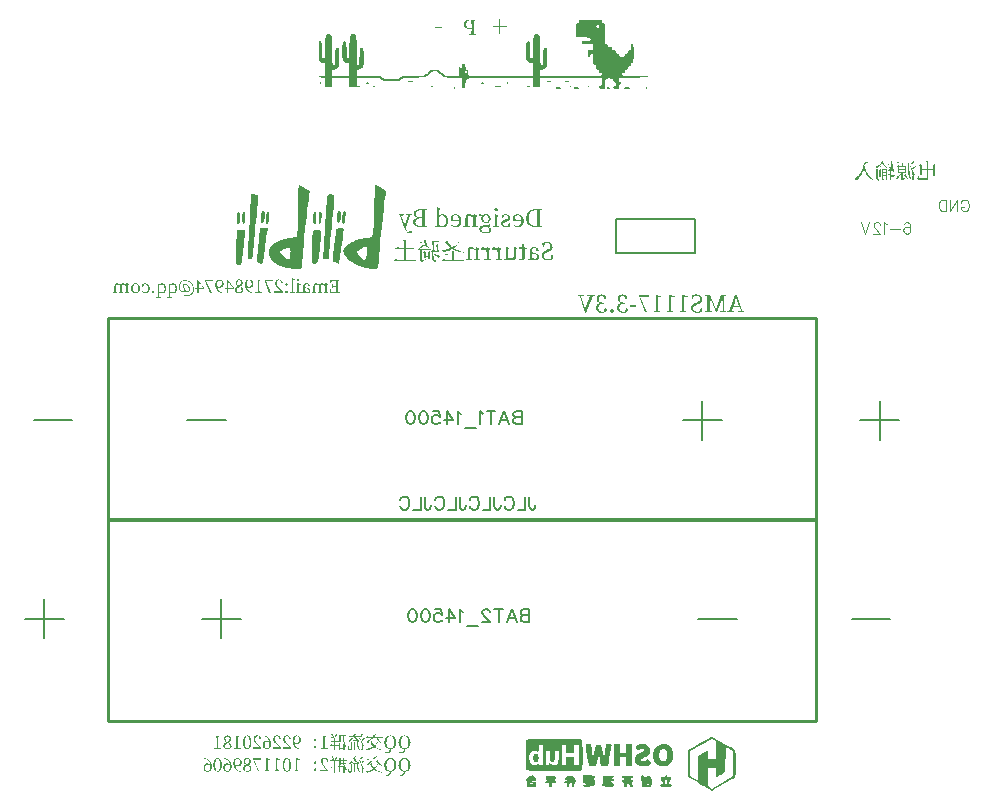
<source format=gbo>
G04 Layer: BottomSilkscreenLayer*
G04 EasyEDA v6.5.23, 2023-02-02 22:02:21*
G04 32823ceedc35475fa8f26cd2c4d51936,8932fd0543d740e3b58317cc2374636b,10*
G04 Gerber Generator version 0.2*
G04 Scale: 100 percent, Rotated: No, Reflected: No *
G04 Dimensions in millimeters *
G04 leading zeros omitted , absolute positions ,4 integer and 5 decimal *
%FSLAX45Y45*%
%MOMM*%

%ADD10C,0.1000*%
%ADD11C,0.1524*%
%ADD12C,0.2032*%
%ADD13C,0.2540*%

%LPD*%
G36*
X-1435506Y2832100D02*
G01*
X-1436065Y2831744D01*
X-1437182Y2828544D01*
X-1438198Y2822244D01*
X-1439113Y2813100D01*
X-1440738Y2787497D01*
X-1441856Y2753817D01*
X-1442364Y2714294D01*
X-1442770Y2652928D01*
X-1443786Y2598674D01*
X-1445514Y2539796D01*
X-1447444Y2495143D01*
X-1453997Y2388209D01*
X-1520799Y2380538D01*
X-1533550Y2378710D01*
X-1545742Y2376627D01*
X-1557426Y2374239D01*
X-1568653Y2371547D01*
X-1579321Y2368651D01*
X-1589481Y2365451D01*
X-1599184Y2362047D01*
X-1608328Y2358440D01*
X-1617014Y2354580D01*
X-1625193Y2350516D01*
X-1632864Y2346248D01*
X-1640078Y2341778D01*
X-1646783Y2337206D01*
X-1652981Y2332380D01*
X-1658721Y2327452D01*
X-1664004Y2322372D01*
X-1668780Y2317191D01*
X-1673098Y2311857D01*
X-1676907Y2306421D01*
X-1680311Y2300884D01*
X-1683207Y2295245D01*
X-1685645Y2289556D01*
X-1687626Y2283764D01*
X-1689201Y2277973D01*
X-1690268Y2272080D01*
X-1690860Y2266391D01*
X-1594916Y2266391D01*
X-1594358Y2268728D01*
X-1592935Y2270861D01*
X-1590700Y2272893D01*
X-1587703Y2274976D01*
X-1579321Y2279446D01*
X-1565249Y2286203D01*
X-1549908Y2293162D01*
X-1537462Y2298192D01*
X-1532229Y2299970D01*
X-1527606Y2301240D01*
X-1523542Y2302002D01*
X-1520037Y2302256D01*
X-1517040Y2302002D01*
X-1514500Y2301189D01*
X-1512417Y2299817D01*
X-1510690Y2297938D01*
X-1509369Y2295448D01*
X-1508353Y2292451D01*
X-1507591Y2288844D01*
X-1507083Y2284679D01*
X-1506728Y2274620D01*
X-1506982Y2259380D01*
X-1507591Y2242972D01*
X-1508658Y2229358D01*
X-1510182Y2218537D01*
X-1511198Y2214118D01*
X-1512366Y2210358D01*
X-1513738Y2207260D01*
X-1515262Y2204770D01*
X-1517040Y2202891D01*
X-1519021Y2201621D01*
X-1521206Y2200960D01*
X-1523644Y2200910D01*
X-1526336Y2201418D01*
X-1529334Y2202535D01*
X-1532585Y2204161D01*
X-1536090Y2206345D01*
X-1544116Y2212340D01*
X-1553514Y2220366D01*
X-1579524Y2244699D01*
X-1588414Y2253996D01*
X-1591411Y2257755D01*
X-1593443Y2261006D01*
X-1594662Y2263851D01*
X-1594916Y2266391D01*
X-1690860Y2266391D01*
X-1691030Y2263241D01*
X-1690979Y2257298D01*
X-1690522Y2251354D01*
X-1689607Y2245410D01*
X-1688236Y2239467D01*
X-1686458Y2233574D01*
X-1684223Y2227681D01*
X-1681581Y2221890D01*
X-1678482Y2216099D01*
X-1674977Y2210409D01*
X-1671066Y2204770D01*
X-1666748Y2199233D01*
X-1661972Y2193798D01*
X-1656842Y2188464D01*
X-1651254Y2183282D01*
X-1645259Y2178202D01*
X-1638909Y2173274D01*
X-1632102Y2168499D01*
X-1624939Y2163927D01*
X-1617370Y2159457D01*
X-1609394Y2155240D01*
X-1601063Y2151176D01*
X-1592326Y2147316D01*
X-1583182Y2143709D01*
X-1573682Y2140305D01*
X-1563827Y2137105D01*
X-1553565Y2134209D01*
X-1542948Y2131568D01*
X-1531975Y2129180D01*
X-1520596Y2127097D01*
X-1508861Y2125268D01*
X-1496822Y2123795D01*
X-1484376Y2122627D01*
X-1471574Y2121763D01*
X-1458417Y2121204D01*
X-1431899Y2120950D01*
X-1428394Y2121255D01*
X-1425244Y2122017D01*
X-1422400Y2123287D01*
X-1419860Y2125319D01*
X-1417574Y2128164D01*
X-1415491Y2132025D01*
X-1413611Y2137003D01*
X-1411884Y2143302D01*
X-1410258Y2151024D01*
X-1408734Y2160320D01*
X-1405686Y2184247D01*
X-1402588Y2216251D01*
X-1389075Y2379827D01*
X-1381760Y2459177D01*
X-1375918Y2517038D01*
X-1370025Y2571597D01*
X-1364386Y2619806D01*
X-1353413Y2703372D01*
X-1347673Y2750667D01*
X-1345438Y2771851D01*
X-1344828Y2782265D01*
X-1344980Y2782925D01*
X-1349044Y2785821D01*
X-1372006Y2799486D01*
X-1387957Y2808528D01*
X-1404315Y2817418D01*
X-1418742Y2824835D01*
X-1429664Y2829966D01*
X-1433322Y2831490D01*
G37*
G36*
X-787196Y2831998D02*
G01*
X-787755Y2831033D01*
X-789025Y2823057D01*
X-790397Y2807716D01*
X-791870Y2785872D01*
X-793343Y2758338D01*
X-796137Y2689504D01*
X-797407Y2649880D01*
X-799947Y2552141D01*
X-801217Y2511247D01*
X-802690Y2477770D01*
X-804621Y2450947D01*
X-805789Y2439771D01*
X-807212Y2430018D01*
X-808786Y2421483D01*
X-810666Y2414168D01*
X-812800Y2407869D01*
X-815289Y2402636D01*
X-818083Y2398217D01*
X-821232Y2394610D01*
X-824839Y2391714D01*
X-828802Y2389378D01*
X-833272Y2387549D01*
X-838200Y2386126D01*
X-843635Y2385009D01*
X-856183Y2383282D01*
X-871067Y2381605D01*
X-886104Y2379522D01*
X-900887Y2376932D01*
X-915314Y2373833D01*
X-929436Y2370328D01*
X-943102Y2366365D01*
X-956310Y2361996D01*
X-968959Y2357272D01*
X-981049Y2352243D01*
X-992479Y2346909D01*
X-1003198Y2341270D01*
X-1013155Y2335428D01*
X-1022350Y2329383D01*
X-1030630Y2323134D01*
X-1037996Y2316734D01*
X-1044397Y2310282D01*
X-1049731Y2303678D01*
X-1052017Y2300376D01*
X-1055725Y2293721D01*
X-1057097Y2290419D01*
X-1058214Y2287066D01*
X-1059027Y2283764D01*
X-1059688Y2277160D01*
X-1059129Y2269591D01*
X-1058697Y2267102D01*
X-945286Y2267102D01*
X-944524Y2269591D01*
X-942136Y2271725D01*
X-938428Y2274468D01*
X-927608Y2281326D01*
X-913587Y2289200D01*
X-897940Y2297176D01*
X-859231Y2316073D01*
X-860298Y2273554D01*
X-860958Y2262276D01*
X-861923Y2250541D01*
X-863142Y2239010D01*
X-864616Y2228240D01*
X-866190Y2218893D01*
X-872947Y2188311D01*
X-912672Y2224582D01*
X-920496Y2232050D01*
X-927455Y2239365D01*
X-933500Y2246325D01*
X-938377Y2252776D01*
X-942086Y2258466D01*
X-944422Y2263343D01*
X-945286Y2267102D01*
X-1058697Y2267102D01*
X-1057554Y2261971D01*
X-1056436Y2258110D01*
X-1053388Y2250389D01*
X-1049426Y2242616D01*
X-1044600Y2234844D01*
X-1038961Y2227122D01*
X-1032510Y2219452D01*
X-1025347Y2211882D01*
X-1017524Y2204364D01*
X-1008989Y2197049D01*
X-999896Y2189886D01*
X-990244Y2182926D01*
X-980084Y2176170D01*
X-969467Y2169668D01*
X-958443Y2163470D01*
X-947064Y2157577D01*
X-935329Y2151989D01*
X-923340Y2146808D01*
X-911098Y2142032D01*
X-898652Y2137613D01*
X-886104Y2133701D01*
X-873455Y2130247D01*
X-860755Y2127300D01*
X-848055Y2124862D01*
X-835406Y2123033D01*
X-822858Y2121763D01*
X-810412Y2121103D01*
X-792937Y2121001D01*
X-788162Y2121154D01*
X-783894Y2121662D01*
X-780135Y2122678D01*
X-776782Y2124405D01*
X-773836Y2126945D01*
X-771245Y2130501D01*
X-768959Y2135225D01*
X-766927Y2141270D01*
X-765098Y2148789D01*
X-763422Y2157984D01*
X-761847Y2168956D01*
X-760323Y2181910D01*
X-757326Y2214473D01*
X-750011Y2310485D01*
X-746099Y2358491D01*
X-740816Y2414778D01*
X-734669Y2476042D01*
X-725373Y2562504D01*
X-718515Y2622550D01*
X-711962Y2676550D01*
X-706069Y2721152D01*
X-701294Y2753207D01*
X-698500Y2768650D01*
X-698652Y2771902D01*
X-699414Y2775153D01*
X-700887Y2778404D01*
X-702970Y2781706D01*
X-705764Y2785059D01*
X-709269Y2788462D01*
X-713486Y2791968D01*
X-718515Y2795625D01*
X-724255Y2799384D01*
X-730859Y2803347D01*
X-747115Y2812237D01*
X-763473Y2820771D01*
X-776732Y2827426D01*
X-785215Y2831287D01*
G37*
G36*
X-1169009Y2753004D02*
G01*
X-1174242Y2752445D01*
X-1179220Y2751328D01*
X-1183894Y2749600D01*
X-1187958Y2747365D01*
X-1191412Y2744571D01*
X-1194054Y2741218D01*
X-1195730Y2737358D01*
X-1196340Y2732938D01*
X-1197102Y2710891D01*
X-1202385Y2614726D01*
X-1211681Y2463647D01*
X-1220266Y2333294D01*
X-1223873Y2282088D01*
X-1227632Y2236114D01*
X-1229156Y2223566D01*
X-1229512Y2216150D01*
X-1229004Y2210612D01*
X-1227429Y2206650D01*
X-1224584Y2203958D01*
X-1220368Y2202383D01*
X-1214577Y2201621D01*
X-1207058Y2201418D01*
X-1181760Y2201418D01*
X-1168958Y2366518D01*
X-1164285Y2420518D01*
X-1159002Y2477262D01*
X-1152804Y2538831D01*
X-1147521Y2586786D01*
X-1140968Y2643327D01*
X-1137818Y2676601D01*
X-1135837Y2704592D01*
X-1135227Y2725166D01*
X-1135481Y2731973D01*
X-1136091Y2736138D01*
X-1138021Y2740355D01*
X-1140815Y2744012D01*
X-1144422Y2747010D01*
X-1148638Y2749448D01*
X-1153363Y2751226D01*
X-1158443Y2752394D01*
X-1163675Y2753004D01*
G37*
G36*
X-1840077Y2752547D02*
G01*
X-1861972Y2398979D01*
X-1867001Y2313178D01*
X-1868525Y2281580D01*
X-1869439Y2256586D01*
X-1869643Y2237384D01*
X-1869135Y2223211D01*
X-1868627Y2217775D01*
X-1867966Y2213305D01*
X-1867103Y2209749D01*
X-1866036Y2206904D01*
X-1864817Y2204821D01*
X-1863394Y2203297D01*
X-1861769Y2202281D01*
X-1859991Y2201672D01*
X-1856892Y2201316D01*
X-1847596Y2201418D01*
X-1844141Y2201672D01*
X-1841093Y2202434D01*
X-1838401Y2203907D01*
X-1835962Y2206345D01*
X-1833778Y2210054D01*
X-1831797Y2215235D01*
X-1829917Y2222144D01*
X-1828139Y2231034D01*
X-1826361Y2242159D01*
X-1822805Y2272080D01*
X-1818741Y2313940D01*
X-1805330Y2464358D01*
X-1799132Y2527757D01*
X-1793748Y2579420D01*
X-1788871Y2623108D01*
X-1782013Y2676652D01*
X-1779981Y2694686D01*
X-1778660Y2709722D01*
X-1778101Y2721914D01*
X-1778254Y2731465D01*
X-1778609Y2735224D01*
X-1779168Y2738424D01*
X-1779879Y2741015D01*
X-1780793Y2743047D01*
X-1781860Y2744571D01*
X-1783130Y2745486D01*
X-1788871Y2747619D01*
X-1797100Y2749448D01*
X-1806702Y2750870D01*
X-1816607Y2751632D01*
G37*
G36*
X-1737461Y2614422D02*
G01*
X-1739493Y2613914D01*
X-1741576Y2612745D01*
X-1743659Y2610866D01*
X-1745691Y2608326D01*
X-1747672Y2605074D01*
X-1749552Y2601214D01*
X-1751330Y2596591D01*
X-1752904Y2591358D01*
X-1754327Y2585466D01*
X-1755546Y2578862D01*
X-1758950Y2555290D01*
X-1760016Y2545791D01*
X-1760626Y2537612D01*
X-1760829Y2530754D01*
X-1760524Y2525115D01*
X-1759762Y2520543D01*
X-1758492Y2517038D01*
X-1756765Y2514447D01*
X-1754530Y2512720D01*
X-1751838Y2511704D01*
X-1748586Y2511399D01*
X-1744878Y2511958D01*
X-1741474Y2513482D01*
X-1738375Y2515971D01*
X-1735582Y2519527D01*
X-1733092Y2523998D01*
X-1730959Y2529433D01*
X-1729079Y2535783D01*
X-1727555Y2543098D01*
X-1726387Y2551328D01*
X-1725523Y2560421D01*
X-1724964Y2570378D01*
X-1724812Y2581249D01*
X-1724964Y2587701D01*
X-1725472Y2593492D01*
X-1726234Y2598572D01*
X-1727301Y2602890D01*
X-1728571Y2606548D01*
X-1730044Y2609545D01*
X-1731721Y2611780D01*
X-1733550Y2613355D01*
X-1735429Y2614218D01*
G37*
G36*
X-1093622Y2614371D02*
G01*
X-1097076Y2613406D01*
X-1100429Y2611170D01*
X-1103630Y2607614D01*
X-1106424Y2602788D01*
X-1108811Y2596591D01*
X-1110589Y2590038D01*
X-1112012Y2583230D01*
X-1113129Y2576169D01*
X-1114399Y2561844D01*
X-1114450Y2547874D01*
X-1114044Y2541320D01*
X-1113383Y2535123D01*
X-1112469Y2529433D01*
X-1111250Y2524353D01*
X-1109827Y2519984D01*
X-1108151Y2516378D01*
X-1106220Y2513685D01*
X-1104087Y2512009D01*
X-1101750Y2511399D01*
X-1099312Y2511806D01*
X-1096924Y2512974D01*
X-1094638Y2514803D01*
X-1092504Y2517343D01*
X-1090422Y2520543D01*
X-1088491Y2524404D01*
X-1086662Y2528773D01*
X-1084986Y2533751D01*
X-1083462Y2539187D01*
X-1080973Y2551531D01*
X-1079144Y2565501D01*
X-1078534Y2573020D01*
X-1078026Y2588920D01*
X-1078433Y2595829D01*
X-1079652Y2601671D01*
X-1081582Y2606446D01*
X-1084072Y2610154D01*
X-1087018Y2612745D01*
X-1090218Y2614168D01*
G37*
G36*
X-1051407Y2607919D02*
G01*
X-1053795Y2607411D01*
X-1056081Y2606090D01*
X-1058164Y2604008D01*
X-1060043Y2601214D01*
X-1061770Y2597607D01*
X-1063345Y2593289D01*
X-1064666Y2588209D01*
X-1065834Y2582418D01*
X-1067612Y2568702D01*
X-1068527Y2552242D01*
X-1068628Y2542997D01*
X-1068476Y2534107D01*
X-1068019Y2526233D01*
X-1067257Y2519375D01*
X-1066190Y2513584D01*
X-1064920Y2508859D01*
X-1063498Y2505202D01*
X-1061872Y2502662D01*
X-1060094Y2501188D01*
X-1058265Y2500833D01*
X-1056335Y2501646D01*
X-1054404Y2503627D01*
X-1052474Y2506776D01*
X-1050544Y2511145D01*
X-1048715Y2516682D01*
X-1046987Y2523490D01*
X-1041653Y2551938D01*
X-1036777Y2575458D01*
X-1035812Y2579370D01*
X-1035151Y2586431D01*
X-1036269Y2593543D01*
X-1039063Y2599893D01*
X-1043178Y2604617D01*
X-1046073Y2606548D01*
X-1048816Y2607614D01*
G37*
G36*
X-1696313Y2607716D02*
G01*
X-1698498Y2607411D01*
X-1700631Y2606294D01*
X-1702612Y2604363D01*
X-1704492Y2601620D01*
X-1706219Y2598115D01*
X-1707845Y2593848D01*
X-1709318Y2588920D01*
X-1710689Y2583230D01*
X-1711858Y2576931D01*
X-1712874Y2569972D01*
X-1714347Y2554274D01*
X-1715058Y2536291D01*
X-1715007Y2528773D01*
X-1714703Y2522169D01*
X-1714093Y2516581D01*
X-1713230Y2511907D01*
X-1712112Y2508148D01*
X-1710842Y2505303D01*
X-1709369Y2503373D01*
X-1707743Y2502306D01*
X-1706067Y2502154D01*
X-1704238Y2502763D01*
X-1702358Y2504287D01*
X-1700428Y2506573D01*
X-1698548Y2509672D01*
X-1696618Y2513584D01*
X-1694789Y2518257D01*
X-1693011Y2523642D01*
X-1691335Y2529840D01*
X-1689760Y2536698D01*
X-1688338Y2544267D01*
X-1687118Y2552547D01*
X-1686001Y2562860D01*
X-1685340Y2572207D01*
X-1685188Y2580589D01*
X-1685543Y2587955D01*
X-1686356Y2594152D01*
X-1687626Y2599232D01*
X-1689404Y2603093D01*
X-1691639Y2605735D01*
X-1694027Y2607157D01*
G37*
G36*
X-1255572Y2603296D02*
G01*
X-1259078Y2602636D01*
X-1261973Y2600604D01*
X-1264361Y2596997D01*
X-1266190Y2591816D01*
X-1267561Y2584754D01*
X-1268526Y2575814D01*
X-1269034Y2564841D01*
X-1269238Y2551582D01*
X-1269085Y2541219D01*
X-1268577Y2531567D01*
X-1267866Y2522778D01*
X-1266901Y2515108D01*
X-1265732Y2508808D01*
X-1264361Y2504033D01*
X-1262837Y2500985D01*
X-1261262Y2499918D01*
X-1259789Y2500528D01*
X-1258265Y2502306D01*
X-1256690Y2505100D01*
X-1255064Y2508808D01*
X-1251813Y2518613D01*
X-1248765Y2530906D01*
X-1246022Y2544775D01*
X-1243888Y2559405D01*
X-1242415Y2573934D01*
X-1242009Y2580894D01*
X-1241907Y2587498D01*
X-1242974Y2593594D01*
X-1245920Y2598623D01*
X-1250238Y2602026D01*
G37*
G36*
X-1301140Y2603296D02*
G01*
X-1304594Y2602636D01*
X-1307541Y2600604D01*
X-1309878Y2596997D01*
X-1311757Y2591816D01*
X-1313129Y2584754D01*
X-1314094Y2575814D01*
X-1314602Y2564841D01*
X-1314805Y2551582D01*
X-1314602Y2538374D01*
X-1314094Y2527401D01*
X-1313129Y2518460D01*
X-1311757Y2511399D01*
X-1309878Y2506218D01*
X-1307541Y2502611D01*
X-1304594Y2500579D01*
X-1301140Y2499918D01*
X-1297635Y2500579D01*
X-1294739Y2502611D01*
X-1292352Y2506218D01*
X-1290472Y2511399D01*
X-1289100Y2518460D01*
X-1288186Y2527401D01*
X-1287627Y2538374D01*
X-1287475Y2551582D01*
X-1287627Y2564841D01*
X-1288186Y2575814D01*
X-1289100Y2584754D01*
X-1290472Y2591816D01*
X-1292352Y2596997D01*
X-1294739Y2600604D01*
X-1297635Y2602636D01*
G37*
G36*
X-1902460Y2603296D02*
G01*
X-1905965Y2602636D01*
X-1908911Y2600604D01*
X-1911248Y2596997D01*
X-1913128Y2591816D01*
X-1914499Y2584754D01*
X-1915414Y2575814D01*
X-1915972Y2564841D01*
X-1916023Y2542387D01*
X-1915668Y2534005D01*
X-1915058Y2526487D01*
X-1914245Y2519832D01*
X-1913229Y2514092D01*
X-1912061Y2509266D01*
X-1910740Y2505405D01*
X-1909216Y2502560D01*
X-1907641Y2500680D01*
X-1905914Y2499868D01*
X-1904136Y2500071D01*
X-1902256Y2501392D01*
X-1900326Y2503830D01*
X-1898345Y2507437D01*
X-1896364Y2512161D01*
X-1894332Y2518105D01*
X-1893214Y2522423D01*
X-1891284Y2533954D01*
X-1889760Y2547975D01*
X-1888947Y2562656D01*
X-1888794Y2569768D01*
X-1889048Y2577541D01*
X-1889709Y2584348D01*
X-1890775Y2590088D01*
X-1892249Y2594813D01*
X-1894179Y2598521D01*
X-1896567Y2601163D01*
X-1899310Y2602738D01*
G37*
G36*
X-1948027Y2603296D02*
G01*
X-1951532Y2602636D01*
X-1954428Y2600604D01*
X-1956816Y2596997D01*
X-1958695Y2591816D01*
X-1960067Y2584754D01*
X-1960981Y2575814D01*
X-1961540Y2564841D01*
X-1961692Y2551582D01*
X-1961540Y2538374D01*
X-1960981Y2527401D01*
X-1960067Y2518460D01*
X-1958695Y2511399D01*
X-1956816Y2506218D01*
X-1954428Y2502611D01*
X-1951532Y2500579D01*
X-1948027Y2499918D01*
X-1944522Y2500579D01*
X-1941626Y2502611D01*
X-1939289Y2506218D01*
X-1937410Y2511399D01*
X-1936038Y2518460D01*
X-1935073Y2527401D01*
X-1934565Y2538374D01*
X-1934362Y2551582D01*
X-1934565Y2564841D01*
X-1935073Y2575814D01*
X-1936038Y2584754D01*
X-1937410Y2591816D01*
X-1939289Y2596997D01*
X-1941626Y2600604D01*
X-1944522Y2602636D01*
G37*
G36*
X-1768297Y2465476D02*
G01*
X-1784451Y2285085D01*
X-1792122Y2205075D01*
X-1791970Y2199386D01*
X-1790446Y2193645D01*
X-1787753Y2188006D01*
X-1784096Y2182622D01*
X-1779727Y2177745D01*
X-1774799Y2173478D01*
X-1769618Y2169972D01*
X-1764334Y2167432D01*
X-1759153Y2166010D01*
X-1754327Y2165908D01*
X-1750060Y2167229D01*
X-1746605Y2170125D01*
X-1745996Y2171954D01*
X-1743659Y2183130D01*
X-1735226Y2229205D01*
X-1723948Y2294534D01*
X-1710893Y2372664D01*
X-1701749Y2429865D01*
X-1698904Y2449322D01*
X-1697482Y2461310D01*
X-1700275Y2462936D01*
X-1707896Y2464257D01*
X-1719122Y2465171D01*
X-1732889Y2465476D01*
G37*
G36*
X-1085748Y2465425D02*
G01*
X-1093520Y2465324D01*
X-1101090Y2464816D01*
X-1108151Y2463901D01*
X-1114298Y2462682D01*
X-1119174Y2461056D01*
X-1122375Y2459126D01*
X-1123543Y2456891D01*
X-1125372Y2434488D01*
X-1143965Y2238298D01*
X-1146403Y2209292D01*
X-1148029Y2184552D01*
X-1147927Y2182469D01*
X-1145387Y2181047D01*
X-1139748Y2178761D01*
X-1131874Y2175916D01*
X-1098956Y2165400D01*
X-1071626Y2338578D01*
X-1066444Y2374595D01*
X-1062228Y2406040D01*
X-1059281Y2431542D01*
X-1057706Y2449626D01*
X-1057503Y2455418D01*
X-1057757Y2458821D01*
X-1058011Y2459583D01*
X-1060856Y2461666D01*
X-1065428Y2463292D01*
X-1071321Y2464409D01*
X-1078230Y2465120D01*
G37*
G36*
X-1276299Y2454300D02*
G01*
X-1282192Y2454198D01*
X-1288237Y2453538D01*
X-1294130Y2452420D01*
X-1299819Y2450795D01*
X-1305052Y2448712D01*
X-1309725Y2446121D01*
X-1313586Y2443124D01*
X-1316532Y2439720D01*
X-1318361Y2435860D01*
X-1319123Y2432253D01*
X-1320495Y2418994D01*
X-1321765Y2398826D01*
X-1322730Y2373071D01*
X-1323492Y2343200D01*
X-1323848Y2310536D01*
X-1323898Y2169464D01*
X-1300073Y2161895D01*
X-1298498Y2161540D01*
X-1296924Y2161489D01*
X-1293876Y2162200D01*
X-1290828Y2164080D01*
X-1287881Y2166975D01*
X-1285036Y2170938D01*
X-1282242Y2175916D01*
X-1279499Y2181860D01*
X-1276908Y2188768D01*
X-1274368Y2196592D01*
X-1271930Y2205329D01*
X-1269593Y2214880D01*
X-1265275Y2236470D01*
X-1263294Y2248458D01*
X-1259738Y2274570D01*
X-1256690Y2303322D01*
X-1254302Y2334564D01*
X-1252474Y2367940D01*
X-1251407Y2403246D01*
X-1251000Y2440279D01*
X-1251712Y2443988D01*
X-1253642Y2447086D01*
X-1256639Y2449626D01*
X-1260602Y2451608D01*
X-1265326Y2453030D01*
X-1270558Y2453944D01*
G37*
G36*
X-1958949Y2453995D02*
G01*
X-1965604Y2285695D01*
X-1967738Y2220823D01*
X-1968296Y2196642D01*
X-1968500Y2176983D01*
X-1968195Y2171293D01*
X-1963166Y2165299D01*
X-1958441Y2160219D01*
X-1953971Y2156206D01*
X-1949754Y2153158D01*
X-1945792Y2151176D01*
X-1942084Y2150313D01*
X-1940255Y2150262D01*
X-1938528Y2150516D01*
X-1936851Y2151075D01*
X-1935225Y2151888D01*
X-1933651Y2153005D01*
X-1930603Y2156155D01*
X-1927758Y2160524D01*
X-1925116Y2166112D01*
X-1922576Y2172970D01*
X-1920189Y2181199D01*
X-1918004Y2190699D01*
X-1915871Y2201570D01*
X-1913889Y2213864D01*
X-1910181Y2242769D01*
X-1906828Y2277567D01*
X-1903679Y2318613D01*
X-1895449Y2453995D01*
G37*
G36*
X2062835Y-1839925D02*
G01*
X2061108Y-1840484D01*
X2051862Y-1845056D01*
X2014880Y-1865223D01*
X1962302Y-1894941D01*
X1905203Y-1928063D01*
X1860448Y-1954530D01*
X1860448Y-2172208D01*
X1875129Y-2172208D01*
X1877822Y-1962861D01*
X1965198Y-1911908D01*
X2061565Y-1856486D01*
X2093874Y-1875383D01*
X2093874Y-2028596D01*
X2029307Y-2028596D01*
X2029206Y-1985264D01*
X2028952Y-1977999D01*
X2028494Y-1972005D01*
X2027834Y-1967230D01*
X2026970Y-1963572D01*
X2025904Y-1961032D01*
X2024634Y-1959559D01*
X2023110Y-1959102D01*
X2021128Y-1959559D01*
X2013661Y-1962810D01*
X2002586Y-1968550D01*
X1989226Y-1976120D01*
X1947367Y-2001418D01*
X1942388Y-2211679D01*
X1875129Y-2172208D01*
X1860448Y-2172208D01*
X1860448Y-2182063D01*
X1922272Y-2218944D01*
X1967179Y-2245055D01*
X1995809Y-2261412D01*
X2029307Y-2261412D01*
X2029307Y-2108149D01*
X2093874Y-2108149D01*
X2093975Y-2151532D01*
X2094230Y-2158796D01*
X2094687Y-2164791D01*
X2095296Y-2169566D01*
X2096160Y-2173173D01*
X2097227Y-2175662D01*
X2098548Y-2177084D01*
X2100072Y-2177491D01*
X2102053Y-2176983D01*
X2109520Y-2173630D01*
X2120595Y-2167737D01*
X2133955Y-2159965D01*
X2175814Y-2134057D01*
X2180793Y-1925320D01*
X2242870Y-1961134D01*
X2242870Y-2175510D01*
X2061565Y-2280259D01*
X2029307Y-2261412D01*
X1995809Y-2261412D01*
X2039061Y-2285644D01*
X2054707Y-2294026D01*
X2059330Y-2296312D01*
X2061413Y-2297125D01*
X2064562Y-2295753D01*
X2082850Y-2285949D01*
X2112568Y-2269134D01*
X2234539Y-2198878D01*
X2241346Y-2194560D01*
X2246884Y-2190597D01*
X2251202Y-2186889D01*
X2254504Y-2183282D01*
X2256942Y-2179624D01*
X2258618Y-2175764D01*
X2259736Y-2171547D01*
X2260447Y-2166213D01*
X2261057Y-2157882D01*
X2261920Y-2133803D01*
X2262479Y-2102764D01*
X2262682Y-2068271D01*
X2262479Y-2033778D01*
X2261920Y-2002789D01*
X2261006Y-1978710D01*
X2260396Y-1970328D01*
X2259736Y-1964994D01*
X2258618Y-1960727D01*
X2256993Y-1956866D01*
X2254707Y-1953260D01*
X2251608Y-1949805D01*
X2247595Y-1946300D01*
X2242566Y-1942693D01*
X2236266Y-1938782D01*
X2195525Y-1915617D01*
X2107285Y-1864258D01*
X2079091Y-1848307D01*
X2069541Y-1843125D01*
G37*
G36*
X725728Y-1859534D02*
G01*
X617220Y-1859838D01*
X551840Y-1860702D01*
X528828Y-1861362D01*
X511657Y-1862226D01*
X499821Y-1863242D01*
X492912Y-1864461D01*
X491134Y-1865172D01*
X489966Y-1866392D01*
X488848Y-1869592D01*
X487883Y-1874875D01*
X487019Y-1882241D01*
X486308Y-1891944D01*
X485292Y-1918716D01*
X484784Y-1956206D01*
X484682Y-2013813D01*
X514705Y-2013813D01*
X515010Y-2007920D01*
X515620Y-2002129D01*
X516534Y-1996490D01*
X517753Y-1991055D01*
X519226Y-1985873D01*
X521004Y-1981047D01*
X523036Y-1976577D01*
X525322Y-1972564D01*
X527913Y-1969058D01*
X530707Y-1966112D01*
X533755Y-1963775D01*
X537057Y-1962099D01*
X542391Y-1960575D01*
X548792Y-1959559D01*
X555752Y-1959102D01*
X562711Y-1959152D01*
X569264Y-1959660D01*
X574903Y-1960676D01*
X579120Y-1962099D01*
X581507Y-1963978D01*
X584200Y-1967585D01*
X586638Y-1969160D01*
X588772Y-1968754D01*
X590550Y-1966468D01*
X591972Y-1962302D01*
X593039Y-1956307D01*
X593699Y-1948586D01*
X593902Y-1939137D01*
X593902Y-1909267D01*
X826922Y-1909267D01*
X829818Y-1976424D01*
X894435Y-1976424D01*
X897331Y-1909267D01*
X931671Y-1909267D01*
X931671Y-2083307D01*
X897331Y-2083307D01*
X894435Y-2011222D01*
X827379Y-2008276D01*
X827379Y-2083307D01*
X792581Y-2083307D01*
X792581Y-1909267D01*
X628700Y-1909267D01*
X628700Y-1959000D01*
X688289Y-1959000D01*
X688390Y-2008784D01*
X688695Y-2017725D01*
X689254Y-2025040D01*
X690067Y-2030933D01*
X691286Y-2035657D01*
X692861Y-2039467D01*
X694893Y-2042617D01*
X697382Y-2045258D01*
X701649Y-2048764D01*
X705612Y-2051405D01*
X709371Y-2053183D01*
X712825Y-2054098D01*
X716026Y-2054098D01*
X718921Y-2053234D01*
X721563Y-2051456D01*
X723950Y-2048814D01*
X726084Y-2045360D01*
X727913Y-2040991D01*
X729437Y-2035759D01*
X730707Y-2029663D01*
X731723Y-2022703D01*
X732434Y-2014829D01*
X732840Y-2006142D01*
X732993Y-1959000D01*
X762812Y-1959000D01*
X762711Y-2018741D01*
X762406Y-2029409D01*
X761847Y-2038705D01*
X761034Y-2046681D01*
X759866Y-2053539D01*
X758393Y-2059330D01*
X756513Y-2064207D01*
X754176Y-2068220D01*
X751382Y-2071573D01*
X748131Y-2074316D01*
X744321Y-2076602D01*
X739902Y-2078532D01*
X735584Y-2079802D01*
X731012Y-2080310D01*
X725932Y-2079955D01*
X720191Y-2078786D01*
X713638Y-2076704D01*
X706069Y-2073656D01*
X697280Y-2069592D01*
X687070Y-2064512D01*
X685596Y-2064410D01*
X684428Y-2065477D01*
X683615Y-2067560D01*
X683310Y-2070455D01*
X682498Y-2073859D01*
X680110Y-2076297D01*
X676249Y-2077821D01*
X670915Y-2078329D01*
X658469Y-2078329D01*
X658469Y-1959000D01*
X628700Y-1959000D01*
X628700Y-2078329D01*
X614222Y-2078329D01*
X608431Y-2077923D01*
X603453Y-2076754D01*
X599744Y-2075027D01*
X596036Y-2071065D01*
X592226Y-2070963D01*
X586486Y-2072487D01*
X573379Y-2078024D01*
X568096Y-2079650D01*
X562965Y-2080514D01*
X557987Y-2080717D01*
X553161Y-2080209D01*
X548538Y-2079040D01*
X544068Y-2077110D01*
X539750Y-2074570D01*
X535635Y-2071268D01*
X531723Y-2067306D01*
X527964Y-2062683D01*
X524408Y-2057349D01*
X521970Y-2052777D01*
X519887Y-2047849D01*
X518159Y-2042617D01*
X516788Y-2037130D01*
X515772Y-2031441D01*
X515112Y-2025650D01*
X514756Y-2019757D01*
X514705Y-2013813D01*
X484682Y-2013813D01*
X484936Y-2054453D01*
X485241Y-2072132D01*
X485749Y-2086305D01*
X486409Y-2097328D01*
X487324Y-2105710D01*
X488442Y-2111857D01*
X489813Y-2116175D01*
X491490Y-2119122D01*
X493064Y-2120798D01*
X494690Y-2121865D01*
X496925Y-2122779D01*
X499973Y-2123643D01*
X508965Y-2125014D01*
X522833Y-2126132D01*
X542950Y-2126894D01*
X570433Y-2127453D01*
X652475Y-2128012D01*
X950976Y-2128062D01*
X959612Y-2115515D01*
X961237Y-2111908D01*
X962609Y-2107082D01*
X963726Y-2100630D01*
X964590Y-2092299D01*
X965301Y-2081631D01*
X965809Y-2068271D01*
X966317Y-2032203D01*
X966368Y-1974392D01*
X965911Y-1938070D01*
X964996Y-1909470D01*
X963574Y-1888693D01*
X962710Y-1881225D01*
X961745Y-1875739D01*
X960678Y-1872234D01*
X954887Y-1859534D01*
G37*
G36*
X1646529Y-1900123D02*
G01*
X1641500Y-1900428D01*
X1636522Y-1900986D01*
X1631645Y-1901850D01*
X1626870Y-1902968D01*
X1617726Y-1906016D01*
X1613306Y-1907895D01*
X1609039Y-1910029D01*
X1601012Y-1915007D01*
X1593545Y-1920900D01*
X1586788Y-1927606D01*
X1580794Y-1935175D01*
X1578051Y-1939188D01*
X1573276Y-1947875D01*
X1569313Y-1957171D01*
X1567688Y-1962099D01*
X1566316Y-1967179D01*
X1564284Y-1977745D01*
X1563674Y-1983232D01*
X1563319Y-1988820D01*
X1563348Y-1998319D01*
X1613712Y-1998319D01*
X1613712Y-1992731D01*
X1614119Y-1987092D01*
X1614982Y-1981504D01*
X1616252Y-1976018D01*
X1618030Y-1970633D01*
X1620266Y-1965452D01*
X1625498Y-1956054D01*
X1630781Y-1950008D01*
X1637080Y-1946605D01*
X1645310Y-1945030D01*
X1651457Y-1944776D01*
X1656943Y-1945284D01*
X1661820Y-1946503D01*
X1666138Y-1948535D01*
X1669897Y-1951380D01*
X1673098Y-1955038D01*
X1675790Y-1959508D01*
X1677924Y-1964893D01*
X1679549Y-1971141D01*
X1680718Y-1978304D01*
X1681429Y-1986381D01*
X1681632Y-1995424D01*
X1681530Y-2004466D01*
X1681175Y-2011934D01*
X1680565Y-2018030D01*
X1679498Y-2023059D01*
X1678025Y-2027275D01*
X1675993Y-2030984D01*
X1673402Y-2034336D01*
X1670151Y-2037689D01*
X1664817Y-2041906D01*
X1658874Y-2045309D01*
X1653032Y-2047646D01*
X1647952Y-2048510D01*
X1643888Y-2048154D01*
X1639976Y-2047087D01*
X1636318Y-2045411D01*
X1632813Y-2043125D01*
X1629613Y-2040280D01*
X1626616Y-2036978D01*
X1623872Y-2033168D01*
X1621434Y-2029002D01*
X1619300Y-2024481D01*
X1617472Y-2019655D01*
X1615998Y-2014575D01*
X1614881Y-2009292D01*
X1614119Y-2003856D01*
X1613712Y-1998319D01*
X1563348Y-1998319D01*
X1563878Y-2006396D01*
X1564690Y-2012950D01*
X1565757Y-2019300D01*
X1567078Y-2025345D01*
X1568653Y-2031187D01*
X1570431Y-2036775D01*
X1572514Y-2042109D01*
X1574800Y-2047189D01*
X1577289Y-2051964D01*
X1580032Y-2056536D01*
X1583029Y-2060803D01*
X1586230Y-2064816D01*
X1589633Y-2068525D01*
X1593240Y-2071979D01*
X1597101Y-2075180D01*
X1601114Y-2078075D01*
X1605381Y-2080666D01*
X1609852Y-2082952D01*
X1614525Y-2084984D01*
X1619351Y-2086660D01*
X1624380Y-2088083D01*
X1629613Y-2089150D01*
X1635048Y-2089962D01*
X1640636Y-2090420D01*
X1646428Y-2090623D01*
X1653235Y-2090470D01*
X1659686Y-2090013D01*
X1665833Y-2089200D01*
X1671624Y-2088134D01*
X1677111Y-2086711D01*
X1682292Y-2084933D01*
X1687220Y-2082800D01*
X1691843Y-2080361D01*
X1696212Y-2077516D01*
X1700326Y-2074316D01*
X1704238Y-2070709D01*
X1707946Y-2066747D01*
X1711452Y-2062378D01*
X1714754Y-2057603D01*
X1717852Y-2052421D01*
X1720850Y-2046782D01*
X1723593Y-2040788D01*
X1726031Y-2034641D01*
X1728063Y-2028443D01*
X1729739Y-2022144D01*
X1731060Y-2015845D01*
X1732076Y-2009495D01*
X1732737Y-2003145D01*
X1733042Y-1996795D01*
X1733042Y-1990496D01*
X1732686Y-1984248D01*
X1732076Y-1978050D01*
X1731111Y-1972005D01*
X1729841Y-1966061D01*
X1728266Y-1960219D01*
X1726438Y-1954580D01*
X1724304Y-1949094D01*
X1721866Y-1943811D01*
X1719224Y-1938731D01*
X1716227Y-1933905D01*
X1713026Y-1929333D01*
X1709572Y-1925015D01*
X1705864Y-1921052D01*
X1701901Y-1917344D01*
X1697685Y-1914042D01*
X1693265Y-1911045D01*
X1688592Y-1908454D01*
X1683715Y-1906270D01*
X1678635Y-1904492D01*
X1667662Y-1901799D01*
X1662277Y-1900936D01*
X1656943Y-1900377D01*
G37*
G36*
X1477822Y-1901443D02*
G01*
X1471066Y-1901494D01*
X1464310Y-1901952D01*
X1457604Y-1902764D01*
X1451051Y-1903882D01*
X1444752Y-1905406D01*
X1438757Y-1907184D01*
X1433271Y-1909267D01*
X1428343Y-1911604D01*
X1424025Y-1914194D01*
X1420469Y-1917039D01*
X1417777Y-1920087D01*
X1415999Y-1923288D01*
X1415643Y-1927301D01*
X1417218Y-1932228D01*
X1420368Y-1937613D01*
X1425041Y-1943049D01*
X1431594Y-1948992D01*
X1436776Y-1951837D01*
X1441805Y-1951786D01*
X1453235Y-1947164D01*
X1460093Y-1945639D01*
X1467459Y-1944878D01*
X1474520Y-1945030D01*
X1480362Y-1945843D01*
X1484833Y-1947062D01*
X1487982Y-1948637D01*
X1489862Y-1950516D01*
X1490370Y-1952752D01*
X1489659Y-1955190D01*
X1487627Y-1957882D01*
X1484376Y-1960778D01*
X1479854Y-1963877D01*
X1474114Y-1967128D01*
X1467154Y-1970481D01*
X1450136Y-1977694D01*
X1442262Y-1981454D01*
X1435303Y-1985365D01*
X1429258Y-1989328D01*
X1424127Y-1993544D01*
X1419758Y-1997964D01*
X1416202Y-2002637D01*
X1413357Y-2007666D01*
X1411224Y-2013051D01*
X1409750Y-2018842D01*
X1408887Y-2025142D01*
X1408582Y-2031949D01*
X1408734Y-2037181D01*
X1409344Y-2042261D01*
X1410360Y-2047087D01*
X1411782Y-2051761D01*
X1413560Y-2056180D01*
X1415694Y-2060397D01*
X1418234Y-2064410D01*
X1421028Y-2068118D01*
X1424178Y-2071624D01*
X1427683Y-2074875D01*
X1431391Y-2077872D01*
X1435455Y-2080564D01*
X1439722Y-2083003D01*
X1444294Y-2085136D01*
X1449070Y-2086965D01*
X1454048Y-2088489D01*
X1459280Y-2089708D01*
X1464665Y-2090623D01*
X1470253Y-2091182D01*
X1475994Y-2091385D01*
X1481886Y-2091232D01*
X1487932Y-2090724D01*
X1494078Y-2089861D01*
X1500327Y-2088591D01*
X1510893Y-2085593D01*
X1516176Y-2083765D01*
X1526032Y-2079599D01*
X1530299Y-2077466D01*
X1533906Y-2075332D01*
X1536700Y-2073300D01*
X1548282Y-2063699D01*
X1522069Y-2029307D01*
X1505204Y-2039264D01*
X1497685Y-2043023D01*
X1490065Y-2045665D01*
X1482598Y-2047087D01*
X1475689Y-2047392D01*
X1469542Y-2046579D01*
X1464513Y-2044700D01*
X1460957Y-2041652D01*
X1459077Y-2037537D01*
X1459077Y-2035149D01*
X1460042Y-2032762D01*
X1462024Y-2030272D01*
X1465072Y-2027631D01*
X1469288Y-2024786D01*
X1474724Y-2021687D01*
X1481480Y-2018233D01*
X1496618Y-2011070D01*
X1503273Y-2007514D01*
X1509522Y-2003856D01*
X1515262Y-2000097D01*
X1520393Y-1996389D01*
X1524711Y-1992782D01*
X1528216Y-1989378D01*
X1530705Y-1986229D01*
X1533906Y-1980641D01*
X1536344Y-1974900D01*
X1538071Y-1969007D01*
X1539036Y-1963013D01*
X1539392Y-1957070D01*
X1538986Y-1951126D01*
X1537970Y-1945284D01*
X1536344Y-1939594D01*
X1534058Y-1934057D01*
X1531162Y-1928825D01*
X1527708Y-1923846D01*
X1523695Y-1919274D01*
X1519123Y-1915109D01*
X1514043Y-1911400D01*
X1508455Y-1908200D01*
X1502359Y-1905558D01*
X1496771Y-1903831D01*
X1490776Y-1902612D01*
X1484376Y-1901799D01*
G37*
G36*
X1229461Y-1904288D02*
G01*
X1232154Y-2085797D01*
X1279347Y-2088845D01*
X1279347Y-2013712D01*
X1333957Y-2013712D01*
X1333957Y-2088286D01*
X1383639Y-2088286D01*
X1383639Y-1904288D01*
X1333957Y-1904288D01*
X1333957Y-1973935D01*
X1279347Y-1973935D01*
X1279347Y-1904288D01*
G37*
G36*
X1013155Y-1904288D02*
G01*
X1004468Y-1904441D01*
X1001014Y-1904796D01*
X998118Y-1905507D01*
X995781Y-1906574D01*
X993952Y-1908251D01*
X992632Y-1910486D01*
X991819Y-1913534D01*
X991514Y-1917395D01*
X991616Y-1922221D01*
X992174Y-1928063D01*
X994511Y-1943404D01*
X1007567Y-2013204D01*
X1012190Y-2040483D01*
X1018590Y-2085797D01*
X1078992Y-2088692D01*
X1102461Y-1986330D01*
X1109776Y-2029561D01*
X1114755Y-2056434D01*
X1121105Y-2088286D01*
X1166571Y-2088489D01*
X1171143Y-2087778D01*
X1173073Y-2087067D01*
X1174851Y-2086000D01*
X1176477Y-2084527D01*
X1177899Y-2082647D01*
X1179271Y-2080310D01*
X1180592Y-2077364D01*
X1183030Y-2069693D01*
X1185468Y-2059178D01*
X1191310Y-2027936D01*
X1199083Y-1983993D01*
X1205687Y-1948027D01*
X1210767Y-1922068D01*
X1212799Y-1913026D01*
X1213256Y-1908454D01*
X1210259Y-1905812D01*
X1202486Y-1904593D01*
X1188516Y-1904288D01*
X1161592Y-1904288D01*
X1148435Y-2026107D01*
X1136446Y-1974545D01*
X1128217Y-1936648D01*
X1122019Y-1906778D01*
X1078788Y-1906778D01*
X1068374Y-1948484D01*
X1062939Y-1972716D01*
X1059891Y-1988159D01*
X1057757Y-2000757D01*
X1053947Y-2026107D01*
X1047699Y-1981200D01*
X1042466Y-1948129D01*
X1035050Y-1904288D01*
G37*
G36*
X571550Y-1984095D02*
G01*
X566623Y-1984552D01*
X561949Y-1985822D01*
X557834Y-1987956D01*
X554482Y-1990953D01*
X552196Y-1995373D01*
X550265Y-2002180D01*
X548894Y-2010460D01*
X548335Y-2019249D01*
X548538Y-2025446D01*
X549351Y-2031187D01*
X550672Y-2036419D01*
X552500Y-2041093D01*
X554786Y-2045207D01*
X557530Y-2048713D01*
X560628Y-2051507D01*
X564083Y-2053589D01*
X567842Y-2054910D01*
X571855Y-2055418D01*
X576072Y-2055114D01*
X580491Y-2053945D01*
X586079Y-2050846D01*
X589635Y-2045716D01*
X591769Y-2037232D01*
X592937Y-2023922D01*
X593140Y-2013051D01*
X592378Y-2003348D01*
X590854Y-1995678D01*
X588619Y-1990902D01*
X585317Y-1987956D01*
X581152Y-1985822D01*
X576478Y-1984552D01*
G37*
G36*
X538378Y-2166620D02*
G01*
X532485Y-2169210D01*
X529742Y-2172614D01*
X530301Y-2176475D01*
X538327Y-2184196D01*
X539038Y-2188260D01*
X536702Y-2191410D01*
X531571Y-2192680D01*
X528777Y-2192375D01*
X526897Y-2191410D01*
X526084Y-2189988D01*
X526948Y-2186076D01*
X526135Y-2183231D01*
X524154Y-2180183D01*
X521309Y-2177288D01*
X516635Y-2174443D01*
X512114Y-2174748D01*
X506526Y-2178862D01*
X498551Y-2187194D01*
X492048Y-2195118D01*
X488442Y-2201214D01*
X487527Y-2205786D01*
X491286Y-2213254D01*
X493014Y-2220366D01*
X494182Y-2229510D01*
X494497Y-2237435D01*
X516940Y-2237435D01*
X519277Y-2235504D01*
X523392Y-2233930D01*
X528726Y-2232863D01*
X534619Y-2232456D01*
X540308Y-2232863D01*
X544931Y-2233930D01*
X548081Y-2235504D01*
X549249Y-2237435D01*
X547827Y-2239365D01*
X544017Y-2240940D01*
X538429Y-2242007D01*
X531571Y-2242413D01*
X524560Y-2242058D01*
X519633Y-2241042D01*
X516991Y-2239467D01*
X516940Y-2237435D01*
X494497Y-2237435D01*
X494588Y-2264867D01*
X574548Y-2265527D01*
X571550Y-2220061D01*
X502056Y-2214321D01*
X547370Y-2213102D01*
X555548Y-2212543D01*
X562254Y-2211730D01*
X567486Y-2210511D01*
X571296Y-2208987D01*
X573735Y-2206955D01*
X574903Y-2204415D01*
X574751Y-2201367D01*
X573379Y-2197658D01*
X570839Y-2193239D01*
X567182Y-2188108D01*
X562406Y-2182215D01*
X555294Y-2174494D01*
X548894Y-2169312D01*
X543255Y-2166721D01*
G37*
G36*
X1674012Y-2167839D02*
G01*
X1668932Y-2168347D01*
X1665071Y-2169820D01*
X1662633Y-2172208D01*
X1660753Y-2178659D01*
X1657604Y-2180996D01*
X1652219Y-2182317D01*
X1637639Y-2183028D01*
X1632661Y-2183942D01*
X1629359Y-2185771D01*
X1627784Y-2188718D01*
X1627784Y-2193036D01*
X1629359Y-2198928D01*
X1632407Y-2206650D01*
X1635021Y-2212289D01*
X1661769Y-2212289D01*
X1662531Y-2210460D01*
X1664665Y-2208987D01*
X1667865Y-2207971D01*
X1671675Y-2207615D01*
X1675231Y-2208072D01*
X1677974Y-2209393D01*
X1679854Y-2211628D01*
X1680972Y-2214676D01*
X1681175Y-2218537D01*
X1680565Y-2223262D01*
X1679143Y-2228697D01*
X1676857Y-2234946D01*
X1674469Y-2240076D01*
X1672589Y-2241296D01*
X1670405Y-2238349D01*
X1667256Y-2230932D01*
X1663395Y-2219655D01*
X1662175Y-2215184D01*
X1661769Y-2212289D01*
X1635021Y-2212289D01*
X1643938Y-2231390D01*
X1645564Y-2236012D01*
X1645970Y-2239111D01*
X1645107Y-2240991D01*
X1642922Y-2242007D01*
X1639366Y-2242362D01*
X1634439Y-2242413D01*
X1628648Y-2242972D01*
X1624838Y-2244648D01*
X1622704Y-2247747D01*
X1622044Y-2252370D01*
X1622247Y-2255469D01*
X1623263Y-2257856D01*
X1625498Y-2259584D01*
X1629460Y-2260803D01*
X1635607Y-2261616D01*
X1644396Y-2262073D01*
X1671675Y-2262327D01*
X1699006Y-2262073D01*
X1707794Y-2261616D01*
X1713890Y-2260803D01*
X1717852Y-2259584D01*
X1720138Y-2257856D01*
X1721154Y-2255469D01*
X1721357Y-2252370D01*
X1720697Y-2247798D01*
X1718665Y-2244750D01*
X1715109Y-2242972D01*
X1703781Y-2241905D01*
X1700580Y-2239670D01*
X1699717Y-2234793D01*
X1700530Y-2226259D01*
X1701952Y-2219655D01*
X1704136Y-2213660D01*
X1706778Y-2208936D01*
X1712264Y-2203805D01*
X1714398Y-2200452D01*
X1715871Y-2196541D01*
X1716379Y-2192426D01*
X1715617Y-2187651D01*
X1712874Y-2184654D01*
X1707388Y-2183180D01*
X1689963Y-2182418D01*
X1684934Y-2181199D01*
X1682902Y-2178913D01*
X1684070Y-2171852D01*
X1682800Y-2169566D01*
X1679498Y-2168245D01*
G37*
G36*
X1472844Y-2167839D02*
G01*
X1469694Y-2168042D01*
X1467256Y-2168956D01*
X1465529Y-2171090D01*
X1464411Y-2174849D01*
X1463802Y-2180793D01*
X1463598Y-2189378D01*
X1464978Y-2244293D01*
X1513687Y-2244293D01*
X1514805Y-2243429D01*
X1517192Y-2242921D01*
X1520647Y-2242820D01*
X1524101Y-2243175D01*
X1525778Y-2243836D01*
X1525625Y-2244699D01*
X1523644Y-2245817D01*
X1520850Y-2246579D01*
X1518158Y-2246782D01*
X1515770Y-2246376D01*
X1514094Y-2245410D01*
X1513687Y-2244293D01*
X1464978Y-2244293D01*
X1465580Y-2264816D01*
X1507642Y-2265883D01*
X1521155Y-2265578D01*
X1532432Y-2264714D01*
X1536801Y-2264105D01*
X1540154Y-2263343D01*
X1542237Y-2262530D01*
X1545183Y-2258618D01*
X1548180Y-2251151D01*
X1550873Y-2241143D01*
X1552956Y-2229713D01*
X1554073Y-2220874D01*
X1554683Y-2213762D01*
X1554784Y-2207920D01*
X1554226Y-2202992D01*
X1552956Y-2198573D01*
X1550873Y-2194306D01*
X1547977Y-2189734D01*
X1544116Y-2184501D01*
X1538833Y-2178050D01*
X1534058Y-2173224D01*
X1529689Y-2170125D01*
X1525676Y-2168652D01*
X1521968Y-2168804D01*
X1518513Y-2170582D01*
X1515262Y-2173986D01*
X1509471Y-2183231D01*
X1507185Y-2185517D01*
X1505356Y-2185771D01*
X1502511Y-2181555D01*
X1499819Y-2179624D01*
X1496364Y-2178253D01*
X1488795Y-2177389D01*
X1485747Y-2176322D01*
X1483715Y-2174748D01*
X1482140Y-2170887D01*
X1480007Y-2169312D01*
X1476756Y-2168245D01*
G37*
G36*
X971397Y-2167839D02*
G01*
X971397Y-2195169D01*
X1030986Y-2195169D01*
X1031341Y-2192274D01*
X1032306Y-2189937D01*
X1033729Y-2188311D01*
X1035405Y-2187702D01*
X1037386Y-2188311D01*
X1039418Y-2189937D01*
X1041247Y-2192274D01*
X1042720Y-2195169D01*
X1043381Y-2198268D01*
X1042822Y-2200605D01*
X1041095Y-2202129D01*
X1038301Y-2202637D01*
X1035456Y-2202078D01*
X1033119Y-2200452D01*
X1031544Y-2198065D01*
X1030986Y-2195169D01*
X971397Y-2195169D01*
X971448Y-2209546D01*
X971702Y-2217115D01*
X972210Y-2222804D01*
X973124Y-2226919D01*
X974445Y-2229764D01*
X976376Y-2231593D01*
X978916Y-2232710D01*
X987552Y-2234641D01*
X991463Y-2236571D01*
X994003Y-2238857D01*
X995019Y-2241296D01*
X994562Y-2243582D01*
X992581Y-2245563D01*
X989025Y-2246884D01*
X977696Y-2247849D01*
X973937Y-2249322D01*
X972210Y-2251964D01*
X972312Y-2256078D01*
X974394Y-2260447D01*
X979271Y-2263140D01*
X988263Y-2264613D01*
X1002487Y-2265121D01*
X1013561Y-2264918D01*
X1022603Y-2264105D01*
X1028750Y-2262835D01*
X1030986Y-2261209D01*
X1032306Y-2259787D01*
X1035812Y-2259076D01*
X1040993Y-2259126D01*
X1047343Y-2259939D01*
X1052626Y-2260904D01*
X1056741Y-2261311D01*
X1059840Y-2260955D01*
X1062177Y-2259736D01*
X1063955Y-2257348D01*
X1065479Y-2253691D01*
X1068527Y-2241550D01*
X1069644Y-2235911D01*
X1070406Y-2230678D01*
X1070813Y-2225852D01*
X1070813Y-2221230D01*
X1070457Y-2216861D01*
X1069695Y-2212543D01*
X1068527Y-2208225D01*
X1064717Y-2197100D01*
X1063701Y-2192020D01*
X1064006Y-2188819D01*
X1065682Y-2187702D01*
X1067663Y-2186940D01*
X1069238Y-2184806D01*
X1070356Y-2181656D01*
X1070711Y-2177796D01*
X1070508Y-2174697D01*
X1069492Y-2172309D01*
X1067257Y-2170531D01*
X1063294Y-2169312D01*
X1057148Y-2168550D01*
X1048359Y-2168093D01*
X1021080Y-2167839D01*
G37*
G36*
X1366926Y-2168499D02*
G01*
X1357172Y-2168550D01*
X1332636Y-2169363D01*
X1322628Y-2169972D01*
X1314907Y-2170684D01*
X1309166Y-2171649D01*
X1305153Y-2172970D01*
X1302461Y-2174646D01*
X1300886Y-2176729D01*
X1300073Y-2179370D01*
X1299972Y-2183434D01*
X1301445Y-2186787D01*
X1304340Y-2189378D01*
X1313078Y-2192832D01*
X1316177Y-2195169D01*
X1318107Y-2197862D01*
X1318689Y-2200148D01*
X1338935Y-2200148D01*
X1339494Y-2197252D01*
X1341120Y-2194864D01*
X1343507Y-2193290D01*
X1346403Y-2192680D01*
X1349248Y-2193290D01*
X1351635Y-2194864D01*
X1353261Y-2197252D01*
X1353820Y-2200148D01*
X1353261Y-2203043D01*
X1351635Y-2205431D01*
X1349248Y-2207006D01*
X1346403Y-2207615D01*
X1343507Y-2207006D01*
X1341120Y-2205431D01*
X1339494Y-2203043D01*
X1338935Y-2200148D01*
X1318689Y-2200148D01*
X1318818Y-2200656D01*
X1318260Y-2203297D01*
X1316482Y-2205532D01*
X1313434Y-2207056D01*
X1304798Y-2208225D01*
X1301699Y-2210104D01*
X1299819Y-2213203D01*
X1299210Y-2217572D01*
X1299819Y-2221890D01*
X1301699Y-2225040D01*
X1304798Y-2226868D01*
X1314196Y-2228291D01*
X1317193Y-2231237D01*
X1318666Y-2237282D01*
X1319428Y-2257501D01*
X1320901Y-2263546D01*
X1323949Y-2266492D01*
X1328978Y-2267305D01*
X1334058Y-2266492D01*
X1337056Y-2263546D01*
X1338529Y-2257501D01*
X1339342Y-2239060D01*
X1340561Y-2233015D01*
X1342542Y-2229307D01*
X1345184Y-2227986D01*
X1348435Y-2229002D01*
X1352245Y-2232355D01*
X1356512Y-2238044D01*
X1365453Y-2252980D01*
X1369872Y-2258568D01*
X1374292Y-2262733D01*
X1378661Y-2265426D01*
X1382725Y-2266543D01*
X1386382Y-2266086D01*
X1389430Y-2263952D01*
X1391716Y-2259990D01*
X1392275Y-2256180D01*
X1391513Y-2251710D01*
X1389583Y-2247188D01*
X1386687Y-2243074D01*
X1381048Y-2235962D01*
X1379067Y-2231136D01*
X1380744Y-2228392D01*
X1386128Y-2227529D01*
X1389024Y-2226716D01*
X1391412Y-2224582D01*
X1392986Y-2221433D01*
X1393545Y-2217572D01*
X1392936Y-2213203D01*
X1391056Y-2210104D01*
X1387957Y-2208225D01*
X1379728Y-2207056D01*
X1376578Y-2205431D01*
X1374495Y-2203094D01*
X1373682Y-2200148D01*
X1374241Y-2197252D01*
X1375816Y-2194864D01*
X1378051Y-2193290D01*
X1386941Y-2191258D01*
X1391056Y-2187295D01*
X1392732Y-2181606D01*
X1391615Y-2174849D01*
X1390396Y-2172868D01*
X1388313Y-2171242D01*
X1385163Y-2170074D01*
X1380642Y-2169210D01*
X1374648Y-2168702D01*
G37*
G36*
X859688Y-2169617D02*
G01*
X847496Y-2169820D01*
X838962Y-2170836D01*
X833983Y-2172665D01*
X832307Y-2175408D01*
X831545Y-2177999D01*
X829411Y-2180539D01*
X826262Y-2182672D01*
X818540Y-2185873D01*
X815390Y-2188514D01*
X813257Y-2191715D01*
X812444Y-2195169D01*
X813257Y-2198624D01*
X815390Y-2201875D01*
X818540Y-2204516D01*
X830021Y-2209495D01*
X830181Y-2209800D01*
X852169Y-2209800D01*
X852576Y-2208936D01*
X853643Y-2208276D01*
X855218Y-2207768D01*
X857148Y-2207615D01*
X859078Y-2208022D01*
X860653Y-2209139D01*
X861720Y-2210816D01*
X862126Y-2212898D01*
X861720Y-2214676D01*
X860653Y-2215692D01*
X859078Y-2215845D01*
X857148Y-2215083D01*
X855218Y-2213711D01*
X853643Y-2212238D01*
X852576Y-2210917D01*
X852169Y-2209800D01*
X830181Y-2209800D01*
X832002Y-2213254D01*
X828548Y-2216302D01*
X819912Y-2217572D01*
X814730Y-2218080D01*
X810818Y-2219553D01*
X808329Y-2221890D01*
X807516Y-2225040D01*
X808329Y-2228138D01*
X810818Y-2230475D01*
X814730Y-2231948D01*
X826465Y-2233066D01*
X830173Y-2235454D01*
X831900Y-2240737D01*
X832764Y-2258466D01*
X834237Y-2263800D01*
X837184Y-2266543D01*
X841959Y-2267305D01*
X846582Y-2266442D01*
X849782Y-2263749D01*
X851916Y-2258771D01*
X854405Y-2243277D01*
X856742Y-2238044D01*
X860399Y-2234946D01*
X865835Y-2233371D01*
X871728Y-2233117D01*
X875131Y-2235098D01*
X876655Y-2240229D01*
X877417Y-2258415D01*
X878941Y-2263800D01*
X881989Y-2266543D01*
X886968Y-2267305D01*
X892098Y-2266492D01*
X895096Y-2263241D01*
X896518Y-2256434D01*
X897229Y-2236216D01*
X898194Y-2229104D01*
X899617Y-2224278D01*
X901344Y-2222550D01*
X904697Y-2221788D01*
X907034Y-2219655D01*
X908303Y-2216353D01*
X908507Y-2212035D01*
X907745Y-2206904D01*
X905916Y-2201164D01*
X903122Y-2195017D01*
X899363Y-2188616D01*
X895400Y-2182723D01*
X891895Y-2178253D01*
X888542Y-2174951D01*
X884885Y-2172614D01*
X880567Y-2171141D01*
X875182Y-2170277D01*
X868375Y-2169820D01*
G37*
G36*
X1189837Y-2169668D02*
G01*
X1168654Y-2169972D01*
X1158748Y-2170328D01*
X1151077Y-2170938D01*
X1145387Y-2171801D01*
X1141323Y-2172970D01*
X1138682Y-2174494D01*
X1137056Y-2176526D01*
X1136243Y-2179015D01*
X1136142Y-2182774D01*
X1137361Y-2185619D01*
X1139850Y-2187498D01*
X1143609Y-2188311D01*
X1148435Y-2188667D01*
X1150112Y-2189124D01*
X1148537Y-2189886D01*
X1143762Y-2191207D01*
X1139393Y-2193340D01*
X1136802Y-2197709D01*
X1135634Y-2205177D01*
X1135735Y-2226360D01*
X1135227Y-2235504D01*
X1134364Y-2243023D01*
X1132230Y-2251710D01*
X1132890Y-2254859D01*
X1135024Y-2257450D01*
X1138631Y-2259482D01*
X1142288Y-2260396D01*
X1145489Y-2260295D01*
X1147978Y-2259279D01*
X1150569Y-2255774D01*
X1152499Y-2255875D01*
X1154938Y-2257602D01*
X1161694Y-2265222D01*
X1165860Y-2267153D01*
X1171397Y-2266645D01*
X1185672Y-2262073D01*
X1191056Y-2261057D01*
X1195120Y-2261057D01*
X1197254Y-2262073D01*
X1199286Y-2263597D01*
X1202893Y-2264460D01*
X1207516Y-2264664D01*
X1212748Y-2264410D01*
X1218133Y-2263597D01*
X1223162Y-2262327D01*
X1227378Y-2260650D01*
X1230376Y-2258618D01*
X1231798Y-2255113D01*
X1231442Y-2250033D01*
X1229614Y-2244090D01*
X1226718Y-2237892D01*
X1223111Y-2232152D01*
X1219149Y-2227580D01*
X1215237Y-2224786D01*
X1211732Y-2224532D01*
X1209040Y-2225040D01*
X1206855Y-2224430D01*
X1205382Y-2222804D01*
X1204823Y-2220366D01*
X1205484Y-2217775D01*
X1207262Y-2216048D01*
X1210005Y-2215286D01*
X1217472Y-2216048D01*
X1221740Y-2215692D01*
X1225905Y-2214676D01*
X1229360Y-2213051D01*
X1232509Y-2209952D01*
X1233627Y-2206548D01*
X1232916Y-2203196D01*
X1230782Y-2200148D01*
X1227531Y-2197811D01*
X1223467Y-2196439D01*
X1218946Y-2196388D01*
X1214221Y-2197963D01*
X1210564Y-2199589D01*
X1207617Y-2200249D01*
X1205585Y-2199944D01*
X1204823Y-2198624D01*
X1205788Y-2196490D01*
X1208481Y-2193899D01*
X1212443Y-2191156D01*
X1224584Y-2184501D01*
X1228699Y-2180285D01*
X1229512Y-2176018D01*
X1226972Y-2171801D01*
X1225600Y-2171293D01*
X1222552Y-2170785D01*
X1212443Y-2170074D01*
G37*
G36*
X652272Y-2172817D02*
G01*
X656386Y-2192477D01*
X659638Y-2204415D01*
X661162Y-2208885D01*
X662228Y-2212797D01*
X661822Y-2215489D01*
X659942Y-2217064D01*
X653440Y-2218131D01*
X650900Y-2219756D01*
X649173Y-2222144D01*
X648563Y-2225040D01*
X649579Y-2228392D01*
X652678Y-2230678D01*
X658114Y-2232050D01*
X675640Y-2232863D01*
X680821Y-2234946D01*
X682955Y-2240178D01*
X683717Y-2259025D01*
X685444Y-2264308D01*
X689203Y-2266696D01*
X695756Y-2267305D01*
X702259Y-2266696D01*
X706018Y-2264308D01*
X707745Y-2259025D01*
X708558Y-2240178D01*
X710641Y-2234946D01*
X715822Y-2232863D01*
X733399Y-2232050D01*
X738784Y-2230678D01*
X741934Y-2228392D01*
X742899Y-2225040D01*
X742289Y-2222144D01*
X740613Y-2219756D01*
X738174Y-2218131D01*
X731672Y-2216962D01*
X729843Y-2215083D01*
X729589Y-2211628D01*
X730808Y-2206396D01*
X732485Y-2201570D01*
X734618Y-2196693D01*
X736854Y-2192375D01*
X740613Y-2186432D01*
X741426Y-2183434D01*
X741426Y-2180488D01*
X740562Y-2177999D01*
X739089Y-2176932D01*
X736041Y-2175967D01*
X731672Y-2175052D01*
X726084Y-2174290D01*
X711911Y-2173224D01*
X694842Y-2172817D01*
G37*
G36*
X1016660Y4229963D02*
G01*
X989584Y4229862D01*
X969314Y4229455D01*
X954887Y4228642D01*
X949604Y4228084D01*
X945387Y4227322D01*
X942136Y4226407D01*
X939698Y4225340D01*
X938021Y4224020D01*
X936904Y4222496D01*
X936294Y4220718D01*
X935990Y4218686D01*
X935939Y4216400D01*
X935177Y4210456D01*
X932891Y4206189D01*
X929081Y4203649D01*
X923798Y4202836D01*
X921207Y4202684D01*
X918971Y4202226D01*
X917143Y4201210D01*
X915619Y4199534D01*
X914450Y4196994D01*
X913485Y4193489D01*
X912774Y4188764D01*
X912266Y4182668D01*
X911984Y4175658D01*
X1081684Y4175658D01*
X1082446Y4181601D01*
X1084732Y4185818D01*
X1088542Y4188358D01*
X1093876Y4189222D01*
X1099159Y4188358D01*
X1102969Y4185818D01*
X1105255Y4181601D01*
X1106017Y4175658D01*
X1105255Y4169714D01*
X1102969Y4165447D01*
X1099159Y4162907D01*
X1093876Y4162044D01*
X1088542Y4162907D01*
X1084732Y4165447D01*
X1082446Y4169714D01*
X1081684Y4175658D01*
X911984Y4175658D01*
X911758Y4165854D01*
X911656Y4080510D01*
X996543Y4080408D01*
X1013307Y4079849D01*
X1019352Y4079290D01*
X1024026Y4078478D01*
X1027480Y4077462D01*
X1029969Y4076090D01*
X1031595Y4074414D01*
X1032560Y4072382D01*
X1033018Y4069892D01*
X1033119Y4066946D01*
X1032865Y4062882D01*
X1032002Y4059732D01*
X1030122Y4057345D01*
X1027023Y4055618D01*
X1022451Y4054500D01*
X1016050Y4053789D01*
X1007516Y4053433D01*
X985824Y4053281D01*
X977290Y4052925D01*
X970889Y4052265D01*
X966317Y4051096D01*
X963218Y4049369D01*
X961390Y4046982D01*
X960475Y4043832D01*
X960221Y4039768D01*
X960475Y4035602D01*
X961542Y4032402D01*
X963879Y4030014D01*
X967841Y4028338D01*
X973886Y4027220D01*
X982421Y4026560D01*
X993952Y4026255D01*
X1057402Y4026204D01*
X1057402Y3971848D01*
X1008837Y3971848D01*
X1008837Y3944670D01*
X1009294Y3930853D01*
X1011123Y3922623D01*
X1014780Y3918559D01*
X1020978Y3917492D01*
X1026261Y3918356D01*
X1030071Y3920896D01*
X1032357Y3925163D01*
X1033881Y3937050D01*
X1036167Y3941267D01*
X1039926Y3943807D01*
X1045260Y3944670D01*
X1048918Y3944416D01*
X1051814Y3943299D01*
X1053947Y3940962D01*
X1055471Y3937050D01*
X1056487Y3931056D01*
X1057046Y3922725D01*
X1057351Y3911498D01*
X1057503Y3882745D01*
X1057757Y3871569D01*
X1058367Y3863187D01*
X1059383Y3857193D01*
X1060907Y3853281D01*
X1063040Y3850944D01*
X1065885Y3849827D01*
X1069543Y3849573D01*
X1075436Y3848608D01*
X1079195Y3845306D01*
X1081125Y3839057D01*
X1082294Y3819347D01*
X1084224Y3813048D01*
X1087983Y3809746D01*
X1099159Y3807968D01*
X1102969Y3805428D01*
X1105255Y3801160D01*
X1106779Y3789273D01*
X1109065Y3785057D01*
X1112824Y3782517D01*
X1123442Y3780790D01*
X1127252Y3778250D01*
X1129538Y3773982D01*
X1130300Y3767175D01*
X1129792Y3763975D01*
X1128979Y3762603D01*
X1127658Y3761384D01*
X1125626Y3760266D01*
X1122832Y3759301D01*
X1119022Y3758437D01*
X1114145Y3757676D01*
X1100480Y3756507D01*
X1080719Y3755644D01*
X1053744Y3755034D01*
X973632Y3754526D01*
X607923Y3754475D01*
X608025Y3789883D01*
X608380Y3796284D01*
X609142Y3801059D01*
X610412Y3804462D01*
X612343Y3806698D01*
X615086Y3808018D01*
X618744Y3808679D01*
X623417Y3808831D01*
X630580Y3810152D01*
X638708Y3813708D01*
X646785Y3818991D01*
X653796Y3825494D01*
X658418Y3830980D01*
X661974Y3836365D01*
X663397Y3839311D01*
X664565Y3842461D01*
X665581Y3846017D01*
X666445Y3850030D01*
X667613Y3859885D01*
X668324Y3872737D01*
X668629Y3889501D01*
X668477Y3934256D01*
X667867Y3952748D01*
X666699Y3966972D01*
X665937Y3972661D01*
X665022Y3977487D01*
X663905Y3981551D01*
X662635Y3984904D01*
X661212Y3987647D01*
X659587Y3989781D01*
X654456Y3994912D01*
X650443Y3996588D01*
X646480Y3994912D01*
X641350Y3989781D01*
X639724Y3987647D01*
X638302Y3984955D01*
X637032Y3981704D01*
X635965Y3977741D01*
X635000Y3973068D01*
X633577Y3961282D01*
X632714Y3945839D01*
X632307Y3926179D01*
X631952Y3878935D01*
X631088Y3864406D01*
X630428Y3859377D01*
X629462Y3855669D01*
X628243Y3852976D01*
X626770Y3851249D01*
X624890Y3850182D01*
X622706Y3849674D01*
X618439Y3849624D01*
X615543Y3850233D01*
X614324Y3850944D01*
X613257Y3852062D01*
X612292Y3853637D01*
X611479Y3855770D01*
X610158Y3861968D01*
X609193Y3871264D01*
X608584Y3884371D01*
X608177Y3901846D01*
X607720Y4016705D01*
X607364Y4035856D01*
X606806Y4052112D01*
X605942Y4065778D01*
X604774Y4077004D01*
X603199Y4086098D01*
X602284Y4089857D01*
X600049Y4096105D01*
X598779Y4098594D01*
X597357Y4100677D01*
X595782Y4102455D01*
X594055Y4103928D01*
X592226Y4105097D01*
X588010Y4106722D01*
X583184Y4107484D01*
X577596Y4107687D01*
X573735Y4107586D01*
X570230Y4107230D01*
X567029Y4106570D01*
X564134Y4105554D01*
X561543Y4104081D01*
X559206Y4102201D01*
X557123Y4099763D01*
X555345Y4096765D01*
X553720Y4093108D01*
X552348Y4088790D01*
X551180Y4083710D01*
X550164Y4077868D01*
X548690Y4063593D01*
X547776Y4045458D01*
X547319Y4023106D01*
X547065Y3955034D01*
X546709Y3935882D01*
X545998Y3922217D01*
X544779Y3913073D01*
X543966Y3909974D01*
X543001Y3907637D01*
X541832Y3906012D01*
X540461Y3904894D01*
X538886Y3904284D01*
X537108Y3903979D01*
X532434Y3904030D01*
X530250Y3904538D01*
X528370Y3905554D01*
X526897Y3907332D01*
X525678Y3909974D01*
X524764Y3913733D01*
X524052Y3918762D01*
X523544Y3925214D01*
X523036Y3943096D01*
X522732Y3990898D01*
X522071Y4008424D01*
X520903Y4021937D01*
X520141Y4027424D01*
X519176Y4032097D01*
X518109Y4036009D01*
X516839Y4039311D01*
X515416Y4042003D01*
X513791Y4044137D01*
X508660Y4049217D01*
X504698Y4050944D01*
X500684Y4049217D01*
X495554Y4044137D01*
X493928Y4041952D01*
X492506Y4039209D01*
X491235Y4035856D01*
X490169Y4031843D01*
X489204Y4026966D01*
X487781Y4014724D01*
X486918Y3998417D01*
X486511Y3977589D01*
X486460Y3953916D01*
X486664Y3934968D01*
X487121Y3920236D01*
X488035Y3908958D01*
X488696Y3904386D01*
X489559Y3900373D01*
X490575Y3896817D01*
X491794Y3893616D01*
X494842Y3887978D01*
X498906Y3882644D01*
X501396Y3879850D01*
X508406Y3873347D01*
X516432Y3868064D01*
X524560Y3864457D01*
X531723Y3863136D01*
X535279Y3863136D01*
X538175Y3862882D01*
X540613Y3862222D01*
X542544Y3861003D01*
X544068Y3859022D01*
X545185Y3856126D01*
X546049Y3852113D01*
X546608Y3846779D01*
X547116Y3831488D01*
X547217Y3754475D01*
X1270Y3754475D01*
X-609Y3779926D01*
X-1828Y3789832D01*
X-3708Y3797960D01*
X-6045Y3803396D01*
X-8534Y3805428D01*
X-11074Y3803396D01*
X-13411Y3797960D01*
X-15290Y3789832D01*
X-17881Y3766413D01*
X-18643Y3761638D01*
X-19456Y3758082D01*
X-20269Y3755694D01*
X-21082Y3754526D01*
X-21894Y3754475D01*
X-22656Y3755491D01*
X-23368Y3757523D01*
X-24028Y3760622D01*
X-24993Y3769614D01*
X-25400Y3782212D01*
X-24841Y3809390D01*
X-24841Y3819144D01*
X-25196Y3827424D01*
X-25958Y3834384D01*
X-27127Y3840226D01*
X-28702Y3845051D01*
X-30733Y3849065D01*
X-33223Y3852367D01*
X-36830Y3856126D01*
X-40081Y3858615D01*
X-42976Y3859936D01*
X-45466Y3859987D01*
X-47599Y3858768D01*
X-49428Y3856228D01*
X-50901Y3852316D01*
X-52120Y3847084D01*
X-53035Y3840429D01*
X-53644Y3832351D01*
X-54000Y3822852D01*
X-54254Y3802837D01*
X-54559Y3794556D01*
X-55117Y3787140D01*
X-55880Y3780688D01*
X-56743Y3775405D01*
X-57810Y3771442D01*
X-58928Y3768902D01*
X-60198Y3768039D01*
X-62534Y3770477D01*
X-64465Y3777030D01*
X-65786Y3786733D01*
X-66751Y3813301D01*
X-67360Y3818585D01*
X-68326Y3822700D01*
X-69596Y3825697D01*
X-71272Y3827729D01*
X-73406Y3828846D01*
X-75946Y3829202D01*
X-78587Y3828846D01*
X-80721Y3827678D01*
X-82245Y3825443D01*
X-83362Y3821988D01*
X-83972Y3817112D01*
X-84175Y3810609D01*
X-84023Y3802227D01*
X-81432Y3754475D01*
X-151180Y3754526D01*
X-170129Y3754932D01*
X-177495Y3755339D01*
X-183692Y3755948D01*
X-188823Y3756761D01*
X-193090Y3757879D01*
X-196596Y3759200D01*
X-199440Y3760876D01*
X-201879Y3762908D01*
X-204012Y3765296D01*
X-210108Y3773322D01*
X-214934Y3777640D01*
X-219811Y3780586D01*
X-228549Y3782720D01*
X-233425Y3785615D01*
X-238252Y3789934D01*
X-245160Y3798976D01*
X-248259Y3801973D01*
X-251967Y3804310D01*
X-256489Y3806139D01*
X-262026Y3807409D01*
X-268782Y3808222D01*
X-277012Y3808679D01*
X-286867Y3808831D01*
X-297637Y3808679D01*
X-306374Y3808171D01*
X-313537Y3807155D01*
X-319481Y3805428D01*
X-324612Y3802887D01*
X-329438Y3799281D01*
X-334264Y3794506D01*
X-346964Y3780536D01*
X-354482Y3774033D01*
X-361188Y3769664D01*
X-366318Y3768039D01*
X-370078Y3767531D01*
X-373176Y3766058D01*
X-375259Y3763924D01*
X-376428Y3760470D01*
X-377698Y3759758D01*
X-379780Y3759047D01*
X-386334Y3757828D01*
X-395935Y3756710D01*
X-408482Y3755847D01*
X-423773Y3755186D01*
X-462127Y3754475D01*
X-504748Y3754221D01*
X-522681Y3753764D01*
X-537972Y3753053D01*
X-550468Y3752189D01*
X-560070Y3751122D01*
X-566623Y3749903D01*
X-568706Y3749192D01*
X-569976Y3748430D01*
X-570382Y3747668D01*
X-571093Y3745026D01*
X-573074Y3742893D01*
X-575970Y3741420D01*
X-583031Y3740353D01*
X-585927Y3738879D01*
X-587908Y3736746D01*
X-588619Y3734104D01*
X-589127Y3733088D01*
X-590651Y3732174D01*
X-593191Y3731310D01*
X-596595Y3730498D01*
X-606094Y3729177D01*
X-618744Y3728161D01*
X-634288Y3727500D01*
X-652373Y3727297D01*
X-670458Y3727500D01*
X-686003Y3728161D01*
X-698703Y3729177D01*
X-708202Y3730498D01*
X-711606Y3731310D01*
X-714095Y3732174D01*
X-715670Y3733088D01*
X-716178Y3734104D01*
X-716889Y3736746D01*
X-718820Y3738879D01*
X-721766Y3740353D01*
X-728827Y3741420D01*
X-731723Y3742893D01*
X-733653Y3745026D01*
X-734415Y3747668D01*
X-734872Y3748481D01*
X-736193Y3749192D01*
X-741578Y3750564D01*
X-750417Y3751681D01*
X-762508Y3752697D01*
X-777697Y3753459D01*
X-795883Y3754018D01*
X-816914Y3754374D01*
X-946962Y3754475D01*
X-946912Y3789883D01*
X-946505Y3796284D01*
X-945794Y3801059D01*
X-944473Y3804462D01*
X-942543Y3806698D01*
X-939850Y3808018D01*
X-936193Y3808679D01*
X-931519Y3808831D01*
X-924356Y3810152D01*
X-916228Y3813708D01*
X-908151Y3818991D01*
X-901141Y3825494D01*
X-896518Y3830980D01*
X-892962Y3836365D01*
X-891540Y3839311D01*
X-890320Y3842461D01*
X-889304Y3846017D01*
X-887831Y3854602D01*
X-886917Y3865879D01*
X-886409Y3880612D01*
X-886307Y3923233D01*
X-886714Y3944061D01*
X-887577Y3960368D01*
X-888187Y3966972D01*
X-889914Y3977487D01*
X-891032Y3981551D01*
X-892302Y3984904D01*
X-893724Y3987647D01*
X-895350Y3989781D01*
X-900480Y3994912D01*
X-904443Y3996588D01*
X-908456Y3994912D01*
X-913587Y3989781D01*
X-915162Y3987647D01*
X-916635Y3984955D01*
X-917854Y3981704D01*
X-918971Y3977741D01*
X-920699Y3967632D01*
X-921816Y3954068D01*
X-922477Y3936542D01*
X-922782Y3888790D01*
X-923340Y3870858D01*
X-923798Y3864406D01*
X-924509Y3859377D01*
X-925474Y3855669D01*
X-926642Y3852976D01*
X-928166Y3851249D01*
X-929995Y3850182D01*
X-932230Y3849674D01*
X-936498Y3849624D01*
X-939342Y3850233D01*
X-940562Y3850944D01*
X-941679Y3852062D01*
X-942594Y3853637D01*
X-943457Y3855770D01*
X-944778Y3861968D01*
X-945692Y3871264D01*
X-946353Y3884371D01*
X-946912Y3924350D01*
X-947013Y3994505D01*
X-947572Y4035856D01*
X-948131Y4052112D01*
X-948994Y4065778D01*
X-950163Y4077004D01*
X-951687Y4086098D01*
X-953719Y4093210D01*
X-954836Y4096105D01*
X-956157Y4098594D01*
X-957580Y4100677D01*
X-959154Y4102455D01*
X-960831Y4103928D01*
X-962710Y4105097D01*
X-964692Y4106011D01*
X-966876Y4106722D01*
X-971753Y4107484D01*
X-977341Y4107687D01*
X-981202Y4107586D01*
X-984707Y4107230D01*
X-987907Y4106570D01*
X-990803Y4105554D01*
X-993394Y4104081D01*
X-995730Y4102201D01*
X-997762Y4099763D01*
X-999591Y4096765D01*
X-1001166Y4093108D01*
X-1002588Y4088790D01*
X-1003757Y4083710D01*
X-1004722Y4077868D01*
X-1006195Y4063593D01*
X-1007110Y4045458D01*
X-1007567Y4023106D01*
X-1007973Y3944721D01*
X-1008532Y3928414D01*
X-1009446Y3917137D01*
X-1010107Y3913073D01*
X-1010919Y3909974D01*
X-1011936Y3907637D01*
X-1013104Y3906012D01*
X-1014476Y3904894D01*
X-1016050Y3904284D01*
X-1017828Y3903979D01*
X-1022451Y3904030D01*
X-1024686Y3904538D01*
X-1026515Y3905554D01*
X-1028039Y3907332D01*
X-1029258Y3909974D01*
X-1030173Y3913733D01*
X-1030884Y3918762D01*
X-1031392Y3925214D01*
X-1031900Y3943096D01*
X-1032205Y3990898D01*
X-1032865Y4008424D01*
X-1033983Y4021937D01*
X-1035710Y4032097D01*
X-1036828Y4036009D01*
X-1038098Y4039311D01*
X-1039520Y4042003D01*
X-1041146Y4044137D01*
X-1046226Y4049217D01*
X-1050239Y4050944D01*
X-1054201Y4049217D01*
X-1059332Y4044137D01*
X-1060958Y4041952D01*
X-1062431Y4039209D01*
X-1063701Y4035856D01*
X-1064768Y4031843D01*
X-1066495Y4021328D01*
X-1067612Y4007104D01*
X-1068273Y3988612D01*
X-1068476Y3965244D01*
X-1068070Y3927094D01*
X-1067409Y3914190D01*
X-1066190Y3904386D01*
X-1065377Y3900373D01*
X-1064361Y3896817D01*
X-1063142Y3893616D01*
X-1060094Y3887978D01*
X-1055979Y3882644D01*
X-1053541Y3879850D01*
X-1046530Y3873347D01*
X-1038453Y3868064D01*
X-1030376Y3864457D01*
X-1023162Y3863136D01*
X-1019657Y3863136D01*
X-1016711Y3862882D01*
X-1014323Y3862222D01*
X-1012393Y3861003D01*
X-1010869Y3859022D01*
X-1009700Y3856126D01*
X-1008887Y3852113D01*
X-1008329Y3846779D01*
X-1007973Y3839972D01*
X-1007719Y3821176D01*
X-1007719Y3754475D01*
X-1153515Y3754475D01*
X-1153414Y3789883D01*
X-1153058Y3796284D01*
X-1152296Y3801059D01*
X-1151026Y3804462D01*
X-1149045Y3806698D01*
X-1146352Y3808018D01*
X-1142695Y3808679D01*
X-1138021Y3808831D01*
X-1130858Y3810152D01*
X-1122730Y3813708D01*
X-1114653Y3818991D01*
X-1107643Y3825494D01*
X-1103020Y3830980D01*
X-1099464Y3836365D01*
X-1098042Y3839311D01*
X-1096873Y3842461D01*
X-1095857Y3846017D01*
X-1094994Y3850030D01*
X-1093825Y3859885D01*
X-1093114Y3872737D01*
X-1092809Y3889501D01*
X-1092962Y3934256D01*
X-1093571Y3952748D01*
X-1094740Y3966972D01*
X-1095502Y3972661D01*
X-1096416Y3977487D01*
X-1097534Y3981551D01*
X-1098804Y3984904D01*
X-1100226Y3987647D01*
X-1101852Y3989781D01*
X-1106982Y3994912D01*
X-1110996Y3996588D01*
X-1114958Y3994912D01*
X-1120089Y3989781D01*
X-1121714Y3987647D01*
X-1123137Y3984955D01*
X-1124407Y3981704D01*
X-1125474Y3977741D01*
X-1126439Y3973068D01*
X-1127861Y3961282D01*
X-1128725Y3945839D01*
X-1129131Y3926179D01*
X-1129487Y3878935D01*
X-1130350Y3864406D01*
X-1131011Y3859377D01*
X-1131976Y3855669D01*
X-1133144Y3852976D01*
X-1134668Y3851249D01*
X-1136497Y3850182D01*
X-1138732Y3849674D01*
X-1143000Y3849624D01*
X-1145895Y3850233D01*
X-1147114Y3850944D01*
X-1148181Y3852062D01*
X-1149096Y3853637D01*
X-1149959Y3855770D01*
X-1151280Y3861968D01*
X-1152245Y3871264D01*
X-1152855Y3884371D01*
X-1153414Y3924350D01*
X-1153515Y3994505D01*
X-1154074Y4035856D01*
X-1154633Y4052112D01*
X-1155496Y4065778D01*
X-1156665Y4077004D01*
X-1158240Y4086098D01*
X-1159154Y4089857D01*
X-1161389Y4096105D01*
X-1162659Y4098594D01*
X-1164082Y4100677D01*
X-1165656Y4102455D01*
X-1167333Y4103928D01*
X-1169212Y4105097D01*
X-1173378Y4106722D01*
X-1178255Y4107484D01*
X-1183843Y4107687D01*
X-1187704Y4107586D01*
X-1191209Y4107230D01*
X-1194409Y4106570D01*
X-1197305Y4105554D01*
X-1199896Y4104081D01*
X-1202232Y4102201D01*
X-1204264Y4099763D01*
X-1206093Y4096765D01*
X-1207719Y4093108D01*
X-1209090Y4088790D01*
X-1210259Y4083710D01*
X-1212088Y4071162D01*
X-1213256Y4055008D01*
X-1213916Y4034840D01*
X-1214221Y4010202D01*
X-1214272Y3966972D01*
X-1214526Y3944721D01*
X-1215034Y3928414D01*
X-1215948Y3917137D01*
X-1216660Y3913073D01*
X-1217472Y3909974D01*
X-1218438Y3907637D01*
X-1219606Y3906012D01*
X-1220978Y3904894D01*
X-1222552Y3904284D01*
X-1224330Y3903979D01*
X-1229004Y3904030D01*
X-1231188Y3904538D01*
X-1233017Y3905554D01*
X-1234541Y3907332D01*
X-1235760Y3909974D01*
X-1236675Y3913733D01*
X-1237386Y3918762D01*
X-1237894Y3925214D01*
X-1238402Y3943096D01*
X-1238707Y3991457D01*
X-1239367Y4009136D01*
X-1240536Y4022598D01*
X-1241348Y4027982D01*
X-1242364Y4032554D01*
X-1243533Y4036466D01*
X-1244854Y4039717D01*
X-1246428Y4042460D01*
X-1248206Y4044746D01*
X-1250492Y4047134D01*
X-1252575Y4048963D01*
X-1254556Y4050182D01*
X-1256385Y4050842D01*
X-1258062Y4050842D01*
X-1259586Y4050233D01*
X-1260957Y4048963D01*
X-1262227Y4047032D01*
X-1263345Y4044391D01*
X-1264361Y4041038D01*
X-1265275Y4036974D01*
X-1266698Y4026560D01*
X-1267764Y4012996D01*
X-1268425Y3996182D01*
X-1268730Y3975862D01*
X-1268780Y3952798D01*
X-1268272Y3932174D01*
X-1267155Y3914749D01*
X-1265326Y3900271D01*
X-1264107Y3894124D01*
X-1262684Y3888587D01*
X-1261059Y3883710D01*
X-1259179Y3879392D01*
X-1257096Y3875684D01*
X-1254709Y3872534D01*
X-1252118Y3869842D01*
X-1249222Y3867708D01*
X-1246022Y3865981D01*
X-1242568Y3864711D01*
X-1238758Y3863848D01*
X-1234643Y3863340D01*
X-1226566Y3863136D01*
X-1223518Y3862882D01*
X-1220978Y3862273D01*
X-1218996Y3861104D01*
X-1217422Y3859174D01*
X-1216253Y3856278D01*
X-1215390Y3852316D01*
X-1214831Y3846982D01*
X-1214475Y3840175D01*
X-1214221Y3821277D01*
X-1214221Y3754475D01*
X-1241552Y3754475D01*
X-1252169Y3753916D01*
X-1260856Y3752494D01*
X-1266748Y3750310D01*
X-1268882Y3747668D01*
X-1266748Y3745026D01*
X-1260856Y3742893D01*
X-1252169Y3741420D01*
X-1241552Y3740861D01*
X-1214221Y3740861D01*
X-1214221Y3659378D01*
X-1153515Y3659378D01*
X-1153515Y3740861D01*
X-1007719Y3740861D01*
X-1007719Y3659378D01*
X-952652Y3659479D01*
X-943914Y3659886D01*
X-936193Y3660495D01*
X-929538Y3661308D01*
X-924102Y3662273D01*
X-920038Y3663442D01*
X-917498Y3664762D01*
X-916584Y3666185D01*
X-917803Y3668776D01*
X-921054Y3670960D01*
X-925880Y3672433D01*
X-931773Y3672941D01*
X-936498Y3673094D01*
X-940155Y3673805D01*
X-942848Y3675329D01*
X-944676Y3678072D01*
X-945896Y3682237D01*
X-946607Y3688232D01*
X-946912Y3696360D01*
X-946962Y3740861D01*
X-828192Y3740759D01*
X-808990Y3740404D01*
X-792327Y3739845D01*
X-778408Y3739083D01*
X-767334Y3738118D01*
X-759256Y3736949D01*
X-756361Y3736289D01*
X-754278Y3735578D01*
X-753059Y3734866D01*
X-752602Y3734104D01*
X-751890Y3731463D01*
X-749960Y3729278D01*
X-747014Y3727856D01*
X-739952Y3726738D01*
X-737057Y3725316D01*
X-735126Y3723132D01*
X-734415Y3720490D01*
X-733755Y3719474D01*
X-731824Y3718560D01*
X-728675Y3717696D01*
X-724357Y3716883D01*
X-712368Y3715512D01*
X-696163Y3714546D01*
X-676046Y3713937D01*
X-652373Y3713734D01*
X-628751Y3713937D01*
X-608634Y3714546D01*
X-592429Y3715512D01*
X-580390Y3716883D01*
X-576072Y3717696D01*
X-572973Y3718560D01*
X-571042Y3719474D01*
X-570382Y3720490D01*
X-569671Y3723132D01*
X-567740Y3725316D01*
X-564845Y3726738D01*
X-557733Y3727856D01*
X-554837Y3729278D01*
X-552907Y3731463D01*
X-552196Y3734104D01*
X-551738Y3734866D01*
X-550519Y3735578D01*
X-548538Y3736289D01*
X-542188Y3737559D01*
X-532841Y3738626D01*
X-520700Y3739489D01*
X-505866Y3740150D01*
X-468782Y3740861D01*
X-427532Y3741165D01*
X-410159Y3741623D01*
X-395376Y3742283D01*
X-383235Y3743147D01*
X-373888Y3744214D01*
X-367538Y3745484D01*
X-365506Y3746144D01*
X-364286Y3746906D01*
X-363880Y3747668D01*
X-363118Y3750310D01*
X-361035Y3752494D01*
X-357936Y3753916D01*
X-354177Y3754475D01*
X-349046Y3756101D01*
X-342290Y3760470D01*
X-334822Y3766921D01*
X-323291Y3779316D01*
X-318820Y3783329D01*
X-314096Y3786784D01*
X-309118Y3789679D01*
X-304038Y3792067D01*
X-298805Y3793947D01*
X-293624Y3795217D01*
X-288391Y3795979D01*
X-283260Y3796182D01*
X-278282Y3795826D01*
X-273507Y3794912D01*
X-268935Y3793439D01*
X-264718Y3791356D01*
X-260908Y3788714D01*
X-257454Y3785463D01*
X-250393Y3776370D01*
X-245567Y3772052D01*
X-240690Y3769106D01*
X-231952Y3766972D01*
X-227075Y3764076D01*
X-222250Y3759758D01*
X-214985Y3750310D01*
X-213258Y3748633D01*
X-211175Y3747109D01*
X-208788Y3745839D01*
X-205892Y3744722D01*
X-202488Y3743807D01*
X-198424Y3743045D01*
X-188010Y3741928D01*
X-173939Y3741267D01*
X-131724Y3740861D01*
X-54102Y3740861D01*
X-54051Y3682187D01*
X-53797Y3671468D01*
X-53187Y3663645D01*
X-52171Y3658362D01*
X-50495Y3655161D01*
X-48056Y3653586D01*
X-44754Y3653282D01*
X-40436Y3653790D01*
X-36576Y3654653D01*
X-33426Y3656076D01*
X-30886Y3658158D01*
X-28956Y3661105D01*
X-27482Y3665169D01*
X-26365Y3670503D01*
X-25552Y3677310D01*
X-23723Y3703421D01*
X-23215Y3707637D01*
X-22453Y3711549D01*
X-21386Y3715105D01*
X-19964Y3718356D01*
X-18084Y3721354D01*
X-15646Y3724046D01*
X-12598Y3726484D01*
X-8890Y3728669D01*
X-4419Y3730599D01*
X863Y3732326D01*
X7061Y3733800D01*
X14224Y3735120D01*
X22504Y3736238D01*
X31851Y3737203D01*
X54305Y3738676D01*
X82194Y3739642D01*
X116128Y3740251D01*
X156718Y3740505D01*
X547217Y3740861D01*
X547217Y3659378D01*
X607923Y3659378D01*
X607923Y3740861D01*
X1130300Y3740861D01*
X1130198Y3697020D01*
X1129893Y3689197D01*
X1129233Y3683254D01*
X1128166Y3678885D01*
X1126642Y3675938D01*
X1124508Y3674110D01*
X1121714Y3673195D01*
X1118158Y3672941D01*
X1112824Y3672128D01*
X1109065Y3669537D01*
X1106779Y3665321D01*
X1106017Y3659378D01*
X1106932Y3652469D01*
X1110538Y3648354D01*
X1117955Y3646322D01*
X1130300Y3645763D01*
X1154582Y3645763D01*
X1154684Y3698697D01*
X1154988Y3708196D01*
X1155598Y3715359D01*
X1156614Y3720490D01*
X1158138Y3723944D01*
X1160272Y3726027D01*
X1163116Y3727043D01*
X1171448Y3727856D01*
X1175308Y3729278D01*
X1177950Y3731463D01*
X1179830Y3736746D01*
X1182471Y3738879D01*
X1186332Y3740353D01*
X1191056Y3740861D01*
X1195730Y3740353D01*
X1199642Y3738879D01*
X1202232Y3736746D01*
X1204163Y3731463D01*
X1206754Y3729278D01*
X1210614Y3727856D01*
X1220673Y3726434D01*
X1224432Y3723894D01*
X1226718Y3719677D01*
X1228191Y3708400D01*
X1230122Y3704082D01*
X1233017Y3701186D01*
X1236573Y3700119D01*
X1240129Y3699916D01*
X1243025Y3699306D01*
X1245006Y3698392D01*
X1245717Y3697274D01*
X1245971Y3695344D01*
X1247952Y3688079D01*
X1249375Y3683711D01*
X1250391Y3678783D01*
X1249273Y3675430D01*
X1245920Y3673551D01*
X1234592Y3672128D01*
X1230579Y3669639D01*
X1228242Y3665423D01*
X1227480Y3659378D01*
X1228445Y3652469D01*
X1232052Y3648354D01*
X1239418Y3646322D01*
X1251762Y3645763D01*
X1259433Y3645865D01*
X1265275Y3646271D01*
X1269542Y3647135D01*
X1272540Y3648760D01*
X1274419Y3651250D01*
X1275486Y3654856D01*
X1275994Y3659733D01*
X1276096Y3666185D01*
X1276654Y3675075D01*
X1278331Y3681425D01*
X1281176Y3685286D01*
X1285189Y3686556D01*
X1288745Y3687064D01*
X1291640Y3688537D01*
X1293571Y3690670D01*
X1294282Y3693312D01*
X1293571Y3695954D01*
X1291640Y3698138D01*
X1288745Y3699611D01*
X1285189Y3700119D01*
X1281176Y3701389D01*
X1278331Y3705199D01*
X1276654Y3711600D01*
X1276096Y3720490D01*
X1276096Y3740861D01*
X1433830Y3741064D01*
X1470710Y3741775D01*
X1485798Y3742334D01*
X1498549Y3743045D01*
X1508861Y3743858D01*
X1516735Y3744823D01*
X1522069Y3745839D01*
X1523746Y3746449D01*
X1524762Y3747058D01*
X1525117Y3747668D01*
X1524812Y3748328D01*
X1522323Y3749497D01*
X1517497Y3750564D01*
X1510385Y3751478D01*
X1500987Y3752291D01*
X1489456Y3753002D01*
X1460195Y3754018D01*
X1423162Y3754424D01*
X1359458Y3754628D01*
X1340713Y3754932D01*
X1326388Y3755491D01*
X1315923Y3756355D01*
X1311960Y3756914D01*
X1308709Y3757625D01*
X1306169Y3758437D01*
X1304188Y3759352D01*
X1302715Y3760419D01*
X1301648Y3761638D01*
X1300988Y3762959D01*
X1300581Y3764483D01*
X1300378Y3768039D01*
X1301140Y3773982D01*
X1303426Y3778250D01*
X1307185Y3780790D01*
X1317853Y3782517D01*
X1321612Y3785057D01*
X1323898Y3789273D01*
X1325422Y3801160D01*
X1327708Y3805428D01*
X1331518Y3807968D01*
X1342136Y3809644D01*
X1345946Y3812235D01*
X1348181Y3816451D01*
X1349705Y3828338D01*
X1351991Y3832606D01*
X1355801Y3835146D01*
X1366418Y3836822D01*
X1370228Y3839362D01*
X1372514Y3843629D01*
X1374038Y3855516D01*
X1376273Y3859784D01*
X1380083Y3862324D01*
X1385417Y3863136D01*
X1389227Y3863492D01*
X1390802Y3864101D01*
X1392123Y3865067D01*
X1393291Y3866540D01*
X1394307Y3868674D01*
X1395120Y3871468D01*
X1396339Y3879545D01*
X1397050Y3891635D01*
X1397406Y3908551D01*
X1397508Y3970274D01*
X1397254Y3989882D01*
X1396746Y4004310D01*
X1395780Y4014317D01*
X1395120Y4017924D01*
X1394307Y4020718D01*
X1393291Y4022801D01*
X1392123Y4024274D01*
X1390802Y4025290D01*
X1389227Y4025849D01*
X1385417Y4026204D01*
X1379220Y4025137D01*
X1375511Y4021074D01*
X1373733Y4012793D01*
X1372768Y3985209D01*
X1370990Y3976928D01*
X1367282Y3972915D01*
X1355801Y3970985D01*
X1351991Y3968445D01*
X1349705Y3964228D01*
X1348181Y3952341D01*
X1345946Y3948074D01*
X1342136Y3945534D01*
X1331518Y3943807D01*
X1327708Y3941267D01*
X1325422Y3937050D01*
X1323695Y3924198D01*
X1320088Y3920032D01*
X1312722Y3918051D01*
X1300378Y3917492D01*
X1288034Y3918051D01*
X1280617Y3920032D01*
X1277010Y3924198D01*
X1275334Y3937050D01*
X1273048Y3941267D01*
X1269238Y3943807D01*
X1258620Y3945534D01*
X1254810Y3948074D01*
X1252524Y3952341D01*
X1250899Y3964838D01*
X1248003Y3969004D01*
X1242364Y3971239D01*
X1224737Y3972509D01*
X1219149Y3974693D01*
X1216202Y3978859D01*
X1214475Y3992016D01*
X1211529Y3996182D01*
X1205941Y3998366D01*
X1188262Y3999636D01*
X1182674Y4001871D01*
X1179728Y4006037D01*
X1178153Y4018534D01*
X1175867Y4022801D01*
X1172057Y4025341D01*
X1166723Y4026204D01*
X1164691Y4026255D01*
X1162913Y4026560D01*
X1161338Y4027170D01*
X1159967Y4028186D01*
X1158798Y4029811D01*
X1157833Y4032046D01*
X1157020Y4035044D01*
X1155801Y4043781D01*
X1155090Y4056887D01*
X1154734Y4075226D01*
X1154328Y4163669D01*
X1153769Y4179265D01*
X1152855Y4190085D01*
X1152194Y4193946D01*
X1151331Y4196943D01*
X1150366Y4199229D01*
X1149197Y4200804D01*
X1147826Y4201820D01*
X1146302Y4202430D01*
X1137107Y4203649D01*
X1133348Y4206189D01*
X1131062Y4210456D01*
X1130300Y4216400D01*
X1130249Y4218686D01*
X1129944Y4220718D01*
X1129334Y4222496D01*
X1128217Y4224020D01*
X1126540Y4225340D01*
X1124102Y4226407D01*
X1120851Y4227322D01*
X1116634Y4228084D01*
X1104798Y4229100D01*
X1087577Y4229709D01*
G37*
G36*
X832662Y3713734D02*
G01*
X825601Y3713175D01*
X819810Y3711701D01*
X815898Y3709568D01*
X814476Y3706926D01*
X815898Y3704285D01*
X819810Y3702100D01*
X825601Y3700678D01*
X832662Y3700119D01*
X839774Y3700678D01*
X845566Y3702100D01*
X849477Y3704285D01*
X850900Y3706926D01*
X849477Y3709568D01*
X845566Y3711701D01*
X839774Y3713175D01*
G37*
G36*
X680821Y3713734D02*
G01*
X673760Y3713175D01*
X667969Y3711701D01*
X664057Y3709568D01*
X662584Y3706926D01*
X664057Y3704285D01*
X667969Y3702100D01*
X673760Y3700678D01*
X680821Y3700119D01*
X687882Y3700678D01*
X693674Y3702100D01*
X697636Y3704285D01*
X699058Y3706926D01*
X697636Y3709568D01*
X693674Y3711701D01*
X687882Y3713175D01*
G37*
G36*
X-491439Y3713734D02*
G01*
X-500888Y3713175D01*
X-508609Y3711701D01*
X-513791Y3709568D01*
X-515721Y3706926D01*
X-513791Y3704285D01*
X-508609Y3702100D01*
X-500888Y3700678D01*
X-491439Y3700119D01*
X-481990Y3700678D01*
X-474268Y3702100D01*
X-469036Y3704285D01*
X-467156Y3706926D01*
X-469036Y3709568D01*
X-474268Y3711701D01*
X-481990Y3713175D01*
G37*
G36*
X328523Y3700119D02*
G01*
X326186Y3699611D01*
X324256Y3698138D01*
X322935Y3695954D01*
X322478Y3693312D01*
X322935Y3690670D01*
X324256Y3688537D01*
X326186Y3687064D01*
X328523Y3686556D01*
X330911Y3687064D01*
X332841Y3688537D01*
X334162Y3690670D01*
X334619Y3693312D01*
X334162Y3695954D01*
X332841Y3698138D01*
X330911Y3699611D01*
G37*
G36*
X115976Y3700119D02*
G01*
X111252Y3699611D01*
X107391Y3698138D01*
X104749Y3695954D01*
X103784Y3693312D01*
X104749Y3690670D01*
X107391Y3688537D01*
X111252Y3687064D01*
X115976Y3686556D01*
X120650Y3687064D01*
X124561Y3688537D01*
X127152Y3690670D01*
X128117Y3693312D01*
X127152Y3695954D01*
X124561Y3698138D01*
X120650Y3699611D01*
G37*
G36*
X-855878Y3700119D02*
G01*
X-860602Y3699611D01*
X-864463Y3698138D01*
X-867054Y3695954D01*
X-868019Y3693312D01*
X-867054Y3690670D01*
X-864463Y3688537D01*
X-860602Y3687064D01*
X-855878Y3686556D01*
X-851153Y3687064D01*
X-847293Y3688537D01*
X-844702Y3690670D01*
X-843737Y3693312D01*
X-844702Y3695954D01*
X-847293Y3698138D01*
X-851153Y3699611D01*
G37*
G36*
X-1250696Y3700119D02*
G01*
X-1253032Y3699611D01*
X-1254963Y3698138D01*
X-1256284Y3695954D01*
X-1256741Y3693312D01*
X-1256284Y3690670D01*
X-1254963Y3688537D01*
X-1253032Y3687064D01*
X-1250696Y3686556D01*
X-1248308Y3687064D01*
X-1246378Y3688537D01*
X-1245057Y3690670D01*
X-1244600Y3693312D01*
X-1245057Y3695954D01*
X-1246378Y3698138D01*
X-1248308Y3699611D01*
G37*
G36*
X1014882Y3672941D02*
G01*
X1012545Y3672433D01*
X1010615Y3670960D01*
X1009294Y3668776D01*
X1008837Y3666185D01*
X1009294Y3663543D01*
X1010615Y3661359D01*
X1012545Y3659886D01*
X1014882Y3659378D01*
X1017269Y3659886D01*
X1019200Y3661359D01*
X1020470Y3663543D01*
X1020978Y3666185D01*
X1020470Y3668776D01*
X1019200Y3670960D01*
X1017269Y3672433D01*
G37*
G36*
X863041Y3672941D02*
G01*
X860704Y3672433D01*
X858774Y3670960D01*
X857453Y3668776D01*
X856996Y3666185D01*
X857453Y3663543D01*
X858774Y3661359D01*
X860704Y3659886D01*
X863041Y3659378D01*
X865428Y3659886D01*
X867359Y3661359D01*
X868629Y3663543D01*
X869137Y3666185D01*
X868629Y3668776D01*
X867359Y3670960D01*
X865428Y3672433D01*
G37*
G36*
X504698Y3672941D02*
G01*
X499973Y3672433D01*
X496112Y3670960D01*
X493522Y3668776D01*
X492556Y3666185D01*
X493522Y3663543D01*
X496112Y3661359D01*
X499973Y3659886D01*
X504698Y3659378D01*
X509422Y3659886D01*
X513283Y3661359D01*
X515874Y3663543D01*
X516839Y3666185D01*
X515874Y3668776D01*
X513283Y3670960D01*
X509422Y3672433D01*
G37*
G36*
X249580Y3672941D02*
G01*
X240131Y3672433D01*
X232410Y3670960D01*
X227228Y3668776D01*
X225298Y3666185D01*
X227228Y3663543D01*
X232410Y3661359D01*
X240131Y3659886D01*
X249580Y3659378D01*
X259029Y3659886D01*
X266750Y3661359D01*
X271983Y3663543D01*
X273862Y3666185D01*
X271983Y3668776D01*
X266750Y3670960D01*
X259029Y3672433D01*
G37*
G36*
X-309219Y3672941D02*
G01*
X-313944Y3672433D01*
X-317804Y3670960D01*
X-320395Y3668776D01*
X-321360Y3666185D01*
X-320395Y3663543D01*
X-317804Y3661359D01*
X-313944Y3659886D01*
X-309219Y3659378D01*
X-304495Y3659886D01*
X-300634Y3661359D01*
X-298043Y3663543D01*
X-297078Y3666185D01*
X-298043Y3668776D01*
X-300634Y3670960D01*
X-304495Y3672433D01*
G37*
G36*
X-801217Y3672941D02*
G01*
X-803554Y3672433D01*
X-805484Y3670960D01*
X-806805Y3668776D01*
X-807262Y3666185D01*
X-806805Y3663543D01*
X-805484Y3661359D01*
X-803554Y3659886D01*
X-801217Y3659378D01*
X-798830Y3659886D01*
X-796899Y3661359D01*
X-795629Y3663543D01*
X-795121Y3666185D01*
X-795629Y3668776D01*
X-796899Y3670960D01*
X-798830Y3672433D01*
G37*
G36*
X1506880Y3659378D02*
G01*
X1504543Y3658819D01*
X1502613Y3657396D01*
X1501292Y3655212D01*
X1500784Y3652570D01*
X1501292Y3649929D01*
X1502613Y3647795D01*
X1504543Y3646322D01*
X1506880Y3645763D01*
X1509217Y3646322D01*
X1511147Y3647795D01*
X1512468Y3649929D01*
X1512976Y3652570D01*
X1512468Y3655212D01*
X1511147Y3657396D01*
X1509217Y3658819D01*
G37*
G36*
X1342898Y3659378D02*
G01*
X1333449Y3658819D01*
X1325727Y3657396D01*
X1320495Y3655212D01*
X1318615Y3652570D01*
X1320495Y3649929D01*
X1325727Y3647795D01*
X1333449Y3646322D01*
X1342898Y3645763D01*
X1352296Y3646322D01*
X1360068Y3647795D01*
X1365250Y3649929D01*
X1367180Y3652570D01*
X1365250Y3655212D01*
X1360068Y3657396D01*
X1352296Y3658819D01*
G37*
G36*
X1184960Y3659378D02*
G01*
X1180236Y3658819D01*
X1176375Y3657396D01*
X1173784Y3655212D01*
X1172819Y3652570D01*
X1173784Y3649929D01*
X1176375Y3647795D01*
X1180236Y3646322D01*
X1184960Y3645763D01*
X1189685Y3646322D01*
X1193546Y3647795D01*
X1196136Y3649929D01*
X1197102Y3652570D01*
X1196136Y3655212D01*
X1193546Y3657396D01*
X1189685Y3658819D01*
G37*
G36*
X911656Y3659378D02*
G01*
X902208Y3658819D01*
X894486Y3657396D01*
X889253Y3655212D01*
X887323Y3652570D01*
X889253Y3649929D01*
X894486Y3647795D01*
X902208Y3646322D01*
X911656Y3645763D01*
X921054Y3646322D01*
X928776Y3647795D01*
X934008Y3649929D01*
X935939Y3652570D01*
X934008Y3655212D01*
X928776Y3657396D01*
X921054Y3658819D01*
G37*
G36*
X759764Y3659378D02*
G01*
X750366Y3658819D01*
X742645Y3657396D01*
X737412Y3655212D01*
X735482Y3652570D01*
X737412Y3649929D01*
X742645Y3647795D01*
X750366Y3646322D01*
X759764Y3645763D01*
X769213Y3646322D01*
X776935Y3647795D01*
X782167Y3649929D01*
X784098Y3652570D01*
X782167Y3655212D01*
X776935Y3657396D01*
X769213Y3658819D01*
G37*
G36*
X-120904Y3659378D02*
G01*
X-123291Y3658819D01*
X-125222Y3657396D01*
X-126542Y3655212D01*
X-127000Y3652570D01*
X-126542Y3649929D01*
X-125222Y3647795D01*
X-123291Y3646322D01*
X-120904Y3645763D01*
X-118567Y3646322D01*
X-116636Y3647795D01*
X-115316Y3649929D01*
X-114858Y3652570D01*
X-115316Y3655212D01*
X-116636Y3657396D01*
X-118567Y3658819D01*
G37*
G36*
X1928622Y1905000D02*
G01*
X1923135Y1904796D01*
X1917954Y1904187D01*
X1913026Y1903171D01*
X1908352Y1901850D01*
X1903933Y1900123D01*
X1899716Y1898142D01*
X1895754Y1895856D01*
X1892046Y1893316D01*
X1893316Y1864106D01*
X1905000Y1864106D01*
X1910588Y1890775D01*
X1914906Y1892858D01*
X1919274Y1894281D01*
X1923846Y1895093D01*
X1928875Y1895348D01*
X1935327Y1894941D01*
X1941220Y1893671D01*
X1946503Y1891538D01*
X1951024Y1888642D01*
X1954733Y1884934D01*
X1957527Y1880463D01*
X1959254Y1875180D01*
X1959864Y1869186D01*
X1959457Y1864106D01*
X1958187Y1859534D01*
X1956104Y1855470D01*
X1953310Y1851761D01*
X1949704Y1848408D01*
X1945386Y1845411D01*
X1940407Y1842719D01*
X1918766Y1833727D01*
X1912518Y1830730D01*
X1906930Y1827631D01*
X1902104Y1824431D01*
X1897888Y1821129D01*
X1894382Y1817624D01*
X1891436Y1813915D01*
X1889099Y1810054D01*
X1887372Y1805889D01*
X1886153Y1801469D01*
X1885442Y1796745D01*
X1885188Y1791716D01*
X1885645Y1785315D01*
X1886915Y1779422D01*
X1888998Y1773936D01*
X1891842Y1768957D01*
X1895449Y1764538D01*
X1899716Y1760626D01*
X1904644Y1757222D01*
X1910181Y1754428D01*
X1916277Y1752193D01*
X1922881Y1750618D01*
X1929993Y1749602D01*
X1937512Y1749298D01*
X1943760Y1749552D01*
X1949907Y1750212D01*
X1955850Y1751330D01*
X1961591Y1752803D01*
X1966975Y1754581D01*
X1972005Y1756562D01*
X1976628Y1758848D01*
X1980692Y1761236D01*
X1979422Y1792478D01*
X1967992Y1792478D01*
X1962404Y1764538D01*
X1957070Y1762099D01*
X1951583Y1760423D01*
X1945639Y1759508D01*
X1939036Y1759204D01*
X1931314Y1759661D01*
X1924354Y1760982D01*
X1918309Y1763217D01*
X1913178Y1766265D01*
X1909013Y1770227D01*
X1906016Y1774952D01*
X1904136Y1780539D01*
X1903475Y1786889D01*
X1903882Y1791970D01*
X1905050Y1796440D01*
X1907082Y1800402D01*
X1910029Y1803958D01*
X1913889Y1807210D01*
X1918716Y1810257D01*
X1924507Y1813153D01*
X1939798Y1819656D01*
X1950669Y1824634D01*
X1955546Y1827428D01*
X1960016Y1830374D01*
X1964080Y1833575D01*
X1967636Y1837029D01*
X1970735Y1840738D01*
X1973325Y1844751D01*
X1975408Y1849069D01*
X1976932Y1853692D01*
X1977847Y1858721D01*
X1978152Y1864106D01*
X1977694Y1870354D01*
X1976424Y1876145D01*
X1974342Y1881428D01*
X1971497Y1886204D01*
X1967992Y1890522D01*
X1963877Y1894281D01*
X1959152Y1897481D01*
X1953869Y1900174D01*
X1948129Y1902256D01*
X1941982Y1903780D01*
X1935480Y1904695D01*
G37*
G36*
X1304544Y1904492D02*
G01*
X1298295Y1904187D01*
X1292402Y1903323D01*
X1287018Y1901901D01*
X1282090Y1899920D01*
X1277670Y1897481D01*
X1273759Y1894535D01*
X1270355Y1891131D01*
X1267561Y1887270D01*
X1265326Y1883054D01*
X1263700Y1878431D01*
X1262735Y1873453D01*
X1262380Y1868170D01*
X1262888Y1861972D01*
X1264462Y1856079D01*
X1267002Y1850643D01*
X1270508Y1845665D01*
X1274978Y1841195D01*
X1280363Y1837283D01*
X1286713Y1833981D01*
X1293876Y1831339D01*
X1287983Y1829968D01*
X1282649Y1828241D01*
X1277823Y1826056D01*
X1273556Y1823567D01*
X1269847Y1820672D01*
X1266596Y1817471D01*
X1263904Y1813915D01*
X1261668Y1810054D01*
X1259992Y1805939D01*
X1258773Y1801520D01*
X1258062Y1796897D01*
X1257808Y1791970D01*
X1258214Y1786026D01*
X1259433Y1780387D01*
X1261414Y1775104D01*
X1264107Y1770176D01*
X1267510Y1765757D01*
X1271574Y1761743D01*
X1276248Y1758238D01*
X1281480Y1755343D01*
X1287272Y1752955D01*
X1293571Y1751228D01*
X1300378Y1750161D01*
X1307592Y1749806D01*
X1315618Y1750263D01*
X1323035Y1751584D01*
X1329740Y1753920D01*
X1335684Y1757172D01*
X1340815Y1761439D01*
X1344980Y1766722D01*
X1348181Y1773072D01*
X1350264Y1780539D01*
X1348181Y1783791D01*
X1345692Y1786026D01*
X1342847Y1787245D01*
X1339596Y1787652D01*
X1335024Y1786839D01*
X1331772Y1784248D01*
X1329385Y1779727D01*
X1323594Y1759966D01*
X1317142Y1758594D01*
X1310894Y1758188D01*
X1303324Y1758848D01*
X1296670Y1760728D01*
X1290929Y1763725D01*
X1286154Y1767789D01*
X1282344Y1772818D01*
X1279601Y1778660D01*
X1277924Y1785264D01*
X1277366Y1792478D01*
X1277924Y1799843D01*
X1279499Y1806448D01*
X1282192Y1812188D01*
X1285951Y1817065D01*
X1290828Y1820976D01*
X1296771Y1823872D01*
X1303782Y1825650D01*
X1311910Y1826260D01*
X1322324Y1826260D01*
X1322324Y1836166D01*
X1313688Y1836166D01*
X1306626Y1836674D01*
X1300226Y1838198D01*
X1294688Y1840738D01*
X1290015Y1844243D01*
X1286256Y1848662D01*
X1283462Y1853946D01*
X1281785Y1860143D01*
X1281176Y1867154D01*
X1281633Y1873707D01*
X1283055Y1879447D01*
X1285290Y1884375D01*
X1288440Y1888439D01*
X1292402Y1891639D01*
X1297127Y1893976D01*
X1302664Y1895398D01*
X1308862Y1895856D01*
X1313789Y1895602D01*
X1319530Y1894586D01*
X1325270Y1875688D01*
X1327759Y1871472D01*
X1331163Y1868982D01*
X1335786Y1868170D01*
X1339138Y1868576D01*
X1342034Y1869897D01*
X1344371Y1872335D01*
X1346200Y1876043D01*
X1344066Y1882800D01*
X1340866Y1888642D01*
X1336649Y1893519D01*
X1331569Y1897481D01*
X1325676Y1900580D01*
X1319174Y1902764D01*
X1312062Y1904085D01*
G37*
G36*
X1126236Y1904492D02*
G01*
X1119987Y1904187D01*
X1114094Y1903323D01*
X1108710Y1901901D01*
X1103782Y1899920D01*
X1099362Y1897481D01*
X1095451Y1894535D01*
X1092047Y1891131D01*
X1089253Y1887270D01*
X1087018Y1883054D01*
X1085392Y1878431D01*
X1084427Y1873453D01*
X1084072Y1868170D01*
X1084580Y1861972D01*
X1086154Y1856079D01*
X1088694Y1850643D01*
X1092200Y1845665D01*
X1096670Y1841195D01*
X1102055Y1837283D01*
X1108405Y1833981D01*
X1115568Y1831339D01*
X1109624Y1829968D01*
X1104239Y1828241D01*
X1099413Y1826056D01*
X1095146Y1823567D01*
X1091438Y1820672D01*
X1088186Y1817471D01*
X1085494Y1813915D01*
X1083310Y1810054D01*
X1081633Y1805939D01*
X1080465Y1801520D01*
X1079754Y1796897D01*
X1079500Y1791970D01*
X1079906Y1786026D01*
X1081125Y1780387D01*
X1083106Y1775104D01*
X1085799Y1770176D01*
X1089202Y1765757D01*
X1093266Y1761743D01*
X1097940Y1758238D01*
X1103172Y1755343D01*
X1108964Y1752955D01*
X1115263Y1751228D01*
X1122070Y1750161D01*
X1129284Y1749806D01*
X1137310Y1750263D01*
X1144727Y1751584D01*
X1151432Y1753920D01*
X1157376Y1757172D01*
X1162507Y1761439D01*
X1166672Y1766722D01*
X1169873Y1773072D01*
X1171956Y1780539D01*
X1169873Y1783791D01*
X1167333Y1786026D01*
X1164437Y1787245D01*
X1161034Y1787652D01*
X1156614Y1786839D01*
X1153414Y1784248D01*
X1150975Y1779727D01*
X1148842Y1773174D01*
X1145286Y1759966D01*
X1138631Y1758594D01*
X1132332Y1758188D01*
X1124762Y1758848D01*
X1118108Y1760728D01*
X1112367Y1763725D01*
X1107592Y1767789D01*
X1103782Y1772818D01*
X1101039Y1778660D01*
X1099362Y1785264D01*
X1098804Y1792478D01*
X1099362Y1799843D01*
X1100988Y1806448D01*
X1103731Y1812188D01*
X1107490Y1817065D01*
X1112367Y1820976D01*
X1118311Y1823872D01*
X1125321Y1825650D01*
X1133348Y1826260D01*
X1144016Y1826260D01*
X1144016Y1836166D01*
X1135380Y1836166D01*
X1128217Y1836674D01*
X1121816Y1838198D01*
X1116279Y1840738D01*
X1111605Y1844243D01*
X1107846Y1848662D01*
X1105103Y1853946D01*
X1103426Y1860143D01*
X1102868Y1867154D01*
X1103325Y1873707D01*
X1104747Y1879447D01*
X1106982Y1884375D01*
X1110081Y1888439D01*
X1114044Y1891639D01*
X1118717Y1893976D01*
X1124153Y1895398D01*
X1130300Y1895856D01*
X1135380Y1895602D01*
X1141222Y1894586D01*
X1144778Y1881632D01*
X1146810Y1875688D01*
X1149400Y1871472D01*
X1152855Y1868982D01*
X1157478Y1868170D01*
X1160729Y1868576D01*
X1163624Y1869897D01*
X1166063Y1872335D01*
X1167892Y1876043D01*
X1165758Y1882800D01*
X1162507Y1888642D01*
X1158290Y1893519D01*
X1153160Y1897481D01*
X1147267Y1900580D01*
X1140764Y1902764D01*
X1133703Y1904085D01*
G37*
G36*
X1811020Y1903730D02*
G01*
X1807972Y1901443D01*
X1808988Y1869439D01*
X1808937Y1790649D01*
X1808480Y1764030D01*
X1777238Y1759457D01*
X1777238Y1752600D01*
X1859280Y1752600D01*
X1859280Y1759457D01*
X1827530Y1764030D01*
X1827326Y1781708D01*
X1827275Y1886966D01*
X1856739Y1884172D01*
X1856739Y1891792D01*
G37*
G36*
X1699514Y1903730D02*
G01*
X1696466Y1901443D01*
X1697228Y1869439D01*
X1697177Y1781708D01*
X1696974Y1764030D01*
X1665732Y1759457D01*
X1665732Y1752600D01*
X1747774Y1752600D01*
X1747774Y1759457D01*
X1716024Y1764030D01*
X1715516Y1799589D01*
X1715516Y1886966D01*
X1745234Y1884172D01*
X1745234Y1891792D01*
G37*
G36*
X1588008Y1903730D02*
G01*
X1584960Y1901443D01*
X1585722Y1869439D01*
X1585468Y1764030D01*
X1553972Y1759457D01*
X1553972Y1752600D01*
X1636268Y1752600D01*
X1636268Y1759457D01*
X1604518Y1764030D01*
X1604010Y1799589D01*
X1604010Y1886966D01*
X1633728Y1884172D01*
X1633728Y1891792D01*
G37*
G36*
X2256790Y1902460D02*
G01*
X2225394Y1810766D01*
X2245868Y1810766D01*
X2268982Y1879854D01*
X2291588Y1810766D01*
X2225394Y1810766D01*
X2208784Y1762252D01*
X2191258Y1760220D01*
X2191258Y1752600D01*
X2251964Y1752600D01*
X2251964Y1760220D01*
X2229866Y1763014D01*
X2242820Y1801875D01*
X2294636Y1801875D01*
X2307336Y1763268D01*
X2285492Y1760220D01*
X2285492Y1752600D01*
X2335276Y1752600D01*
X2335276Y1760220D01*
X2316988Y1763268D01*
X2269744Y1902460D01*
G37*
G36*
X2000504Y1901443D02*
G01*
X2000504Y1893824D01*
X2021332Y1891538D01*
X2021586Y1854809D01*
X2021332Y1762506D01*
X2000757Y1760220D01*
X2000757Y1752600D01*
X2061210Y1752600D01*
X2061210Y1760220D01*
X2041906Y1762506D01*
X2041398Y1880616D01*
X2091436Y1752600D01*
X2101088Y1752600D01*
X2153158Y1880107D01*
X2151888Y1833625D01*
X2151888Y1763268D01*
X2132584Y1760220D01*
X2132584Y1752600D01*
X2182368Y1752600D01*
X2182368Y1760220D01*
X2162302Y1763268D01*
X2162048Y1891284D01*
X2182368Y1893824D01*
X2182368Y1901443D01*
X2141728Y1901443D01*
X2091436Y1778000D01*
X2043430Y1901443D01*
G37*
G36*
X1439672Y1901443D02*
G01*
X1439672Y1890522D01*
X1492250Y1752600D01*
X1509268Y1752600D01*
X1511300Y1754632D01*
X1452118Y1884172D01*
X1530096Y1884172D01*
X1530096Y1901443D01*
G37*
G36*
X923036Y1901443D02*
G01*
X923036Y1894078D01*
X942340Y1891284D01*
X989076Y1751075D01*
X998219Y1751075D01*
X1050290Y1892046D01*
X1067308Y1893824D01*
X1067308Y1901443D01*
X1006856Y1901443D01*
X1006856Y1893062D01*
X1028700Y1891284D01*
X989584Y1779270D01*
X953516Y1891030D01*
X973836Y1893062D01*
X973836Y1901443D01*
G37*
G36*
X1369060Y1815084D02*
G01*
X1369060Y1801875D01*
X1420876Y1801875D01*
X1420876Y1815084D01*
G37*
G36*
X1215136Y1780032D02*
G01*
X1209090Y1778812D01*
X1204264Y1775510D01*
X1201064Y1770583D01*
X1199896Y1764538D01*
X1201064Y1758899D01*
X1204264Y1754225D01*
X1209090Y1751025D01*
X1215136Y1749806D01*
X1221028Y1751025D01*
X1225753Y1754225D01*
X1228953Y1758899D01*
X1230122Y1764538D01*
X1228953Y1770583D01*
X1225753Y1775510D01*
X1221028Y1778812D01*
G37*
G36*
X3507282Y3035350D02*
G01*
X3489045Y3025902D01*
X3489960Y3024733D01*
X3491382Y3023819D01*
X3493211Y3023311D01*
X3495598Y3023362D01*
X3492550Y3019450D01*
X3488994Y3015589D01*
X3485134Y3011881D01*
X3480917Y3008325D01*
X3471722Y3001721D01*
X3461918Y2995879D01*
X3451961Y2990951D01*
X3442309Y2987090D01*
X3442766Y2984754D01*
X3446272Y2982976D01*
X3449015Y2980537D01*
X3450996Y2977540D01*
X3452164Y2973882D01*
X3456787Y2976473D01*
X3465779Y2982620D01*
X3474313Y2989732D01*
X3478377Y2993593D01*
X3485946Y3001873D01*
X3492652Y3010662D01*
X3495700Y3015234D01*
X3498443Y3019856D01*
X3502253Y3014370D01*
X3510534Y3004210D01*
X3514902Y2999536D01*
X3519424Y2995117D01*
X3524097Y2990951D01*
X3528872Y2987040D01*
X3533749Y2983382D01*
X3543655Y2976930D01*
X3553764Y2971546D01*
X3555847Y2973578D01*
X3551428Y2977032D01*
X3542487Y2985058D01*
X3533648Y2994456D01*
X3529380Y2999587D01*
X3521201Y3010662D01*
X3517341Y3016554D01*
X3513734Y3022650D01*
X3510381Y3028899D01*
G37*
G36*
X3894429Y3034284D02*
G01*
X3873550Y3032048D01*
X3874058Y3030220D01*
X3875278Y3028696D01*
X3877259Y3027476D01*
X3880154Y3026714D01*
X3880154Y3003092D01*
X3838752Y3003092D01*
X3831132Y3011474D01*
X3815181Y2998774D01*
X3816248Y2997758D01*
X3934764Y2997758D01*
X3934764Y2964992D01*
X3894429Y2964992D01*
X3894429Y2997758D01*
X3880154Y2997758D01*
X3880154Y2964992D01*
X3837025Y2964992D01*
X3837025Y2997758D01*
X3816248Y2997758D01*
X3817874Y2996793D01*
X3820007Y2995879D01*
X3822547Y2995168D01*
X3822547Y2959658D01*
X3934764Y2959658D01*
X3934764Y2928416D01*
X3894429Y2928416D01*
X3894429Y2959658D01*
X3880154Y2959658D01*
X3880154Y2928416D01*
X3837025Y2928416D01*
X3837025Y2959658D01*
X3822547Y2959658D01*
X3822547Y2916428D01*
X3823868Y2915208D01*
X3826916Y2913684D01*
X3830828Y2912414D01*
X3834688Y2911906D01*
X3837025Y2911906D01*
X3837025Y2923082D01*
X3880154Y2923082D01*
X3880154Y2896362D01*
X3879646Y2892856D01*
X3877767Y2890469D01*
X3873957Y2889148D01*
X3867759Y2888792D01*
X3829608Y2888843D01*
X3821023Y2889300D01*
X3819144Y2889656D01*
X3817772Y2890215D01*
X3816654Y2890977D01*
X3815638Y2892044D01*
X3814165Y2895650D01*
X3810254Y2909214D01*
X3808018Y2918256D01*
X3805732Y2918256D01*
X3805275Y2891028D01*
X3801922Y2889707D01*
X3799840Y2888234D01*
X3798722Y2886506D01*
X3798366Y2884474D01*
X3798824Y2881934D01*
X3800297Y2879852D01*
X3802989Y2878175D01*
X3807256Y2876854D01*
X3813251Y2875889D01*
X3821226Y2875280D01*
X3831437Y2874924D01*
X3869029Y2874822D01*
X3875481Y2874975D01*
X3880916Y2875635D01*
X3885285Y2876753D01*
X3888740Y2878480D01*
X3891330Y2880868D01*
X3893058Y2884017D01*
X3894074Y2887980D01*
X3894429Y2892856D01*
X3894429Y2923082D01*
X3934764Y2923082D01*
X3934764Y2914396D01*
X3935780Y2912973D01*
X3938422Y2911297D01*
X3942181Y2909925D01*
X3946448Y2909366D01*
X3948988Y2909366D01*
X3948988Y3009950D01*
X3933545Y3003092D01*
X3894429Y3003092D01*
G37*
G36*
X3375964Y3034284D02*
G01*
X3365703Y3028391D01*
X3360877Y3025241D01*
X3356457Y3022041D01*
X3352596Y3018739D01*
X3349396Y3015335D01*
X3346958Y3011881D01*
X3345484Y3008376D01*
X3344214Y3001619D01*
X3341014Y2988360D01*
X3337102Y2975457D01*
X3332378Y2963011D01*
X3329787Y2957017D01*
X3323945Y2945384D01*
X3320796Y2939796D01*
X3313887Y2929178D01*
X3306267Y2919222D01*
X3297885Y2910128D01*
X3293465Y2905912D01*
X3284067Y2898190D01*
X3279140Y2894685D01*
X3274009Y2891434D01*
X3268675Y2888437D01*
X3263188Y2885694D01*
X3263950Y2883154D01*
X3270046Y2881884D01*
X3275177Y2878937D01*
X3279140Y2874772D01*
X3281781Y2869742D01*
X3286302Y2872841D01*
X3294938Y2879852D01*
X3302965Y2887726D01*
X3310432Y2896463D01*
X3317341Y2905963D01*
X3323640Y2916224D01*
X3329432Y2927146D01*
X3334613Y2938678D01*
X3339287Y2950768D01*
X3343401Y2963316D01*
X3345281Y2969768D01*
X3349751Y2957982D01*
X3355238Y2946400D01*
X3361639Y2935071D01*
X3368852Y2924098D01*
X3376980Y2913583D01*
X3385870Y2903524D01*
X3395573Y2894025D01*
X3406038Y2885186D01*
X3411524Y2881020D01*
X3423056Y2873298D01*
X3429050Y2869742D01*
X3431336Y2871978D01*
X3421938Y2879445D01*
X3412947Y2887675D01*
X3404362Y2896666D01*
X3396284Y2906318D01*
X3388664Y2916631D01*
X3381654Y2927604D01*
X3375151Y2939135D01*
X3369310Y2951226D01*
X3364128Y2963824D01*
X3359658Y2976930D01*
X3355898Y2990443D01*
X3352850Y3004312D01*
X3353409Y3007156D01*
X3356813Y3011017D01*
X3364229Y3014675D01*
X3373882Y3018078D01*
X3383838Y3021076D01*
X3380130Y3027730D01*
G37*
G36*
X3584498Y3033064D02*
G01*
X3566464Y3027934D01*
X3567277Y3026511D01*
X3568598Y3025343D01*
X3570579Y3024581D01*
X3573373Y3024378D01*
X3575659Y3014065D01*
X3578707Y3001822D01*
X3564991Y3001822D01*
X3557066Y3011474D01*
X3551682Y3007410D01*
X3541877Y2999486D01*
X3542436Y2998165D01*
X3543452Y2997250D01*
X3544824Y2996641D01*
X3546398Y2996488D01*
X3579977Y2996488D01*
X3587445Y2969107D01*
X3591661Y2954528D01*
X3579164Y2954528D01*
X3579164Y2985566D01*
X3561943Y2983484D01*
X3562502Y2981756D01*
X3563569Y2980334D01*
X3565398Y2979318D01*
X3568293Y2978708D01*
X3568293Y2954528D01*
X3565245Y2954528D01*
X3558336Y2963214D01*
X3545636Y2952292D01*
X3546246Y2950972D01*
X3547211Y2950108D01*
X3548532Y2949600D01*
X3568293Y2949498D01*
X3568293Y2922270D01*
X3548481Y2927604D01*
X3547668Y2925318D01*
X3556863Y2919984D01*
X3568293Y2913938D01*
X3568293Y2873502D01*
X3569004Y2872587D01*
X3571087Y2871317D01*
X3574389Y2870200D01*
X3578707Y2869742D01*
X3580993Y2869742D01*
X3580993Y2907080D01*
X3594963Y2900222D01*
X3595624Y2898749D01*
X3596589Y2897428D01*
X3597706Y2896362D01*
X3599027Y2895650D01*
X3608425Y2912414D01*
X3580993Y2918968D01*
X3580993Y2949498D01*
X3591661Y2949498D01*
X3597757Y2942844D01*
X3611473Y2953308D01*
X3604107Y2957068D01*
X3598367Y2975356D01*
X3595420Y2985770D01*
X3592677Y2996488D01*
X3606393Y2996488D01*
X3607866Y3001822D01*
X3591407Y3001822D01*
X3587292Y3019044D01*
G37*
G36*
X3773982Y3032252D02*
G01*
X3764686Y3030474D01*
X3757371Y3027984D01*
X3751884Y3024886D01*
X3748024Y3021482D01*
X3745687Y3017977D01*
X3744620Y3014522D01*
X3744772Y3011373D01*
X3745890Y3008782D01*
X3747820Y3006902D01*
X3750411Y3005937D01*
X3753561Y3006090D01*
X3756964Y3007664D01*
X3760012Y3014014D01*
X3764534Y3020364D01*
X3769918Y3026054D01*
X3775557Y3030728D01*
G37*
G36*
X3637381Y3030728D02*
G01*
X3631488Y3025952D01*
X3620820Y3016808D01*
X3621481Y3015488D01*
X3622497Y3014624D01*
X3623919Y3014116D01*
X3676243Y3014014D01*
X3659682Y3009950D01*
X3660546Y3008528D01*
X3661968Y3007360D01*
X3663899Y3006547D01*
X3666286Y3006140D01*
X3671620Y2998978D01*
X3677716Y2992628D01*
X3648252Y2992628D01*
X3641445Y2999994D01*
X3626154Y2988818D01*
X3627434Y2987598D01*
X3695293Y2987598D01*
X3695293Y2967024D01*
X3646779Y2967024D01*
X3646779Y2987598D01*
X3627434Y2987598D01*
X3628898Y2986684D01*
X3630929Y2985820D01*
X3633266Y2985262D01*
X3633266Y2961690D01*
X3695293Y2961690D01*
X3695293Y2942132D01*
X3646779Y2942132D01*
X3646779Y2961690D01*
X3633266Y2961690D01*
X3633266Y2934258D01*
X3634536Y2933192D01*
X3637330Y2931972D01*
X3640937Y2930855D01*
X3644493Y2930448D01*
X3646779Y2930448D01*
X3646779Y2937002D01*
X3664000Y2937002D01*
X3664000Y2889300D01*
X3664661Y2882138D01*
X3667251Y2876397D01*
X3673043Y2872384D01*
X3683050Y2870250D01*
X3683355Y2873146D01*
X3683914Y2875838D01*
X3684828Y2878074D01*
X3686098Y2879852D01*
X3688181Y2881477D01*
X3691077Y2882747D01*
X3694887Y2883865D01*
X3699814Y2884678D01*
X3699814Y2887522D01*
X3681018Y2886202D01*
X3679291Y2886405D01*
X3678224Y2887014D01*
X3677665Y2888030D01*
X3677513Y2889504D01*
X3677513Y2937002D01*
X3695293Y2937002D01*
X3695293Y2932684D01*
X3696258Y2931668D01*
X3698849Y2930398D01*
X3702456Y2929331D01*
X3706418Y2928924D01*
X3708450Y2928924D01*
X3708450Y2998774D01*
X3694531Y2992628D01*
X3683863Y2992628D01*
X3682746Y2997301D01*
X3680968Y3008325D01*
X3680307Y3014014D01*
X3719677Y3014014D01*
X3719728Y2967634D01*
X3720134Y2957068D01*
X3720947Y2946044D01*
X3722319Y2934766D01*
X3724452Y2923387D01*
X3727450Y2912110D01*
X3729329Y2906471D01*
X3731463Y2900984D01*
X3733901Y2895549D01*
X3736644Y2890215D01*
X3739743Y2885033D01*
X3743147Y2880004D01*
X3746957Y2875127D01*
X3751173Y2870454D01*
X3753713Y2872282D01*
X3750462Y2878226D01*
X3747566Y2884322D01*
X3745026Y2890570D01*
X3742791Y2896920D01*
X3740861Y2903423D01*
X3737813Y2916682D01*
X3735730Y2930194D01*
X3734409Y2943809D01*
X3733698Y2957372D01*
X3733393Y2970784D01*
X3733393Y3025698D01*
X3717391Y3019348D01*
X3646525Y3019348D01*
G37*
G36*
X3739743Y3002534D02*
G01*
X3736695Y3001822D01*
X3752443Y2947720D01*
X3758285Y2925673D01*
X3759504Y2917393D01*
X3759504Y2913938D01*
X3758539Y2907588D01*
X3756710Y2900781D01*
X3754983Y2892704D01*
X3754475Y2882646D01*
X3755339Y2877312D01*
X3757523Y2873248D01*
X3760927Y2870657D01*
X3765397Y2869742D01*
X3767886Y2870301D01*
X3769969Y2871978D01*
X3771442Y2874772D01*
X3772204Y2878632D01*
X3771392Y2885287D01*
X3770884Y2891536D01*
X3770731Y2897327D01*
X3770884Y2902407D01*
X3771392Y2906776D01*
X3772154Y2910332D01*
X3773220Y2912922D01*
X3774541Y2914396D01*
X3776268Y2915513D01*
X3778250Y2916275D01*
X3782923Y2917240D01*
X3782923Y2920746D01*
X3773982Y2920847D01*
X3772915Y2921355D01*
X3772001Y2922473D01*
X3768750Y2929382D01*
G37*
G36*
X3488791Y2994456D02*
G01*
X3479037Y2986633D01*
X3474516Y2982468D01*
X3475126Y2981198D01*
X3476040Y2980334D01*
X3477310Y2979826D01*
X3525875Y2979724D01*
X3527145Y2985058D01*
X3496411Y2985058D01*
G37*
G36*
X3785209Y2991104D02*
G01*
X3776472Y2989783D01*
X3769563Y2987649D01*
X3764432Y2984906D01*
X3760825Y2981807D01*
X3758590Y2978556D01*
X3757676Y2975356D01*
X3757828Y2972358D01*
X3758946Y2969869D01*
X3760876Y2968040D01*
X3763416Y2967024D01*
X3766515Y2967126D01*
X3769918Y2968548D01*
X3772712Y2974441D01*
X3776827Y2980232D01*
X3781653Y2985465D01*
X3786682Y2989834D01*
G37*
G36*
X3508298Y2971088D02*
G01*
X3494125Y2960370D01*
X3495748Y2959150D01*
X3532936Y2959150D01*
X3532936Y2940304D01*
X3512413Y2940304D01*
X3512413Y2959150D01*
X3495748Y2959150D01*
X3498748Y2957880D01*
X3500932Y2957372D01*
X3500932Y2935274D01*
X3532936Y2935274D01*
X3532936Y2915208D01*
X3512413Y2915208D01*
X3512413Y2935274D01*
X3500932Y2935274D01*
X3500932Y2887014D01*
X3501440Y2880614D01*
X3503422Y2875991D01*
X3507689Y2872892D01*
X3515207Y2871266D01*
X3515309Y2873502D01*
X3515766Y2875635D01*
X3516477Y2877566D01*
X3517493Y2879140D01*
X3518611Y2880360D01*
X3520236Y2881376D01*
X3522472Y2882239D01*
X3525316Y2882950D01*
X3525316Y2885694D01*
X3514902Y2884982D01*
X3513582Y2885135D01*
X3512820Y2885643D01*
X3512464Y2886557D01*
X3512413Y2909874D01*
X3532936Y2909874D01*
X3532936Y2874314D01*
X3533749Y2873095D01*
X3535883Y2871774D01*
X3538982Y2870657D01*
X3542588Y2870250D01*
X3544620Y2870250D01*
X3544620Y2970276D01*
X3531920Y2964230D01*
X3513886Y2964230D01*
G37*
G36*
X3465931Y2969260D02*
G01*
X3447897Y2967532D01*
X3448507Y2965805D01*
X3449726Y2964434D01*
X3451606Y2963418D01*
X3454247Y2962706D01*
X3454247Y2886202D01*
X3454755Y2879699D01*
X3457041Y2874670D01*
X3462274Y2871165D01*
X3471468Y2869184D01*
X3472586Y2874213D01*
X3473500Y2876245D01*
X3474770Y2877820D01*
X3476853Y2879293D01*
X3479647Y2880461D01*
X3483254Y2881477D01*
X3487775Y2882188D01*
X3487775Y2884982D01*
X3469436Y2883966D01*
X3467709Y2884119D01*
X3466642Y2884627D01*
X3466084Y2885643D01*
X3465931Y2887218D01*
G37*
G36*
X3490061Y2963418D02*
G01*
X3473500Y2961690D01*
X3474110Y2960116D01*
X3475228Y2958795D01*
X3477006Y2957830D01*
X3479647Y2957068D01*
X3479647Y2900934D01*
X3480409Y2899867D01*
X3482340Y2898698D01*
X3484981Y2897784D01*
X3487775Y2897378D01*
X3490061Y2897378D01*
G37*
G36*
X3701897Y2925318D02*
G01*
X3684066Y2917240D01*
X3684828Y2915920D01*
X3686048Y2915158D01*
X3687826Y2914904D01*
X3690416Y2915208D01*
X3697325Y2905912D01*
X3701440Y2901035D01*
X3705961Y2896158D01*
X3710838Y2891332D01*
X3715969Y2886760D01*
X3721404Y2882493D01*
X3727043Y2878632D01*
X3729075Y2880868D01*
X3724656Y2885846D01*
X3720388Y2891282D01*
X3716426Y2897022D01*
X3712718Y2902915D01*
X3709314Y2908858D01*
X3706368Y2914700D01*
X3703878Y2920238D01*
G37*
G36*
X3655618Y2923082D02*
G01*
X3647795Y2919272D01*
X3641191Y2915361D01*
X3635756Y2911297D01*
X3631336Y2907284D01*
X3627983Y2903270D01*
X3625494Y2899410D01*
X3623868Y2895752D01*
X3623056Y2892348D01*
X3622903Y2889300D01*
X3623360Y2886710D01*
X3624326Y2884576D01*
X3625799Y2883001D01*
X3627678Y2882087D01*
X3629863Y2881884D01*
X3632250Y2882493D01*
X3634841Y2883966D01*
X3636213Y2888742D01*
X3638296Y2893771D01*
X3640937Y2898851D01*
X3643985Y2903931D01*
X3647338Y2908858D01*
X3650843Y2913532D01*
X3657904Y2921762D01*
G37*
G36*
X-284226Y4172204D02*
G01*
X-284226Y4157726D01*
X-226060Y4157726D01*
X-226060Y4172204D01*
G37*
G36*
X9550Y4232402D02*
G01*
X1676Y4232097D01*
X-5486Y4231132D01*
X-11938Y4229608D01*
X-17729Y4227525D01*
X-22860Y4224883D01*
X-27279Y4221784D01*
X-30988Y4218127D01*
X-34086Y4214063D01*
X-36423Y4209592D01*
X-38150Y4204665D01*
X-39166Y4199432D01*
X-39471Y4193794D01*
X-21183Y4193794D01*
X-20675Y4200804D01*
X-19151Y4207002D01*
X-16611Y4212285D01*
X-13004Y4216704D01*
X-8280Y4220210D01*
X-2438Y4222750D01*
X4470Y4224274D01*
X12598Y4224782D01*
X25298Y4224782D01*
X25552Y4162044D01*
X13106Y4162044D01*
X4622Y4162653D01*
X-2540Y4164380D01*
X-8483Y4167124D01*
X-13208Y4170883D01*
X-16764Y4175506D01*
X-19253Y4180890D01*
X-20726Y4187037D01*
X-21183Y4193794D01*
X-39471Y4193794D01*
X-39166Y4188460D01*
X-38150Y4183379D01*
X-36474Y4178503D01*
X-34036Y4173931D01*
X-30835Y4169714D01*
X-26873Y4165904D01*
X-22047Y4162501D01*
X-16408Y4159656D01*
X-9906Y4157319D01*
X-2489Y4155592D01*
X5842Y4154525D01*
X15138Y4154170D01*
X25552Y4154170D01*
X25298Y4110990D01*
X6756Y4108958D01*
X6756Y4102100D01*
X61874Y4102100D01*
X61874Y4108958D01*
X43586Y4110736D01*
X43332Y4198061D01*
X43586Y4223766D01*
X61874Y4225544D01*
X61874Y4232402D01*
G37*
G36*
X257048Y4233672D02*
G01*
X257048Y4178046D01*
X204724Y4178046D01*
X204724Y4165854D01*
X257048Y4165854D01*
X257048Y4109212D01*
X270002Y4109212D01*
X270002Y4165854D01*
X322580Y4165854D01*
X322580Y4178046D01*
X270002Y4178046D01*
X270002Y4233672D01*
G37*
G36*
X-1495806Y2041143D02*
G01*
X-1498092Y2039874D01*
X-1497330Y2016252D01*
X-1497584Y1924812D01*
X-1511046Y1922780D01*
X-1511046Y1917700D01*
X-1470152Y1917700D01*
X-1470152Y1922780D01*
X-1483360Y1924812D01*
X-1483614Y1945792D01*
X-1483614Y2027936D01*
X-1470152Y2029206D01*
X-1470152Y2034032D01*
G37*
G36*
X-1440942Y2038604D02*
G01*
X-1445056Y2037892D01*
X-1448460Y2035810D01*
X-1450746Y2032609D01*
X-1451610Y2028443D01*
X-1450746Y2024329D01*
X-1448460Y2021027D01*
X-1445056Y2018842D01*
X-1440942Y2018030D01*
X-1436725Y2018842D01*
X-1433322Y2021027D01*
X-1431086Y2024329D01*
X-1430274Y2028443D01*
X-1431086Y2032609D01*
X-1433322Y2035810D01*
X-1436725Y2037892D01*
G37*
G36*
X-1606804Y2031746D02*
G01*
X-1614322Y2031187D01*
X-1620774Y2029561D01*
X-1626107Y2026970D01*
X-1630375Y2023465D01*
X-1633677Y2019147D01*
X-1635963Y2014067D01*
X-1637334Y2008327D01*
X-1637792Y2002028D01*
X-1637588Y1998472D01*
X-1637030Y1995017D01*
X-1636064Y1991563D01*
X-1634693Y1988108D01*
X-1632813Y1984552D01*
X-1630476Y1980793D01*
X-1627581Y1976780D01*
X-1620113Y1967839D01*
X-1600504Y1946960D01*
X-1584706Y1930654D01*
X-1642618Y1930654D01*
X-1642618Y1917700D01*
X-1574038Y1917700D01*
X-1574038Y1928114D01*
X-1599438Y1956816D01*
X-1605127Y1963521D01*
X-1610004Y1969719D01*
X-1614119Y1975561D01*
X-1617472Y1981047D01*
X-1620062Y1986280D01*
X-1621891Y1991360D01*
X-1622958Y1996338D01*
X-1623314Y2001266D01*
X-1622958Y2006447D01*
X-1621891Y2011121D01*
X-1620164Y2015185D01*
X-1617776Y2018639D01*
X-1614830Y2021382D01*
X-1611325Y2023465D01*
X-1607261Y2024684D01*
X-1602740Y2025142D01*
X-1598777Y2024938D01*
X-1593850Y2024125D01*
X-1590548Y2011934D01*
X-1588871Y2006955D01*
X-1586839Y2003653D01*
X-1584350Y2001824D01*
X-1581404Y2001266D01*
X-1578864Y2001621D01*
X-1576679Y2002688D01*
X-1574800Y2004364D01*
X-1573276Y2006600D01*
X-1574698Y2012492D01*
X-1577136Y2017623D01*
X-1580540Y2021941D01*
X-1584706Y2025446D01*
X-1589532Y2028189D01*
X-1594916Y2030171D01*
X-1600708Y2031339D01*
G37*
G36*
X-1857248Y2031746D02*
G01*
X-1862531Y2031390D01*
X-1867407Y2030323D01*
X-1871929Y2028596D01*
X-1876043Y2026208D01*
X-1879701Y2023211D01*
X-1882952Y2019604D01*
X-1885746Y2015489D01*
X-1888083Y2010765D01*
X-1889912Y2005584D01*
X-1891233Y1999945D01*
X-1892046Y1993849D01*
X-1892300Y1987296D01*
X-1892191Y1983993D01*
X-1877568Y1983993D01*
X-1877161Y1995525D01*
X-1876043Y2003602D01*
X-1874266Y2010359D01*
X-1871827Y2015794D01*
X-1868779Y2019909D01*
X-1865223Y2022856D01*
X-1861210Y2024583D01*
X-1856739Y2025142D01*
X-1852675Y2024684D01*
X-1848866Y2023414D01*
X-1845411Y2021230D01*
X-1842363Y2018182D01*
X-1839925Y2014321D01*
X-1838045Y2009597D01*
X-1836826Y2004060D01*
X-1836420Y1997710D01*
X-1836877Y1991410D01*
X-1838147Y1985975D01*
X-1840230Y1981403D01*
X-1842973Y1977745D01*
X-1846275Y1974900D01*
X-1850136Y1972868D01*
X-1854403Y1971700D01*
X-1859025Y1971293D01*
X-1864156Y1971700D01*
X-1868932Y1972919D01*
X-1873300Y1975053D01*
X-1877314Y1978152D01*
X-1877568Y1983993D01*
X-1892191Y1983993D01*
X-1892096Y1981098D01*
X-1891436Y1975053D01*
X-1890318Y1969109D01*
X-1888794Y1963318D01*
X-1886762Y1957730D01*
X-1884273Y1952345D01*
X-1881276Y1947214D01*
X-1877822Y1942287D01*
X-1873859Y1937664D01*
X-1869389Y1933346D01*
X-1864410Y1929282D01*
X-1858873Y1925624D01*
X-1852828Y1922272D01*
X-1846224Y1919325D01*
X-1839061Y1916785D01*
X-1831339Y1914652D01*
X-1830070Y1919732D01*
X-1836928Y1922373D01*
X-1843176Y1925269D01*
X-1848866Y1928469D01*
X-1853996Y1931974D01*
X-1858518Y1935734D01*
X-1862531Y1939848D01*
X-1866036Y1944217D01*
X-1869084Y1948891D01*
X-1871624Y1953920D01*
X-1873707Y1959203D01*
X-1875332Y1964842D01*
X-1876552Y1970786D01*
X-1871878Y1967128D01*
X-1866595Y1964486D01*
X-1860753Y1962912D01*
X-1854200Y1962404D01*
X-1847697Y1963013D01*
X-1841652Y1964689D01*
X-1836166Y1967534D01*
X-1831390Y1971344D01*
X-1827479Y1976170D01*
X-1824482Y1981911D01*
X-1822602Y1988515D01*
X-1821942Y1995932D01*
X-1822602Y2003653D01*
X-1824583Y2010613D01*
X-1827682Y2016760D01*
X-1831898Y2021941D01*
X-1837029Y2026107D01*
X-1843074Y2029206D01*
X-1849831Y2031085D01*
G37*
G36*
X-1942592Y2031746D02*
G01*
X-1948942Y2031238D01*
X-1954580Y2029815D01*
X-1959508Y2027478D01*
X-1963623Y2024380D01*
X-1966925Y2020570D01*
X-1969312Y2016099D01*
X-1970786Y2011070D01*
X-1971270Y2005838D01*
X-1959356Y2005838D01*
X-1958238Y2013153D01*
X-1954936Y2019300D01*
X-1949602Y2023567D01*
X-1942338Y2025142D01*
X-1935429Y2023872D01*
X-1929587Y2020214D01*
X-1925574Y2014524D01*
X-1924050Y2007107D01*
X-1924304Y2003501D01*
X-1925015Y1999996D01*
X-1926437Y1996541D01*
X-1928520Y1993138D01*
X-1931466Y1989785D01*
X-1935276Y1986483D01*
X-1940153Y1983181D01*
X-1946148Y1979930D01*
X-1952396Y1985670D01*
X-1956460Y1991664D01*
X-1958695Y1998268D01*
X-1959356Y2005838D01*
X-1971270Y2005838D01*
X-1970328Y1998725D01*
X-1967077Y1991614D01*
X-1960880Y1984502D01*
X-1951228Y1977643D01*
X-1957273Y1974443D01*
X-1962454Y1971141D01*
X-1966772Y1967636D01*
X-1970278Y1963877D01*
X-1972970Y1959813D01*
X-1974850Y1955342D01*
X-1976018Y1950466D01*
X-1976374Y1945132D01*
X-1976134Y1942846D01*
X-1962912Y1942846D01*
X-1962607Y1946605D01*
X-1961692Y1950212D01*
X-1960016Y1953615D01*
X-1957527Y1956917D01*
X-1954072Y1960168D01*
X-1949602Y1963369D01*
X-1944065Y1966671D01*
X-1937257Y1970024D01*
X-1930146Y1964791D01*
X-1925167Y1959152D01*
X-1922221Y1952548D01*
X-1921256Y1944624D01*
X-1921662Y1939696D01*
X-1922780Y1935276D01*
X-1924659Y1931365D01*
X-1927148Y1928063D01*
X-1930247Y1925370D01*
X-1933905Y1923389D01*
X-1938020Y1922170D01*
X-1942592Y1921764D01*
X-1950923Y1923288D01*
X-1957324Y1927656D01*
X-1961438Y1934311D01*
X-1962912Y1942846D01*
X-1976134Y1942846D01*
X-1975713Y1938832D01*
X-1973783Y1933143D01*
X-1970786Y1928114D01*
X-1966671Y1923846D01*
X-1961692Y1920392D01*
X-1955901Y1917801D01*
X-1949399Y1916226D01*
X-1942338Y1915668D01*
X-1934972Y1916125D01*
X-1928317Y1917446D01*
X-1922424Y1919681D01*
X-1917496Y1922729D01*
X-1913483Y1926589D01*
X-1910537Y1931314D01*
X-1908657Y1936800D01*
X-1908048Y1943100D01*
X-1908403Y1947722D01*
X-1909572Y1951989D01*
X-1911451Y1956003D01*
X-1914093Y1959711D01*
X-1917496Y1963216D01*
X-1921662Y1966518D01*
X-1926539Y1969617D01*
X-1932178Y1972564D01*
X-1927047Y1975713D01*
X-1922729Y1979117D01*
X-1919122Y1982673D01*
X-1916226Y1986483D01*
X-1914042Y1990547D01*
X-1912518Y1994814D01*
X-1911654Y1999335D01*
X-1911350Y2004060D01*
X-1911959Y2010156D01*
X-1913788Y2015540D01*
X-1916684Y2020316D01*
X-1920493Y2024278D01*
X-1925116Y2027478D01*
X-1930400Y2029815D01*
X-1936292Y2031238D01*
G37*
G36*
X-2108454Y2031746D02*
G01*
X-2113686Y2031390D01*
X-2118512Y2030323D01*
X-2122982Y2028596D01*
X-2127046Y2026208D01*
X-2130704Y2023211D01*
X-2133955Y2019604D01*
X-2136698Y2015489D01*
X-2139035Y2010765D01*
X-2140864Y2005584D01*
X-2142185Y1999945D01*
X-2142998Y1993849D01*
X-2143252Y1987296D01*
X-2143143Y1983993D01*
X-2128520Y1983993D01*
X-2128113Y1995525D01*
X-2126996Y2003602D01*
X-2125218Y2010359D01*
X-2122779Y2015794D01*
X-2119731Y2019909D01*
X-2116175Y2022856D01*
X-2112162Y2024583D01*
X-2107692Y2025142D01*
X-2103628Y2024684D01*
X-2099818Y2023414D01*
X-2096363Y2021230D01*
X-2093315Y2018182D01*
X-2090877Y2014321D01*
X-2088997Y2009597D01*
X-2087778Y2004060D01*
X-2087372Y1997710D01*
X-2087829Y1991410D01*
X-2089099Y1985975D01*
X-2091182Y1981403D01*
X-2093925Y1977745D01*
X-2097227Y1974900D01*
X-2101088Y1972868D01*
X-2105355Y1971700D01*
X-2109978Y1971293D01*
X-2115108Y1971700D01*
X-2119884Y1972919D01*
X-2124252Y1975053D01*
X-2128266Y1978152D01*
X-2128520Y1983993D01*
X-2143143Y1983993D01*
X-2143048Y1981098D01*
X-2142388Y1975053D01*
X-2141321Y1969109D01*
X-2139746Y1963318D01*
X-2137765Y1957730D01*
X-2135276Y1952345D01*
X-2132330Y1947214D01*
X-2128875Y1942287D01*
X-2124913Y1937664D01*
X-2120442Y1933346D01*
X-2115464Y1929282D01*
X-2109927Y1925624D01*
X-2103882Y1922272D01*
X-2097227Y1919325D01*
X-2090064Y1916785D01*
X-2082292Y1914652D01*
X-2081022Y1919732D01*
X-2087880Y1922373D01*
X-2094179Y1925269D01*
X-2099868Y1928469D01*
X-2104999Y1931974D01*
X-2109571Y1935734D01*
X-2113584Y1939848D01*
X-2117140Y1944217D01*
X-2120138Y1948891D01*
X-2122678Y1953920D01*
X-2124710Y1959203D01*
X-2126335Y1964842D01*
X-2127504Y1970786D01*
X-2122830Y1967128D01*
X-2117598Y1964486D01*
X-2111806Y1962912D01*
X-2105406Y1962404D01*
X-2098852Y1963013D01*
X-2092706Y1964689D01*
X-2087168Y1967534D01*
X-2082393Y1971344D01*
X-2078431Y1976170D01*
X-2075434Y1981911D01*
X-2073554Y1988515D01*
X-2072893Y1995932D01*
X-2073554Y2003653D01*
X-2075535Y2010613D01*
X-2078634Y2016760D01*
X-2082850Y2021941D01*
X-2088032Y2026107D01*
X-2094128Y2029206D01*
X-2100935Y2031085D01*
G37*
G36*
X-1781810Y2030984D02*
G01*
X-1784096Y2029460D01*
X-1783334Y2005330D01*
X-1783384Y1946300D01*
X-1783842Y1926336D01*
X-1807210Y1922780D01*
X-1807210Y1917700D01*
X-1745742Y1917700D01*
X-1745742Y1922780D01*
X-1769364Y1926336D01*
X-1769618Y1946300D01*
X-1769618Y2018538D01*
X-1747520Y2016252D01*
X-1747520Y2022093D01*
G37*
G36*
X-2047493Y2030984D02*
G01*
X-2047493Y2015489D01*
X-2034032Y2015489D01*
X-1997202Y1962150D01*
X-2034032Y1962150D01*
X-2034032Y2015489D01*
X-2047493Y2015489D01*
X-2047493Y1962150D01*
X-2065020Y1962150D01*
X-2065020Y1952498D01*
X-2047493Y1952498D01*
X-2047493Y1917700D01*
X-2034032Y1917700D01*
X-2034032Y1952498D01*
X-1988820Y1952498D01*
X-1988820Y1960625D01*
X-2038096Y2030984D01*
G37*
G36*
X-2298446Y2030984D02*
G01*
X-2298446Y2015489D01*
X-2284984Y2015489D01*
X-2248154Y1962150D01*
X-2284984Y1962150D01*
X-2284984Y2015489D01*
X-2298446Y2015489D01*
X-2298446Y1962150D01*
X-2315972Y1962150D01*
X-2315972Y1952498D01*
X-2298446Y1952498D01*
X-2298446Y1917700D01*
X-2284984Y1917700D01*
X-2284984Y1952498D01*
X-2239772Y1952498D01*
X-2239772Y1960625D01*
X-2289048Y2030984D01*
G37*
G36*
X-1169670Y2029460D02*
G01*
X-1170686Y1999996D01*
X-1162304Y1999996D01*
X-1157986Y2022093D01*
X-1118362Y2022093D01*
X-1118108Y1977898D01*
X-1143254Y1977898D01*
X-1145540Y1994407D01*
X-1152398Y1994407D01*
X-1152398Y1955038D01*
X-1145540Y1955038D01*
X-1143254Y1971293D01*
X-1118108Y1971293D01*
X-1118362Y1925066D01*
X-1161288Y1925066D01*
X-1165606Y1947418D01*
X-1173734Y1947418D01*
X-1172972Y1917700D01*
X-1086866Y1917700D01*
X-1086866Y1923542D01*
X-1102614Y1925066D01*
X-1102817Y1947164D01*
X-1102817Y2005431D01*
X-1102614Y2021839D01*
X-1086866Y2023618D01*
X-1086866Y2029460D01*
G37*
G36*
X-1725675Y2029460D02*
G01*
X-1725675Y2021078D01*
X-1686306Y1917700D01*
X-1673352Y1917700D01*
X-1671828Y1919224D01*
X-1716278Y2016252D01*
X-1657857Y2016252D01*
X-1657857Y2029460D01*
G37*
G36*
X-2227580Y2029460D02*
G01*
X-2227580Y2021078D01*
X-2188210Y1917700D01*
X-2175510Y1917700D01*
X-2173986Y1919224D01*
X-2218436Y2016252D01*
X-2159762Y2016252D01*
X-2159762Y2029460D01*
G37*
G36*
X-2398268Y2025904D02*
G01*
X-2404465Y2025650D01*
X-2410358Y2024888D01*
X-2415895Y2023618D01*
X-2421077Y2021941D01*
X-2425903Y2019757D01*
X-2430322Y2017166D01*
X-2434386Y2014169D01*
X-2438095Y2010765D01*
X-2441346Y2007057D01*
X-2444242Y2002942D01*
X-2446680Y1998522D01*
X-2448712Y1993747D01*
X-2450287Y1988718D01*
X-2451455Y1983435D01*
X-2452116Y1977847D01*
X-2452370Y1972056D01*
X-2451912Y1964232D01*
X-2450642Y1957222D01*
X-2448712Y1950872D01*
X-2446070Y1945335D01*
X-2442972Y1940458D01*
X-2439466Y1936292D01*
X-2435656Y1932787D01*
X-2431643Y1929942D01*
X-2427528Y1927809D01*
X-2423363Y1926285D01*
X-2419350Y1925370D01*
X-2415540Y1925066D01*
X-2408885Y1926082D01*
X-2403805Y1928926D01*
X-2400300Y1933193D01*
X-2398522Y1938528D01*
X-2393238Y1932990D01*
X-2387650Y1928723D01*
X-2381707Y1926031D01*
X-2375408Y1925066D01*
X-2368753Y1926285D01*
X-2363114Y1930196D01*
X-2359101Y1936953D01*
X-2357628Y1946910D01*
X-2357882Y1952091D01*
X-2358694Y1957070D01*
X-2359964Y1961896D01*
X-2361641Y1966468D01*
X-2363673Y1970836D01*
X-2366010Y1974900D01*
X-2368550Y1978710D01*
X-2371344Y1982216D01*
X-2377135Y1988312D01*
X-2383332Y1992731D01*
X-2389733Y1995525D01*
X-2396236Y1996439D01*
X-2399131Y1996186D01*
X-2401874Y1995373D01*
X-2404516Y1993950D01*
X-2407158Y1991868D01*
X-2416302Y1996439D01*
X-2418842Y1994154D01*
X-2416780Y1983739D01*
X-2405634Y1983739D01*
X-2403246Y1986483D01*
X-2400757Y1988261D01*
X-2398115Y1989277D01*
X-2395474Y1989582D01*
X-2391410Y1988972D01*
X-2387041Y1987143D01*
X-2382672Y1983892D01*
X-2378456Y1979168D01*
X-2374747Y1973325D01*
X-2371750Y1966518D01*
X-2369769Y1958797D01*
X-2369058Y1950212D01*
X-2369769Y1943049D01*
X-2371902Y1937969D01*
X-2375509Y1934972D01*
X-2380488Y1933956D01*
X-2384094Y1934362D01*
X-2388006Y1935784D01*
X-2392426Y1938477D01*
X-2397760Y1942592D01*
X-2405634Y1983739D01*
X-2416780Y1983739D01*
X-2409190Y1945386D01*
X-2408732Y1939391D01*
X-2410104Y1935073D01*
X-2413203Y1932533D01*
X-2418080Y1931670D01*
X-2422652Y1932279D01*
X-2427224Y1934159D01*
X-2431694Y1937308D01*
X-2435758Y1941779D01*
X-2439263Y1947570D01*
X-2442057Y1954834D01*
X-2443835Y1963470D01*
X-2444496Y1973580D01*
X-2444089Y1980539D01*
X-2442870Y1986991D01*
X-2440889Y1992985D01*
X-2438247Y1998472D01*
X-2434945Y2003348D01*
X-2430983Y2007717D01*
X-2426512Y2011476D01*
X-2421534Y2014575D01*
X-2416098Y2017064D01*
X-2410256Y2018842D01*
X-2404008Y2019960D01*
X-2397506Y2020316D01*
X-2391867Y2020062D01*
X-2386431Y2019401D01*
X-2381199Y2018233D01*
X-2376170Y2016709D01*
X-2371344Y2014778D01*
X-2366772Y2012442D01*
X-2362403Y2009800D01*
X-2358339Y2006803D01*
X-2354529Y2003501D01*
X-2350973Y1999894D01*
X-2347671Y1996033D01*
X-2344724Y1991969D01*
X-2342083Y1987651D01*
X-2339746Y1983130D01*
X-2337714Y1978406D01*
X-2336038Y1973580D01*
X-2334717Y1968550D01*
X-2333752Y1963470D01*
X-2333193Y1958289D01*
X-2332990Y1953006D01*
X-2333294Y1946249D01*
X-2334158Y1939950D01*
X-2335530Y1934108D01*
X-2337460Y1928672D01*
X-2339848Y1923694D01*
X-2342642Y1919122D01*
X-2345893Y1914956D01*
X-2349449Y1911299D01*
X-2353411Y1908048D01*
X-2357678Y1905203D01*
X-2362200Y1902815D01*
X-2366975Y1900834D01*
X-2371953Y1899310D01*
X-2377135Y1898243D01*
X-2382418Y1897583D01*
X-2387854Y1897380D01*
X-2395728Y1897735D01*
X-2402840Y1898853D01*
X-2409342Y1900580D01*
X-2415540Y1902968D01*
X-2417064Y1898904D01*
X-2409393Y1895754D01*
X-2401366Y1893519D01*
X-2393188Y1892249D01*
X-2385060Y1891792D01*
X-2378913Y1892046D01*
X-2372918Y1892757D01*
X-2367127Y1893925D01*
X-2361641Y1895551D01*
X-2356358Y1897684D01*
X-2351379Y1900224D01*
X-2346756Y1903272D01*
X-2342489Y1906828D01*
X-2338578Y1910791D01*
X-2335123Y1915261D01*
X-2332126Y1920138D01*
X-2329586Y1925523D01*
X-2327554Y1931416D01*
X-2326081Y1937715D01*
X-2325166Y1944471D01*
X-2324862Y1951736D01*
X-2325116Y1957882D01*
X-2325776Y1963877D01*
X-2326894Y1969719D01*
X-2328468Y1975357D01*
X-2330450Y1980793D01*
X-2332786Y1986025D01*
X-2335530Y1991004D01*
X-2338628Y1995728D01*
X-2342083Y2000199D01*
X-2345842Y2004364D01*
X-2349957Y2008174D01*
X-2354326Y2011730D01*
X-2358999Y2014880D01*
X-2363927Y2017725D01*
X-2369108Y2020112D01*
X-2374544Y2022144D01*
X-2380183Y2023770D01*
X-2386025Y2024938D01*
X-2392070Y2025650D01*
G37*
G36*
X-1540764Y1999742D02*
G01*
X-1545234Y1998827D01*
X-1548841Y1996389D01*
X-1551279Y1992782D01*
X-1552194Y1988312D01*
X-1551279Y1983993D01*
X-1548841Y1980438D01*
X-1545234Y1978050D01*
X-1540764Y1977136D01*
X-1536293Y1978050D01*
X-1532686Y1980438D01*
X-1530248Y1983993D01*
X-1529334Y1988312D01*
X-1530248Y1992782D01*
X-1532686Y1996389D01*
X-1536293Y1998827D01*
G37*
G36*
X-1291844Y1998980D02*
G01*
X-1296720Y1998573D01*
X-1300988Y1997354D01*
X-1304645Y1995220D01*
X-1307642Y1992223D01*
X-1310030Y1988210D01*
X-1311757Y1983232D01*
X-1312824Y1977186D01*
X-1313180Y1970024D01*
X-1313230Y1946148D01*
X-1313688Y1924812D01*
X-1325372Y1922780D01*
X-1325372Y1917700D01*
X-1287018Y1917700D01*
X-1287018Y1922780D01*
X-1299464Y1924812D01*
X-1299718Y1968500D01*
X-1298905Y1978152D01*
X-1296365Y1984197D01*
X-1291996Y1987397D01*
X-1285748Y1988312D01*
X-1280414Y1987702D01*
X-1274978Y1985822D01*
X-1269187Y1982419D01*
X-1262888Y1977389D01*
X-1263396Y1968754D01*
X-1263650Y1924812D01*
X-1275080Y1922780D01*
X-1275080Y1917700D01*
X-1236726Y1917700D01*
X-1236726Y1922780D01*
X-1249426Y1924812D01*
X-1249680Y1968246D01*
X-1248867Y1977796D01*
X-1246327Y1983993D01*
X-1242060Y1987296D01*
X-1235964Y1988312D01*
X-1230376Y1987702D01*
X-1224940Y1985822D01*
X-1219352Y1982419D01*
X-1213358Y1977389D01*
X-1213408Y1938985D01*
X-1213612Y1924812D01*
X-1225296Y1922780D01*
X-1225296Y1917700D01*
X-1186688Y1917700D01*
X-1186688Y1922780D01*
X-1199134Y1924812D01*
X-1199388Y1967839D01*
X-1199184Y1978456D01*
X-1198880Y1983486D01*
X-1185672Y1984756D01*
X-1185672Y1989836D01*
X-1209294Y1998980D01*
X-1211580Y1997456D01*
X-1212850Y1983739D01*
X-1219403Y1990089D01*
X-1226616Y1994865D01*
X-1234236Y1997913D01*
X-1242060Y1998980D01*
X-1249019Y1998116D01*
X-1254658Y1995322D01*
X-1258925Y1990496D01*
X-1261872Y1983486D01*
X-1268679Y1990394D01*
X-1276096Y1995220D01*
X-1283868Y1998065D01*
G37*
G36*
X-1372616Y1998980D02*
G01*
X-1378762Y1998624D01*
X-1384046Y1997405D01*
X-1388516Y1995424D01*
X-1392123Y1992477D01*
X-1394968Y1988566D01*
X-1396949Y1983638D01*
X-1398117Y1977643D01*
X-1398524Y1970532D01*
X-1398524Y1961642D01*
X-1384808Y1961642D01*
X-1369314Y1956562D01*
X-1360525Y1952193D01*
X-1355242Y1947621D01*
X-1352702Y1942896D01*
X-1352042Y1938274D01*
X-1353058Y1932482D01*
X-1355953Y1928469D01*
X-1360271Y1926082D01*
X-1365758Y1925320D01*
X-1369872Y1925828D01*
X-1373936Y1927504D01*
X-1378712Y1930450D01*
X-1384808Y1934972D01*
X-1384808Y1961642D01*
X-1398524Y1961642D01*
X-1398524Y1934210D01*
X-1398930Y1929231D01*
X-1400149Y1925929D01*
X-1402080Y1924100D01*
X-1404620Y1923542D01*
X-1406550Y1923796D01*
X-1408226Y1924608D01*
X-1409750Y1925878D01*
X-1411224Y1927606D01*
X-1414272Y1924304D01*
X-1411274Y1920443D01*
X-1407922Y1917852D01*
X-1404213Y1916379D01*
X-1400048Y1915922D01*
X-1394358Y1916836D01*
X-1389888Y1919427D01*
X-1386738Y1923542D01*
X-1385062Y1928875D01*
X-1378712Y1923084D01*
X-1372920Y1918919D01*
X-1366977Y1916480D01*
X-1360170Y1915668D01*
X-1351584Y1916938D01*
X-1344523Y1920798D01*
X-1339799Y1927148D01*
X-1338072Y1935988D01*
X-1338376Y1939696D01*
X-1339291Y1943150D01*
X-1340967Y1946402D01*
X-1343609Y1949551D01*
X-1347216Y1952548D01*
X-1351991Y1955546D01*
X-1358036Y1958441D01*
X-1365504Y1961388D01*
X-1374597Y1964131D01*
X-1384808Y1966722D01*
X-1384808Y1972056D01*
X-1383893Y1982114D01*
X-1380998Y1988413D01*
X-1376019Y1991715D01*
X-1368806Y1992630D01*
X-1364183Y1992274D01*
X-1359408Y1991360D01*
X-1356106Y1979930D01*
X-1354886Y1976424D01*
X-1353058Y1973986D01*
X-1350670Y1972513D01*
X-1347724Y1972056D01*
X-1344676Y1972462D01*
X-1342440Y1973681D01*
X-1340967Y1975713D01*
X-1340358Y1978406D01*
X-1341831Y1983028D01*
X-1344168Y1987092D01*
X-1347216Y1990598D01*
X-1351076Y1993544D01*
X-1355547Y1995881D01*
X-1360678Y1997608D01*
X-1366367Y1998624D01*
G37*
G36*
X-1446022Y1998980D02*
G01*
X-1448308Y1997456D01*
X-1448054Y1975104D01*
X-1448104Y1938985D01*
X-1448308Y1924812D01*
X-1459738Y1922780D01*
X-1459738Y1917700D01*
X-1421384Y1917700D01*
X-1421384Y1922780D01*
X-1434084Y1924812D01*
X-1434338Y1967941D01*
X-1434084Y1983739D01*
X-1420368Y1985010D01*
X-1420368Y1989836D01*
G37*
G36*
X-2535428Y1998980D02*
G01*
X-2537714Y1997456D01*
X-2537206Y1974596D01*
X-2537206Y1933956D01*
X-2523490Y1933956D01*
X-2523490Y1981200D01*
X-2517952Y1985670D01*
X-2513025Y1988566D01*
X-2508453Y1990140D01*
X-2503932Y1990598D01*
X-2499258Y1990140D01*
X-2494889Y1988667D01*
X-2490876Y1986229D01*
X-2487371Y1982673D01*
X-2484424Y1977999D01*
X-2482189Y1972157D01*
X-2480818Y1965147D01*
X-2480310Y1956816D01*
X-2480767Y1948688D01*
X-2482088Y1941830D01*
X-2484221Y1936191D01*
X-2487066Y1931670D01*
X-2490520Y1928266D01*
X-2494584Y1925878D01*
X-2499055Y1924507D01*
X-2503932Y1924050D01*
X-2509062Y1924557D01*
X-2513888Y1926234D01*
X-2518664Y1929282D01*
X-2523490Y1933956D01*
X-2537206Y1933956D01*
X-2537460Y1884934D01*
X-2550922Y1882902D01*
X-2550922Y1877822D01*
X-2508504Y1877822D01*
X-2508504Y1882902D01*
X-2523490Y1884934D01*
X-2523744Y1928114D01*
X-2518562Y1922525D01*
X-2512822Y1918665D01*
X-2506522Y1916379D01*
X-2499614Y1915668D01*
X-2494737Y1916023D01*
X-2490165Y1916988D01*
X-2485847Y1918563D01*
X-2481935Y1920798D01*
X-2478379Y1923542D01*
X-2475179Y1926843D01*
X-2472436Y1930654D01*
X-2470150Y1934921D01*
X-2468270Y1939645D01*
X-2466949Y1944827D01*
X-2466136Y1950364D01*
X-2465832Y1956307D01*
X-2466136Y1962556D01*
X-2467051Y1968398D01*
X-2468473Y1973783D01*
X-2470454Y1978761D01*
X-2472944Y1983282D01*
X-2475839Y1987245D01*
X-2479141Y1990699D01*
X-2482900Y1993595D01*
X-2486964Y1995932D01*
X-2491333Y1997608D01*
X-2495956Y1998624D01*
X-2500884Y1998980D01*
X-2506827Y1998370D01*
X-2512720Y1996389D01*
X-2518511Y1992782D01*
X-2523998Y1987296D01*
G37*
G36*
X-2628392Y1998980D02*
G01*
X-2630678Y1997456D01*
X-2630170Y1974596D01*
X-2630170Y1933956D01*
X-2616454Y1933956D01*
X-2616454Y1981200D01*
X-2610916Y1985670D01*
X-2605989Y1988566D01*
X-2601417Y1990140D01*
X-2596896Y1990598D01*
X-2592222Y1990140D01*
X-2587853Y1988667D01*
X-2583840Y1986229D01*
X-2580335Y1982673D01*
X-2577388Y1977999D01*
X-2575153Y1972157D01*
X-2573782Y1965147D01*
X-2573274Y1956816D01*
X-2573731Y1948688D01*
X-2575052Y1941830D01*
X-2577185Y1936191D01*
X-2580030Y1931670D01*
X-2583484Y1928266D01*
X-2587548Y1925878D01*
X-2592019Y1924507D01*
X-2596896Y1924050D01*
X-2602026Y1924557D01*
X-2606852Y1926234D01*
X-2611628Y1929282D01*
X-2616454Y1933956D01*
X-2630170Y1933956D01*
X-2630424Y1884934D01*
X-2643886Y1882902D01*
X-2643886Y1877822D01*
X-2601468Y1877822D01*
X-2601468Y1882902D01*
X-2616454Y1884934D01*
X-2616708Y1928114D01*
X-2611526Y1922525D01*
X-2605786Y1918665D01*
X-2599486Y1916379D01*
X-2592578Y1915668D01*
X-2587701Y1916023D01*
X-2583129Y1916988D01*
X-2578811Y1918563D01*
X-2574899Y1920798D01*
X-2571343Y1923542D01*
X-2568143Y1926843D01*
X-2565400Y1930654D01*
X-2563114Y1934921D01*
X-2561234Y1939645D01*
X-2559913Y1944827D01*
X-2559100Y1950364D01*
X-2558796Y1956307D01*
X-2559100Y1962556D01*
X-2560015Y1968398D01*
X-2561437Y1973783D01*
X-2563418Y1978761D01*
X-2565908Y1983282D01*
X-2568803Y1987245D01*
X-2572105Y1990699D01*
X-2575864Y1993595D01*
X-2579928Y1995932D01*
X-2584297Y1997608D01*
X-2588920Y1998624D01*
X-2593848Y1998980D01*
X-2599791Y1998370D01*
X-2605684Y1996389D01*
X-2611475Y1992782D01*
X-2616962Y1987296D01*
G37*
G36*
X-2737866Y1998980D02*
G01*
X-2743250Y1998573D01*
X-2748330Y1997405D01*
X-2753004Y1995525D01*
X-2757119Y1992985D01*
X-2760726Y1989886D01*
X-2763621Y1986229D01*
X-2765755Y1982114D01*
X-2767076Y1977643D01*
X-2766060Y1975002D01*
X-2764536Y1973072D01*
X-2762453Y1971903D01*
X-2759710Y1971548D01*
X-2756204Y1972106D01*
X-2753664Y1973681D01*
X-2751886Y1976170D01*
X-2750820Y1979422D01*
X-2747772Y1991106D01*
X-2742895Y1992223D01*
X-2738628Y1992630D01*
X-2733141Y1992071D01*
X-2728214Y1990343D01*
X-2723794Y1987550D01*
X-2720086Y1983689D01*
X-2717088Y1978863D01*
X-2714853Y1973021D01*
X-2713431Y1966264D01*
X-2712974Y1958593D01*
X-2713482Y1950923D01*
X-2715056Y1944217D01*
X-2717495Y1938426D01*
X-2720797Y1933600D01*
X-2724861Y1929790D01*
X-2729585Y1927047D01*
X-2734868Y1925370D01*
X-2740660Y1924812D01*
X-2747619Y1925675D01*
X-2753969Y1928215D01*
X-2759506Y1932228D01*
X-2764028Y1937512D01*
X-2767330Y1935988D01*
X-2765247Y1931416D01*
X-2762605Y1927352D01*
X-2759506Y1923846D01*
X-2755849Y1920951D01*
X-2751683Y1918665D01*
X-2747060Y1917039D01*
X-2741930Y1916023D01*
X-2736342Y1915668D01*
X-2730855Y1915972D01*
X-2725724Y1916988D01*
X-2720949Y1918563D01*
X-2716530Y1920748D01*
X-2712567Y1923542D01*
X-2709062Y1926843D01*
X-2706014Y1930704D01*
X-2703474Y1935022D01*
X-2701442Y1939899D01*
X-2699969Y1945182D01*
X-2699054Y1950923D01*
X-2698750Y1957070D01*
X-2699156Y1963420D01*
X-2700223Y1969363D01*
X-2702001Y1974748D01*
X-2704388Y1979675D01*
X-2707284Y1984095D01*
X-2710688Y1987905D01*
X-2714498Y1991258D01*
X-2718714Y1994001D01*
X-2723184Y1996135D01*
X-2727909Y1997710D01*
X-2732836Y1998675D01*
G37*
G36*
X-2818892Y1998980D02*
G01*
X-2823768Y1998675D01*
X-2828544Y1997811D01*
X-2833166Y1996338D01*
X-2837586Y1994255D01*
X-2841752Y1991614D01*
X-2845511Y1988413D01*
X-2848914Y1984603D01*
X-2851861Y1980234D01*
X-2854198Y1975307D01*
X-2855976Y1969770D01*
X-2857093Y1963724D01*
X-2857500Y1957070D01*
X-2842006Y1957070D01*
X-2841599Y1965248D01*
X-2840431Y1972360D01*
X-2838500Y1978456D01*
X-2835859Y1983536D01*
X-2832557Y1987448D01*
X-2828594Y1990343D01*
X-2824022Y1992071D01*
X-2818892Y1992630D01*
X-2813761Y1992071D01*
X-2809189Y1990343D01*
X-2805277Y1987448D01*
X-2802026Y1983536D01*
X-2799435Y1978456D01*
X-2797556Y1972360D01*
X-2796438Y1965248D01*
X-2796032Y1957070D01*
X-2796438Y1948942D01*
X-2797556Y1941830D01*
X-2799435Y1935835D01*
X-2802026Y1930857D01*
X-2805277Y1926996D01*
X-2809189Y1924253D01*
X-2813761Y1922576D01*
X-2818892Y1922018D01*
X-2824022Y1922576D01*
X-2828594Y1924253D01*
X-2832557Y1926996D01*
X-2835859Y1930857D01*
X-2838500Y1935835D01*
X-2840431Y1941830D01*
X-2841599Y1948942D01*
X-2842006Y1957070D01*
X-2857500Y1957070D01*
X-2857093Y1950415D01*
X-2855976Y1944370D01*
X-2854198Y1938934D01*
X-2851861Y1934006D01*
X-2848914Y1929739D01*
X-2845511Y1925980D01*
X-2841752Y1922830D01*
X-2837586Y1920239D01*
X-2833166Y1918258D01*
X-2828544Y1916836D01*
X-2823768Y1915972D01*
X-2818892Y1915668D01*
X-2814015Y1915972D01*
X-2809290Y1916836D01*
X-2804668Y1918258D01*
X-2800299Y1920290D01*
X-2796235Y1922932D01*
X-2792526Y1926082D01*
X-2789174Y1929841D01*
X-2786329Y1934159D01*
X-2783992Y1939036D01*
X-2782265Y1944471D01*
X-2781147Y1950516D01*
X-2780792Y1957070D01*
X-2781147Y1963674D01*
X-2782265Y1969719D01*
X-2784043Y1975205D01*
X-2786380Y1980133D01*
X-2789275Y1984502D01*
X-2792628Y1988312D01*
X-2796336Y1991563D01*
X-2800451Y1994204D01*
X-2804820Y1996287D01*
X-2809341Y1997760D01*
X-2814066Y1998675D01*
G37*
G36*
X-2976626Y1998980D02*
G01*
X-2981502Y1998573D01*
X-2985770Y1997354D01*
X-2989427Y1995220D01*
X-2992424Y1992223D01*
X-2994812Y1988210D01*
X-2996539Y1983232D01*
X-2997606Y1977186D01*
X-2997962Y1970024D01*
X-2998012Y1946148D01*
X-2998470Y1924812D01*
X-3010154Y1922780D01*
X-3010154Y1917700D01*
X-2971800Y1917700D01*
X-2971800Y1922780D01*
X-2984246Y1924812D01*
X-2984500Y1968500D01*
X-2983687Y1978152D01*
X-2981147Y1984197D01*
X-2976778Y1987397D01*
X-2970530Y1988312D01*
X-2965196Y1987702D01*
X-2959760Y1985822D01*
X-2953969Y1982419D01*
X-2947670Y1977389D01*
X-2948178Y1968754D01*
X-2948432Y1924812D01*
X-2959862Y1922780D01*
X-2959862Y1917700D01*
X-2921508Y1917700D01*
X-2921508Y1922780D01*
X-2934208Y1924812D01*
X-2934462Y1968246D01*
X-2933649Y1977796D01*
X-2931109Y1983993D01*
X-2926842Y1987296D01*
X-2920746Y1988312D01*
X-2915158Y1987702D01*
X-2909722Y1985822D01*
X-2904134Y1982419D01*
X-2898140Y1977389D01*
X-2898190Y1938985D01*
X-2898394Y1924812D01*
X-2910078Y1922780D01*
X-2910078Y1917700D01*
X-2871470Y1917700D01*
X-2871470Y1922780D01*
X-2883916Y1924812D01*
X-2884170Y1967839D01*
X-2883966Y1978456D01*
X-2883662Y1983486D01*
X-2870454Y1984756D01*
X-2870454Y1989836D01*
X-2894076Y1998980D01*
X-2896362Y1997456D01*
X-2897632Y1983739D01*
X-2904185Y1990089D01*
X-2911398Y1994865D01*
X-2919018Y1997913D01*
X-2926842Y1998980D01*
X-2933801Y1998116D01*
X-2939389Y1995322D01*
X-2943707Y1990496D01*
X-2946654Y1983486D01*
X-2953461Y1990394D01*
X-2960878Y1995220D01*
X-2968650Y1998065D01*
G37*
G36*
X-1540764Y1938274D02*
G01*
X-1545234Y1937359D01*
X-1548841Y1934921D01*
X-1551279Y1931212D01*
X-1552194Y1926589D01*
X-1551279Y1922424D01*
X-1548841Y1918919D01*
X-1545234Y1916531D01*
X-1540764Y1915668D01*
X-1536293Y1916531D01*
X-1532686Y1918919D01*
X-1530248Y1922424D01*
X-1529334Y1926589D01*
X-1530248Y1931212D01*
X-1532686Y1934921D01*
X-1536293Y1937359D01*
G37*
G36*
X-2671318Y1938274D02*
G01*
X-2675788Y1937359D01*
X-2679395Y1934921D01*
X-2681833Y1931212D01*
X-2682748Y1926589D01*
X-2681833Y1922424D01*
X-2679395Y1918919D01*
X-2675788Y1916531D01*
X-2671318Y1915668D01*
X-2666898Y1916531D01*
X-2663342Y1918919D01*
X-2661005Y1922424D01*
X-2660142Y1926589D01*
X-2661005Y1931212D01*
X-2663342Y1934921D01*
X-2666898Y1937359D01*
G37*
G36*
X-953769Y-2004314D02*
G01*
X-960780Y-2006396D01*
X-966165Y-2008936D01*
X-970026Y-2011832D01*
X-972566Y-2014829D01*
X-973886Y-2017877D01*
X-974242Y-2020722D01*
X-973632Y-2023262D01*
X-972312Y-2025294D01*
X-970432Y-2026615D01*
X-968044Y-2027174D01*
X-965453Y-2026716D01*
X-962660Y-2025142D01*
X-961339Y-2019807D01*
X-958850Y-2014321D01*
X-955598Y-2009292D01*
X-951992Y-2005075D01*
G37*
G36*
X-778764Y-2005075D02*
G01*
X-787146Y-2007158D01*
X-793750Y-2009902D01*
X-798728Y-2013102D01*
X-802182Y-2016506D01*
X-804316Y-2020011D01*
X-805230Y-2023364D01*
X-805078Y-2026412D01*
X-804011Y-2028952D01*
X-802233Y-2030780D01*
X-799795Y-2031746D01*
X-796950Y-2031593D01*
X-793750Y-2030222D01*
X-791260Y-2023719D01*
X-787349Y-2017217D01*
X-782523Y-2011273D01*
X-777494Y-2006346D01*
G37*
G36*
X-1147318Y-2005330D02*
G01*
X-1164336Y-2010664D01*
X-1163726Y-2011984D01*
X-1162608Y-2012950D01*
X-1160932Y-2013508D01*
X-1158748Y-2013712D01*
X-1150620Y-2025700D01*
X-1145895Y-2032254D01*
X-1140968Y-2038604D01*
X-1151128Y-2038604D01*
X-1158494Y-2028952D01*
X-1167841Y-2036572D01*
X-1171956Y-2040382D01*
X-1171549Y-2041550D01*
X-1170736Y-2042312D01*
X-1169568Y-2042769D01*
X-1168146Y-2042922D01*
X-1141222Y-2042922D01*
X-1141222Y-2069338D01*
X-1149350Y-2069338D01*
X-1156462Y-2059939D01*
X-1165809Y-2067560D01*
X-1169924Y-2071370D01*
X-1169416Y-2072538D01*
X-1168552Y-2073300D01*
X-1167384Y-2073757D01*
X-1165860Y-2073910D01*
X-1141222Y-2073910D01*
X-1141222Y-2103882D01*
X-1152398Y-2103882D01*
X-1159764Y-2094230D01*
X-1169111Y-2101951D01*
X-1173226Y-2105914D01*
X-1172718Y-2106930D01*
X-1171905Y-2107641D01*
X-1170787Y-2108047D01*
X-1169416Y-2108200D01*
X-1141222Y-2108200D01*
X-1141222Y-2142490D01*
X-1140510Y-2143506D01*
X-1138529Y-2144776D01*
X-1135430Y-2145842D01*
X-1131316Y-2146300D01*
X-1129284Y-2146300D01*
X-1129284Y-2108200D01*
X-1102868Y-2108200D01*
X-1101598Y-2103882D01*
X-1129284Y-2103882D01*
X-1129284Y-2073910D01*
X-1106932Y-2073910D01*
X-1105662Y-2069338D01*
X-1129284Y-2069338D01*
X-1129284Y-2042922D01*
X-1110742Y-2042922D01*
X-1110234Y-2043938D01*
X-1109421Y-2044649D01*
X-1108405Y-2045055D01*
X-1107186Y-2045207D01*
X-1065022Y-2045207D01*
X-1063650Y-2055164D01*
X-1061720Y-2065274D01*
X-1082294Y-2065274D01*
X-1082294Y-2045207D01*
X-1093978Y-2045207D01*
X-1093978Y-2073148D01*
X-1092911Y-2074113D01*
X-1090472Y-2075281D01*
X-1087323Y-2076297D01*
X-1084072Y-2076704D01*
X-1082294Y-2076704D01*
X-1082294Y-2069846D01*
X-1060704Y-2069846D01*
X-1058214Y-2077974D01*
X-1055116Y-2086102D01*
X-1060958Y-2088388D01*
X-1082802Y-2088388D01*
X-1088898Y-2081530D01*
X-1102360Y-2091943D01*
X-1101039Y-2092960D01*
X-1058926Y-2092960D01*
X-1058926Y-2128520D01*
X-1084326Y-2128520D01*
X-1084326Y-2092960D01*
X-1101039Y-2092960D01*
X-1098245Y-2094331D01*
X-1096264Y-2094992D01*
X-1096264Y-2139188D01*
X-1095146Y-2140153D01*
X-1092657Y-2141220D01*
X-1089456Y-2142134D01*
X-1086358Y-2142490D01*
X-1084326Y-2142490D01*
X-1084326Y-2132838D01*
X-1058926Y-2132838D01*
X-1058926Y-2141220D01*
X-1058265Y-2142236D01*
X-1056436Y-2143506D01*
X-1053592Y-2144572D01*
X-1049782Y-2145030D01*
X-1047750Y-2145030D01*
X-1047750Y-2100326D01*
X-1044448Y-2105355D01*
X-1040739Y-2110282D01*
X-1036574Y-2115007D01*
X-1032002Y-2119630D01*
X-1029716Y-2117344D01*
X-1033678Y-2111756D01*
X-1037183Y-2106015D01*
X-1040282Y-2100122D01*
X-1042974Y-2094179D01*
X-1045362Y-2088134D01*
X-1049070Y-2075942D01*
X-1050544Y-2069846D01*
X-1035303Y-2069846D01*
X-1033780Y-2065274D01*
X-1051306Y-2065274D01*
X-1052626Y-2055164D01*
X-1053592Y-2045207D01*
X-1031748Y-2045207D01*
X-1030478Y-2040889D01*
X-1053846Y-2040889D01*
X-1054608Y-2020570D01*
X-1037082Y-2020570D01*
X-1035558Y-2016252D01*
X-1080770Y-2016252D01*
X-1087120Y-2009393D01*
X-1100328Y-2019807D01*
X-1099375Y-2020570D01*
X-1066546Y-2020570D01*
X-1065276Y-2040889D01*
X-1082294Y-2040889D01*
X-1082294Y-2020570D01*
X-1099312Y-2020620D01*
X-1096111Y-2022195D01*
X-1093978Y-2022856D01*
X-1093978Y-2040889D01*
X-1100074Y-2032000D01*
X-1106932Y-2038604D01*
X-1137412Y-2038604D01*
X-1142746Y-2021992D01*
X-1145286Y-2013305D01*
G37*
G36*
X-1111504Y-2006092D02*
G01*
X-1117904Y-2009800D01*
X-1122730Y-2013661D01*
X-1126185Y-2017572D01*
X-1128369Y-2021382D01*
X-1129385Y-2024989D01*
X-1129487Y-2028240D01*
X-1128776Y-2030933D01*
X-1127404Y-2033016D01*
X-1125524Y-2034336D01*
X-1123289Y-2034743D01*
X-1120851Y-2034082D01*
X-1118362Y-2032254D01*
X-1117752Y-2025700D01*
X-1115771Y-2018995D01*
X-1113028Y-2012645D01*
X-1109980Y-2007107D01*
G37*
G36*
X-891540Y-2007362D02*
G01*
X-899668Y-2009089D01*
X-906018Y-2011425D01*
X-910793Y-2014270D01*
X-914146Y-2017318D01*
X-916228Y-2020519D01*
X-917092Y-2023618D01*
X-916990Y-2026412D01*
X-915974Y-2028799D01*
X-914298Y-2030526D01*
X-912012Y-2031390D01*
X-909269Y-2031288D01*
X-906271Y-2029968D01*
X-903782Y-2024125D01*
X-899769Y-2018334D01*
X-895045Y-2013051D01*
X-890269Y-2008632D01*
G37*
G36*
X-1004824Y-2018284D02*
G01*
X-1014476Y-2026208D01*
X-1018794Y-2030222D01*
X-1018387Y-2031390D01*
X-1017574Y-2032152D01*
X-1016406Y-2032609D01*
X-1014984Y-2032762D01*
X-961644Y-2032762D01*
X-974090Y-2038096D01*
X-973429Y-2039010D01*
X-972210Y-2039772D01*
X-970483Y-2040178D01*
X-968248Y-2040128D01*
X-961694Y-2045106D01*
X-953871Y-2050338D01*
X-945337Y-2055469D01*
X-936498Y-2060193D01*
X-961339Y-2058568D01*
X-992124Y-2056130D01*
X-989330Y-2052472D01*
X-983386Y-2046071D01*
X-980440Y-2043430D01*
X-981964Y-2041906D01*
X-990904Y-2045309D01*
X-998016Y-2049119D01*
X-1003401Y-2053183D01*
X-1007262Y-2057349D01*
X-1009751Y-2061413D01*
X-1011021Y-2065223D01*
X-1011174Y-2068575D01*
X-1010412Y-2071370D01*
X-1008837Y-2073351D01*
X-1006652Y-2074367D01*
X-1004011Y-2074265D01*
X-1001014Y-2072893D01*
X-999845Y-2069592D01*
X-998270Y-2066137D01*
X-994156Y-2059178D01*
X-955700Y-2066848D01*
X-931164Y-2071370D01*
X-929640Y-2072690D01*
X-928116Y-2073402D01*
X-922782Y-2059939D01*
X-925474Y-2059178D01*
X-930402Y-2056485D01*
X-934415Y-2053742D01*
X-938428Y-2050491D01*
X-946150Y-2043277D01*
X-952703Y-2036013D01*
X-955294Y-2032762D01*
X-920750Y-2032762D01*
X-919480Y-2028189D01*
X-997203Y-2028189D01*
G37*
G36*
X-541782Y-2019300D02*
G01*
X-546608Y-2019554D01*
X-551383Y-2020265D01*
X-556107Y-2021484D01*
X-560628Y-2023160D01*
X-565048Y-2025294D01*
X-569264Y-2027885D01*
X-573227Y-2030933D01*
X-576884Y-2034438D01*
X-580288Y-2038350D01*
X-583336Y-2042718D01*
X-586028Y-2047493D01*
X-588264Y-2052726D01*
X-590092Y-2058365D01*
X-591464Y-2064410D01*
X-592277Y-2070862D01*
X-592582Y-2077720D01*
X-575056Y-2077720D01*
X-574852Y-2071217D01*
X-574192Y-2064867D01*
X-573125Y-2058720D01*
X-571550Y-2052878D01*
X-569569Y-2047392D01*
X-567080Y-2042363D01*
X-564134Y-2037943D01*
X-560679Y-2034082D01*
X-556717Y-2030984D01*
X-552297Y-2028647D01*
X-547268Y-2027174D01*
X-541782Y-2026666D01*
X-536194Y-2027174D01*
X-531164Y-2028647D01*
X-526643Y-2030984D01*
X-522630Y-2034082D01*
X-519125Y-2037943D01*
X-516128Y-2042363D01*
X-513588Y-2047392D01*
X-511556Y-2052878D01*
X-509981Y-2058720D01*
X-508863Y-2064867D01*
X-508203Y-2071217D01*
X-508000Y-2077720D01*
X-508203Y-2084273D01*
X-508863Y-2090674D01*
X-509981Y-2096820D01*
X-511556Y-2102713D01*
X-513588Y-2108149D01*
X-516128Y-2113178D01*
X-519125Y-2117598D01*
X-522630Y-2121408D01*
X-526643Y-2124506D01*
X-531164Y-2126843D01*
X-536194Y-2128266D01*
X-541782Y-2128774D01*
X-547268Y-2128266D01*
X-552297Y-2126843D01*
X-556717Y-2124506D01*
X-560679Y-2121408D01*
X-564134Y-2117598D01*
X-567080Y-2113178D01*
X-569569Y-2108149D01*
X-571550Y-2102713D01*
X-573125Y-2096820D01*
X-574192Y-2090674D01*
X-574852Y-2084273D01*
X-575056Y-2077720D01*
X-592582Y-2077720D01*
X-592175Y-2085848D01*
X-590956Y-2093417D01*
X-588975Y-2100427D01*
X-586384Y-2106879D01*
X-583133Y-2112772D01*
X-579323Y-2118004D01*
X-575005Y-2122627D01*
X-570280Y-2126589D01*
X-565150Y-2129891D01*
X-559714Y-2132533D01*
X-554024Y-2134463D01*
X-548132Y-2135632D01*
X-548640Y-2141474D01*
X-549910Y-2146604D01*
X-551942Y-2151024D01*
X-554685Y-2154631D01*
X-558088Y-2157526D01*
X-562102Y-2159609D01*
X-566674Y-2160879D01*
X-571754Y-2161286D01*
X-577545Y-2160727D01*
X-584454Y-2159254D01*
X-586232Y-2163826D01*
X-581558Y-2166162D01*
X-576478Y-2167839D01*
X-571144Y-2168804D01*
X-565912Y-2169160D01*
X-558495Y-2168448D01*
X-551992Y-2166467D01*
X-546404Y-2163318D01*
X-541832Y-2159152D01*
X-538226Y-2154123D01*
X-535635Y-2148382D01*
X-534009Y-2142083D01*
X-533400Y-2135378D01*
X-527710Y-2134108D01*
X-522224Y-2132126D01*
X-516991Y-2129536D01*
X-512064Y-2126234D01*
X-507492Y-2122322D01*
X-503377Y-2117801D01*
X-499770Y-2112619D01*
X-496671Y-2106828D01*
X-494131Y-2100427D01*
X-492302Y-2093468D01*
X-491134Y-2085898D01*
X-490728Y-2077720D01*
X-491032Y-2071014D01*
X-491845Y-2064715D01*
X-493217Y-2058771D01*
X-495046Y-2053183D01*
X-497281Y-2047951D01*
X-499973Y-2043175D01*
X-503021Y-2038756D01*
X-506425Y-2034793D01*
X-510133Y-2031238D01*
X-514146Y-2028139D01*
X-518363Y-2025497D01*
X-522782Y-2023262D01*
X-527354Y-2021535D01*
X-532079Y-2020316D01*
X-536905Y-2019554D01*
G37*
G36*
X-661416Y-2019300D02*
G01*
X-666242Y-2019554D01*
X-671017Y-2020265D01*
X-675741Y-2021484D01*
X-680262Y-2023160D01*
X-684682Y-2025294D01*
X-688898Y-2027885D01*
X-692861Y-2030933D01*
X-696518Y-2034438D01*
X-699922Y-2038350D01*
X-702970Y-2042718D01*
X-705662Y-2047493D01*
X-707898Y-2052726D01*
X-709726Y-2058365D01*
X-711098Y-2064410D01*
X-711911Y-2070862D01*
X-712216Y-2077720D01*
X-694690Y-2077720D01*
X-694486Y-2071217D01*
X-693826Y-2064867D01*
X-692759Y-2058720D01*
X-691184Y-2052878D01*
X-689203Y-2047392D01*
X-686714Y-2042363D01*
X-683768Y-2037943D01*
X-680313Y-2034082D01*
X-676351Y-2030984D01*
X-671931Y-2028647D01*
X-666902Y-2027174D01*
X-661416Y-2026666D01*
X-655828Y-2027174D01*
X-650798Y-2028647D01*
X-646277Y-2030984D01*
X-642264Y-2034082D01*
X-638759Y-2037943D01*
X-635762Y-2042363D01*
X-633222Y-2047392D01*
X-631190Y-2052878D01*
X-629615Y-2058720D01*
X-628497Y-2064867D01*
X-627837Y-2071217D01*
X-627634Y-2077720D01*
X-627837Y-2084273D01*
X-628497Y-2090674D01*
X-629615Y-2096820D01*
X-631190Y-2102713D01*
X-633222Y-2108149D01*
X-635762Y-2113178D01*
X-638759Y-2117598D01*
X-642264Y-2121408D01*
X-646277Y-2124506D01*
X-650798Y-2126843D01*
X-655828Y-2128266D01*
X-661416Y-2128774D01*
X-666902Y-2128266D01*
X-671931Y-2126843D01*
X-676351Y-2124506D01*
X-680313Y-2121408D01*
X-683768Y-2117598D01*
X-686714Y-2113178D01*
X-689203Y-2108149D01*
X-691184Y-2102713D01*
X-692759Y-2096820D01*
X-693826Y-2090674D01*
X-694486Y-2084273D01*
X-694690Y-2077720D01*
X-712216Y-2077720D01*
X-711809Y-2085848D01*
X-710590Y-2093417D01*
X-708609Y-2100427D01*
X-706018Y-2106879D01*
X-702767Y-2112772D01*
X-698957Y-2118004D01*
X-694639Y-2122627D01*
X-689914Y-2126589D01*
X-684784Y-2129891D01*
X-679348Y-2132533D01*
X-673658Y-2134463D01*
X-667766Y-2135632D01*
X-668274Y-2141474D01*
X-669544Y-2146604D01*
X-671576Y-2151024D01*
X-674319Y-2154631D01*
X-677722Y-2157526D01*
X-681736Y-2159609D01*
X-686308Y-2160879D01*
X-691388Y-2161286D01*
X-697179Y-2160727D01*
X-704088Y-2159254D01*
X-705866Y-2163826D01*
X-701192Y-2166162D01*
X-696112Y-2167839D01*
X-690778Y-2168804D01*
X-685546Y-2169160D01*
X-678129Y-2168448D01*
X-671626Y-2166467D01*
X-666038Y-2163318D01*
X-661466Y-2159152D01*
X-657860Y-2154123D01*
X-655269Y-2148382D01*
X-653643Y-2142083D01*
X-653034Y-2135378D01*
X-647344Y-2134108D01*
X-641858Y-2132126D01*
X-636625Y-2129536D01*
X-631698Y-2126234D01*
X-627126Y-2122322D01*
X-623011Y-2117801D01*
X-619404Y-2112619D01*
X-616305Y-2106828D01*
X-613765Y-2100427D01*
X-611936Y-2093468D01*
X-610768Y-2085898D01*
X-610362Y-2077720D01*
X-610666Y-2071014D01*
X-611479Y-2064715D01*
X-612851Y-2058771D01*
X-614680Y-2053183D01*
X-616915Y-2047951D01*
X-619607Y-2043175D01*
X-622655Y-2038756D01*
X-626059Y-2034793D01*
X-629767Y-2031238D01*
X-633780Y-2028139D01*
X-637997Y-2025497D01*
X-642416Y-2023262D01*
X-646988Y-2021535D01*
X-651713Y-2020316D01*
X-656539Y-2019554D01*
G37*
G36*
X-1218184Y-2019554D02*
G01*
X-1225702Y-2020112D01*
X-1232154Y-2021738D01*
X-1237538Y-2024329D01*
X-1241907Y-2027834D01*
X-1245209Y-2032152D01*
X-1247597Y-2037232D01*
X-1248968Y-2042972D01*
X-1249426Y-2049272D01*
X-1249222Y-2052828D01*
X-1248664Y-2056282D01*
X-1247698Y-2059736D01*
X-1246276Y-2063191D01*
X-1244396Y-2066747D01*
X-1242009Y-2070506D01*
X-1239113Y-2074519D01*
X-1231646Y-2083460D01*
X-1221790Y-2094179D01*
X-1196086Y-2120646D01*
X-1253998Y-2120646D01*
X-1253998Y-2133600D01*
X-1185418Y-2133600D01*
X-1185418Y-2123186D01*
X-1210818Y-2094484D01*
X-1216507Y-2087778D01*
X-1221384Y-2081580D01*
X-1225499Y-2075738D01*
X-1228852Y-2070252D01*
X-1231442Y-2065020D01*
X-1233271Y-2059939D01*
X-1234338Y-2054961D01*
X-1234694Y-2050034D01*
X-1234338Y-2044852D01*
X-1233271Y-2040178D01*
X-1231544Y-2036114D01*
X-1229207Y-2032660D01*
X-1226261Y-2029917D01*
X-1222806Y-2027834D01*
X-1218844Y-2026615D01*
X-1214374Y-2026157D01*
X-1210208Y-2026361D01*
X-1205230Y-2027174D01*
X-1201928Y-2039366D01*
X-1200251Y-2044344D01*
X-1198219Y-2047646D01*
X-1195730Y-2049475D01*
X-1192784Y-2050034D01*
X-1190244Y-2049678D01*
X-1188059Y-2048611D01*
X-1186180Y-2046935D01*
X-1184656Y-2044700D01*
X-1186078Y-2038807D01*
X-1188516Y-2033676D01*
X-1191920Y-2029358D01*
X-1196086Y-2025853D01*
X-1200912Y-2023110D01*
X-1206296Y-2021128D01*
X-1212088Y-2019960D01*
G37*
G36*
X-1538986Y-2019554D02*
G01*
X-1543354Y-2019858D01*
X-1547672Y-2020874D01*
X-1551838Y-2022652D01*
X-1555800Y-2025142D01*
X-1559509Y-2028393D01*
X-1562963Y-2032558D01*
X-1566011Y-2037537D01*
X-1568653Y-2043430D01*
X-1570786Y-2050288D01*
X-1572412Y-2058162D01*
X-1573428Y-2067001D01*
X-1573784Y-2076957D01*
X-1558798Y-2076957D01*
X-1558594Y-2067509D01*
X-1558036Y-2059279D01*
X-1557121Y-2052116D01*
X-1555902Y-2046020D01*
X-1554429Y-2040889D01*
X-1552702Y-2036622D01*
X-1550771Y-2033219D01*
X-1548638Y-2030577D01*
X-1546352Y-2028647D01*
X-1543964Y-2027377D01*
X-1541526Y-2026615D01*
X-1538986Y-2026412D01*
X-1536344Y-2026615D01*
X-1533753Y-2027377D01*
X-1531315Y-2028647D01*
X-1528978Y-2030577D01*
X-1526794Y-2033219D01*
X-1524812Y-2036622D01*
X-1523085Y-2040889D01*
X-1521561Y-2046020D01*
X-1520342Y-2052116D01*
X-1519428Y-2059279D01*
X-1518869Y-2067509D01*
X-1518666Y-2076957D01*
X-1518869Y-2086762D01*
X-1519428Y-2095296D01*
X-1520342Y-2102713D01*
X-1521561Y-2109012D01*
X-1523085Y-2114346D01*
X-1524812Y-2118715D01*
X-1526794Y-2122271D01*
X-1528978Y-2124964D01*
X-1531315Y-2126945D01*
X-1533753Y-2128316D01*
X-1536344Y-2129028D01*
X-1538986Y-2129282D01*
X-1541526Y-2129028D01*
X-1543964Y-2128266D01*
X-1546352Y-2126945D01*
X-1548638Y-2124913D01*
X-1550771Y-2122170D01*
X-1552702Y-2118664D01*
X-1554429Y-2114245D01*
X-1555902Y-2108911D01*
X-1557121Y-2102612D01*
X-1558036Y-2095195D01*
X-1558594Y-2086660D01*
X-1558798Y-2076957D01*
X-1573784Y-2076957D01*
X-1573428Y-2087168D01*
X-1572412Y-2096312D01*
X-1570786Y-2104339D01*
X-1568653Y-2111349D01*
X-1566011Y-2117394D01*
X-1562963Y-2122474D01*
X-1559509Y-2126691D01*
X-1555800Y-2129993D01*
X-1551838Y-2132533D01*
X-1547672Y-2134260D01*
X-1543354Y-2135327D01*
X-1538986Y-2135632D01*
X-1534515Y-2135327D01*
X-1530146Y-2134260D01*
X-1525879Y-2132533D01*
X-1521866Y-2129993D01*
X-1518107Y-2126691D01*
X-1514703Y-2122474D01*
X-1511655Y-2117394D01*
X-1509014Y-2111349D01*
X-1506880Y-2104339D01*
X-1505254Y-2096312D01*
X-1504289Y-2087168D01*
X-1503934Y-2076957D01*
X-1504289Y-2067001D01*
X-1505254Y-2058162D01*
X-1506880Y-2050288D01*
X-1509014Y-2043430D01*
X-1511655Y-2037537D01*
X-1514703Y-2032558D01*
X-1518107Y-2028393D01*
X-1521866Y-2025142D01*
X-1525879Y-2022652D01*
X-1530146Y-2020874D01*
X-1534515Y-2019858D01*
G37*
G36*
X-1873757Y-2019554D02*
G01*
X-1880107Y-2020062D01*
X-1885746Y-2021484D01*
X-1890674Y-2023821D01*
X-1894789Y-2026920D01*
X-1898091Y-2030730D01*
X-1900478Y-2035200D01*
X-1901952Y-2040229D01*
X-1902436Y-2045462D01*
X-1890522Y-2045462D01*
X-1889404Y-2038146D01*
X-1886102Y-2032000D01*
X-1880768Y-2027732D01*
X-1873504Y-2026157D01*
X-1866595Y-2027428D01*
X-1860753Y-2031085D01*
X-1856739Y-2036775D01*
X-1855216Y-2044192D01*
X-1855470Y-2047798D01*
X-1856181Y-2051304D01*
X-1857603Y-2054758D01*
X-1859686Y-2058162D01*
X-1862632Y-2061514D01*
X-1866442Y-2064816D01*
X-1871319Y-2068118D01*
X-1877314Y-2071370D01*
X-1883562Y-2065629D01*
X-1887626Y-2059635D01*
X-1889861Y-2053031D01*
X-1890522Y-2045462D01*
X-1902436Y-2045462D01*
X-1901494Y-2052574D01*
X-1898243Y-2059686D01*
X-1892046Y-2066798D01*
X-1882393Y-2073656D01*
X-1888439Y-2076856D01*
X-1893620Y-2080158D01*
X-1897938Y-2083663D01*
X-1901443Y-2087422D01*
X-1904136Y-2091486D01*
X-1906016Y-2095957D01*
X-1907184Y-2100834D01*
X-1907539Y-2106168D01*
X-1907300Y-2108454D01*
X-1894078Y-2108454D01*
X-1893773Y-2104694D01*
X-1892858Y-2101088D01*
X-1891182Y-2097684D01*
X-1888693Y-2094382D01*
X-1885238Y-2091131D01*
X-1880768Y-2087930D01*
X-1875231Y-2084628D01*
X-1868424Y-2081275D01*
X-1861312Y-2086508D01*
X-1856333Y-2092147D01*
X-1853387Y-2098751D01*
X-1852422Y-2106676D01*
X-1852828Y-2111603D01*
X-1853946Y-2116023D01*
X-1855825Y-2119934D01*
X-1858314Y-2123236D01*
X-1861413Y-2125929D01*
X-1865071Y-2127910D01*
X-1869186Y-2129129D01*
X-1873757Y-2129536D01*
X-1882089Y-2128012D01*
X-1888489Y-2123643D01*
X-1892604Y-2116988D01*
X-1894078Y-2108454D01*
X-1907300Y-2108454D01*
X-1906879Y-2112467D01*
X-1904949Y-2118156D01*
X-1901952Y-2123186D01*
X-1897837Y-2127453D01*
X-1892858Y-2130907D01*
X-1887067Y-2133498D01*
X-1880565Y-2135073D01*
X-1873504Y-2135632D01*
X-1866138Y-2135174D01*
X-1859483Y-2133854D01*
X-1853590Y-2131618D01*
X-1848662Y-2128570D01*
X-1844649Y-2124710D01*
X-1841703Y-2119985D01*
X-1839823Y-2114499D01*
X-1839214Y-2108200D01*
X-1839569Y-2103577D01*
X-1840738Y-2099310D01*
X-1842617Y-2095296D01*
X-1845259Y-2091588D01*
X-1848662Y-2088083D01*
X-1852828Y-2084781D01*
X-1857705Y-2081682D01*
X-1863343Y-2078736D01*
X-1858213Y-2075586D01*
X-1853895Y-2072182D01*
X-1850288Y-2068626D01*
X-1847392Y-2064816D01*
X-1845208Y-2060752D01*
X-1843684Y-2056485D01*
X-1842820Y-2051964D01*
X-1842516Y-2047239D01*
X-1843125Y-2041143D01*
X-1844954Y-2035759D01*
X-1847850Y-2030984D01*
X-1851660Y-2027021D01*
X-1856282Y-2023821D01*
X-1861566Y-2021484D01*
X-1867458Y-2020062D01*
G37*
G36*
X-1955800Y-2019554D02*
G01*
X-1961032Y-2019909D01*
X-1965909Y-2020976D01*
X-1970379Y-2022703D01*
X-1974494Y-2025091D01*
X-1978152Y-2028088D01*
X-1981403Y-2031695D01*
X-1984248Y-2035810D01*
X-1986584Y-2040534D01*
X-1988413Y-2045716D01*
X-1989734Y-2051354D01*
X-1990598Y-2057450D01*
X-1990810Y-2065274D01*
X-1976120Y-2065274D01*
X-1975713Y-2055774D01*
X-1974596Y-2047697D01*
X-1972767Y-2040940D01*
X-1970278Y-2035505D01*
X-1967230Y-2031390D01*
X-1963674Y-2028443D01*
X-1959711Y-2026716D01*
X-1955292Y-2026157D01*
X-1951177Y-2026615D01*
X-1947367Y-2027885D01*
X-1943862Y-2030069D01*
X-1940814Y-2033117D01*
X-1938274Y-2036978D01*
X-1936343Y-2041702D01*
X-1935124Y-2047239D01*
X-1934718Y-2053589D01*
X-1935175Y-2059889D01*
X-1936445Y-2065324D01*
X-1938528Y-2069896D01*
X-1941271Y-2073554D01*
X-1944674Y-2076399D01*
X-1948535Y-2078431D01*
X-1952853Y-2079599D01*
X-1957578Y-2080006D01*
X-1962708Y-2079599D01*
X-1967382Y-2078380D01*
X-1971751Y-2076246D01*
X-1975866Y-2073148D01*
X-1976120Y-2065274D01*
X-1990810Y-2065274D01*
X-1990648Y-2070201D01*
X-1989988Y-2076246D01*
X-1988870Y-2082190D01*
X-1987346Y-2087981D01*
X-1985314Y-2093569D01*
X-1982825Y-2098954D01*
X-1979828Y-2104085D01*
X-1976374Y-2109012D01*
X-1972411Y-2113635D01*
X-1967941Y-2117953D01*
X-1962962Y-2122017D01*
X-1957425Y-2125675D01*
X-1951380Y-2129028D01*
X-1944776Y-2131974D01*
X-1937613Y-2134514D01*
X-1929892Y-2136648D01*
X-1928622Y-2131568D01*
X-1935480Y-2128926D01*
X-1941728Y-2126030D01*
X-1947418Y-2122830D01*
X-1952548Y-2119325D01*
X-1957070Y-2115566D01*
X-1961083Y-2111451D01*
X-1964588Y-2107082D01*
X-1967636Y-2102408D01*
X-1970176Y-2097379D01*
X-1972259Y-2092096D01*
X-1973884Y-2086457D01*
X-1975104Y-2080514D01*
X-1970430Y-2084171D01*
X-1965147Y-2086813D01*
X-1959305Y-2088388D01*
X-1952752Y-2088896D01*
X-1946249Y-2088286D01*
X-1940204Y-2086610D01*
X-1934718Y-2083765D01*
X-1929942Y-2079955D01*
X-1926031Y-2075129D01*
X-1923034Y-2069388D01*
X-1921154Y-2062784D01*
X-1920493Y-2055368D01*
X-1921154Y-2047646D01*
X-1923135Y-2040686D01*
X-1926234Y-2034539D01*
X-1930450Y-2029358D01*
X-1935581Y-2025192D01*
X-1941626Y-2022093D01*
X-1948383Y-2020214D01*
G37*
G36*
X-2070100Y-2019554D02*
G01*
X-2070862Y-2024125D01*
X-2063242Y-2026157D01*
X-2056333Y-2028647D01*
X-2050034Y-2031542D01*
X-2044395Y-2034844D01*
X-2039366Y-2038604D01*
X-2034997Y-2042718D01*
X-2031187Y-2047290D01*
X-2027986Y-2052269D01*
X-2025345Y-2057654D01*
X-2023313Y-2063394D01*
X-2021789Y-2069592D01*
X-2020824Y-2076196D01*
X-2026310Y-2071471D01*
X-2032406Y-2068068D01*
X-2038908Y-2065985D01*
X-2045716Y-2065274D01*
X-2052167Y-2065883D01*
X-2058060Y-2067661D01*
X-2063191Y-2070506D01*
X-2067610Y-2074418D01*
X-2071116Y-2079243D01*
X-2073757Y-2084984D01*
X-2075383Y-2091537D01*
X-2075942Y-2098802D01*
X-2075741Y-2101342D01*
X-2061718Y-2101342D01*
X-2061362Y-2094839D01*
X-2060244Y-2089302D01*
X-2058517Y-2084679D01*
X-2056180Y-2080920D01*
X-2053285Y-2078024D01*
X-2049932Y-2075992D01*
X-2046122Y-2074824D01*
X-2041906Y-2074418D01*
X-2036368Y-2074824D01*
X-2030831Y-2076145D01*
X-2025446Y-2078583D01*
X-2020316Y-2082292D01*
X-2020671Y-2096007D01*
X-2021789Y-2104847D01*
X-2023618Y-2112314D01*
X-2026107Y-2118410D01*
X-2029206Y-2123186D01*
X-2032965Y-2126589D01*
X-2037283Y-2128621D01*
X-2042160Y-2129282D01*
X-2046274Y-2128875D01*
X-2050034Y-2127554D01*
X-2053386Y-2125421D01*
X-2056231Y-2122373D01*
X-2058568Y-2118461D01*
X-2060244Y-2113635D01*
X-2061362Y-2107946D01*
X-2061718Y-2101342D01*
X-2075741Y-2101342D01*
X-2075281Y-2107184D01*
X-2073452Y-2114499D01*
X-2070455Y-2120849D01*
X-2066442Y-2126081D01*
X-2061514Y-2130196D01*
X-2055672Y-2133193D01*
X-2049119Y-2135022D01*
X-2041906Y-2135632D01*
X-2036521Y-2135276D01*
X-2031441Y-2134158D01*
X-2026818Y-2132380D01*
X-2022551Y-2129891D01*
X-2018741Y-2126792D01*
X-2015388Y-2122982D01*
X-2012442Y-2118614D01*
X-2010054Y-2113584D01*
X-2008124Y-2107996D01*
X-2006701Y-2101799D01*
X-2005888Y-2095093D01*
X-2005584Y-2087880D01*
X-2005838Y-2081479D01*
X-2006650Y-2075230D01*
X-2007971Y-2069185D01*
X-2009851Y-2063292D01*
X-2012188Y-2057704D01*
X-2015083Y-2052370D01*
X-2018436Y-2047290D01*
X-2022297Y-2042566D01*
X-2026666Y-2038197D01*
X-2031492Y-2034184D01*
X-2036775Y-2030577D01*
X-2042566Y-2027428D01*
X-2048764Y-2024684D01*
X-2055418Y-2022449D01*
X-2062530Y-2020722D01*
G37*
G36*
X-2124710Y-2019554D02*
G01*
X-2129078Y-2019858D01*
X-2133396Y-2020874D01*
X-2137562Y-2022652D01*
X-2141524Y-2025142D01*
X-2145233Y-2028393D01*
X-2148687Y-2032558D01*
X-2151735Y-2037537D01*
X-2154377Y-2043430D01*
X-2156510Y-2050288D01*
X-2158136Y-2058162D01*
X-2159152Y-2067001D01*
X-2159508Y-2076957D01*
X-2144522Y-2076957D01*
X-2144318Y-2067509D01*
X-2143760Y-2059279D01*
X-2142845Y-2052116D01*
X-2141626Y-2046020D01*
X-2140153Y-2040889D01*
X-2138426Y-2036622D01*
X-2136495Y-2033219D01*
X-2134362Y-2030577D01*
X-2132076Y-2028647D01*
X-2129688Y-2027377D01*
X-2127250Y-2026615D01*
X-2124710Y-2026412D01*
X-2122068Y-2026615D01*
X-2119477Y-2027377D01*
X-2117039Y-2028647D01*
X-2114702Y-2030577D01*
X-2112518Y-2033219D01*
X-2110536Y-2036622D01*
X-2108809Y-2040889D01*
X-2107285Y-2046020D01*
X-2106066Y-2052116D01*
X-2105152Y-2059279D01*
X-2104593Y-2067509D01*
X-2104390Y-2076957D01*
X-2104593Y-2086762D01*
X-2105152Y-2095296D01*
X-2106066Y-2102713D01*
X-2107285Y-2109012D01*
X-2108809Y-2114346D01*
X-2110536Y-2118715D01*
X-2112518Y-2122271D01*
X-2114702Y-2124964D01*
X-2117039Y-2126945D01*
X-2119477Y-2128316D01*
X-2122068Y-2129028D01*
X-2124710Y-2129282D01*
X-2127250Y-2129028D01*
X-2129688Y-2128266D01*
X-2132076Y-2126945D01*
X-2134362Y-2124913D01*
X-2136495Y-2122170D01*
X-2138426Y-2118664D01*
X-2140153Y-2114245D01*
X-2141626Y-2108911D01*
X-2142845Y-2102612D01*
X-2143760Y-2095195D01*
X-2144318Y-2086660D01*
X-2144522Y-2076957D01*
X-2159508Y-2076957D01*
X-2159152Y-2087168D01*
X-2158136Y-2096312D01*
X-2156510Y-2104339D01*
X-2154377Y-2111349D01*
X-2151735Y-2117394D01*
X-2148687Y-2122474D01*
X-2145233Y-2126691D01*
X-2141524Y-2129993D01*
X-2137562Y-2132533D01*
X-2133396Y-2134260D01*
X-2129078Y-2135327D01*
X-2124710Y-2135632D01*
X-2120239Y-2135327D01*
X-2115820Y-2134260D01*
X-2111603Y-2132533D01*
X-2107539Y-2129993D01*
X-2103780Y-2126691D01*
X-2100275Y-2122474D01*
X-2097227Y-2117394D01*
X-2094534Y-2111349D01*
X-2092401Y-2104339D01*
X-2090775Y-2096312D01*
X-2089759Y-2087168D01*
X-2089404Y-2076957D01*
X-2089759Y-2067001D01*
X-2090775Y-2058162D01*
X-2092401Y-2050288D01*
X-2094534Y-2043430D01*
X-2097227Y-2037537D01*
X-2100275Y-2032558D01*
X-2103780Y-2028393D01*
X-2107539Y-2025142D01*
X-2111603Y-2022652D01*
X-2115820Y-2020874D01*
X-2120239Y-2019858D01*
G37*
G36*
X-2237232Y-2019554D02*
G01*
X-2238248Y-2024125D01*
X-2230628Y-2026157D01*
X-2223719Y-2028647D01*
X-2217420Y-2031542D01*
X-2211781Y-2034844D01*
X-2206752Y-2038604D01*
X-2202383Y-2042718D01*
X-2198573Y-2047290D01*
X-2195372Y-2052269D01*
X-2192731Y-2057654D01*
X-2190699Y-2063394D01*
X-2189175Y-2069592D01*
X-2188210Y-2076196D01*
X-2193645Y-2071471D01*
X-2199690Y-2068068D01*
X-2206091Y-2065985D01*
X-2212848Y-2065274D01*
X-2219401Y-2065883D01*
X-2225344Y-2067661D01*
X-2230526Y-2070506D01*
X-2234946Y-2074418D01*
X-2238502Y-2079243D01*
X-2241143Y-2084984D01*
X-2242769Y-2091537D01*
X-2243328Y-2098802D01*
X-2243127Y-2101342D01*
X-2228850Y-2101342D01*
X-2228494Y-2094839D01*
X-2227427Y-2089302D01*
X-2225751Y-2084679D01*
X-2223414Y-2080920D01*
X-2220569Y-2078024D01*
X-2217166Y-2075992D01*
X-2213305Y-2074824D01*
X-2209038Y-2074418D01*
X-2203653Y-2074824D01*
X-2198166Y-2076145D01*
X-2192832Y-2078583D01*
X-2187702Y-2082292D01*
X-2188057Y-2096007D01*
X-2189175Y-2104847D01*
X-2191004Y-2112314D01*
X-2193493Y-2118410D01*
X-2196592Y-2123186D01*
X-2200351Y-2126589D01*
X-2204669Y-2128621D01*
X-2209546Y-2129282D01*
X-2213660Y-2128875D01*
X-2217369Y-2127554D01*
X-2220671Y-2125421D01*
X-2223465Y-2122373D01*
X-2225751Y-2118461D01*
X-2227427Y-2113635D01*
X-2228494Y-2107946D01*
X-2228850Y-2101342D01*
X-2243127Y-2101342D01*
X-2242667Y-2107184D01*
X-2240838Y-2114499D01*
X-2237841Y-2120849D01*
X-2233777Y-2126081D01*
X-2228799Y-2130196D01*
X-2222957Y-2133193D01*
X-2216353Y-2135022D01*
X-2209038Y-2135632D01*
X-2203704Y-2135276D01*
X-2198674Y-2134158D01*
X-2194102Y-2132380D01*
X-2189886Y-2129891D01*
X-2186076Y-2126792D01*
X-2182723Y-2122982D01*
X-2179828Y-2118614D01*
X-2177389Y-2113584D01*
X-2175510Y-2107996D01*
X-2174087Y-2101799D01*
X-2173274Y-2095093D01*
X-2172970Y-2087880D01*
X-2173224Y-2081479D01*
X-2174036Y-2075230D01*
X-2175357Y-2069185D01*
X-2177237Y-2063292D01*
X-2179574Y-2057704D01*
X-2182469Y-2052370D01*
X-2185822Y-2047290D01*
X-2189683Y-2042566D01*
X-2194001Y-2038197D01*
X-2198827Y-2034184D01*
X-2204110Y-2030577D01*
X-2209850Y-2027428D01*
X-2215997Y-2024684D01*
X-2222652Y-2022449D01*
X-2229713Y-2020722D01*
G37*
G36*
X-1462024Y-2020316D02*
G01*
X-1464310Y-2021839D01*
X-1463548Y-2045970D01*
X-1463802Y-2124964D01*
X-1487424Y-2128520D01*
X-1487424Y-2133600D01*
X-1425702Y-2133600D01*
X-1425702Y-2128520D01*
X-1449578Y-2124964D01*
X-1449832Y-2104999D01*
X-1449832Y-2032762D01*
X-1427734Y-2035048D01*
X-1427734Y-2029206D01*
G37*
G36*
X-1629156Y-2020316D02*
G01*
X-1631442Y-2021839D01*
X-1630933Y-2045970D01*
X-1631188Y-2124964D01*
X-1654810Y-2128520D01*
X-1654810Y-2133600D01*
X-1593088Y-2133600D01*
X-1593088Y-2128520D01*
X-1616964Y-2124964D01*
X-1617218Y-2098294D01*
X-1617218Y-2032762D01*
X-1594866Y-2035048D01*
X-1594866Y-2029206D01*
G37*
G36*
X-1712975Y-2020316D02*
G01*
X-1715262Y-2021839D01*
X-1714500Y-2045970D01*
X-1714550Y-2104999D01*
X-1715007Y-2124964D01*
X-1738375Y-2128520D01*
X-1738375Y-2133600D01*
X-1676907Y-2133600D01*
X-1676907Y-2128520D01*
X-1700530Y-2124964D01*
X-1700784Y-2104999D01*
X-1700784Y-2032762D01*
X-1678686Y-2035048D01*
X-1678686Y-2029206D01*
G37*
G36*
X-851153Y-2021332D02*
G01*
X-866140Y-2035048D01*
X-865581Y-2036216D01*
X-864666Y-2036978D01*
X-863396Y-2037435D01*
X-861821Y-2037588D01*
X-728726Y-2037588D01*
X-727456Y-2033016D01*
X-843280Y-2033016D01*
G37*
G36*
X-1824228Y-2021839D02*
G01*
X-1824228Y-2030222D01*
X-1784604Y-2133600D01*
X-1771904Y-2133600D01*
X-1770380Y-2132076D01*
X-1814830Y-2035048D01*
X-1756410Y-2035048D01*
X-1756410Y-2021839D01*
G37*
G36*
X-921003Y-2038096D02*
G01*
X-923798Y-2038857D01*
X-912266Y-2070963D01*
X-903986Y-2095500D01*
X-902157Y-2102408D01*
X-901649Y-2105660D01*
X-901446Y-2108708D01*
X-902360Y-2114042D01*
X-904036Y-2119782D01*
X-905560Y-2126538D01*
X-906018Y-2134870D01*
X-905205Y-2139594D01*
X-903274Y-2143099D01*
X-900328Y-2145284D01*
X-896366Y-2146046D01*
X-894232Y-2145588D01*
X-892505Y-2144115D01*
X-891235Y-2141778D01*
X-890524Y-2138426D01*
X-891692Y-2127351D01*
X-891692Y-2118156D01*
X-890625Y-2111451D01*
X-888492Y-2107946D01*
X-886917Y-2106980D01*
X-885139Y-2106320D01*
X-880871Y-2105660D01*
X-880871Y-2102358D01*
X-889000Y-2102307D01*
X-889965Y-2101951D01*
X-890930Y-2100986D01*
X-894232Y-2095398D01*
X-902665Y-2077770D01*
G37*
G36*
X-766826Y-2040636D02*
G01*
X-783844Y-2049018D01*
X-783132Y-2050034D01*
X-781964Y-2050643D01*
X-780288Y-2050948D01*
X-778002Y-2050796D01*
X-774242Y-2055418D01*
X-769874Y-2060143D01*
X-764946Y-2064867D01*
X-759510Y-2069439D01*
X-753567Y-2073859D01*
X-747268Y-2078024D01*
X-740562Y-2081784D01*
X-733552Y-2085086D01*
X-732028Y-2083054D01*
X-737666Y-2078736D01*
X-743051Y-2073910D01*
X-748131Y-2068626D01*
X-752856Y-2063089D01*
X-757174Y-2057400D01*
X-760984Y-2051659D01*
X-764184Y-2046020D01*
G37*
G36*
X-879856Y-2041398D02*
G01*
X-887628Y-2042668D01*
X-893775Y-2044649D01*
X-898448Y-2047138D01*
X-901750Y-2049983D01*
X-903782Y-2052929D01*
X-904697Y-2055825D01*
X-904697Y-2058517D01*
X-903782Y-2060752D01*
X-902157Y-2062480D01*
X-899972Y-2063394D01*
X-897331Y-2063394D01*
X-894334Y-2062225D01*
X-891743Y-2056790D01*
X-887780Y-2051507D01*
X-883208Y-2046630D01*
X-878586Y-2042668D01*
G37*
G36*
X-812800Y-2042414D02*
G01*
X-822198Y-2045309D01*
X-830275Y-2048510D01*
X-837133Y-2051964D01*
X-842771Y-2055520D01*
X-847344Y-2059178D01*
X-850849Y-2062835D01*
X-853440Y-2066340D01*
X-855116Y-2069744D01*
X-856030Y-2072792D01*
X-856132Y-2075586D01*
X-855624Y-2077872D01*
X-854557Y-2079701D01*
X-852932Y-2080920D01*
X-850900Y-2081479D01*
X-848512Y-2081275D01*
X-845819Y-2080260D01*
X-843280Y-2075484D01*
X-839876Y-2070557D01*
X-835863Y-2065578D01*
X-831342Y-2060651D01*
X-826465Y-2055926D01*
X-821436Y-2051507D01*
X-816406Y-2047443D01*
X-811530Y-2043938D01*
G37*
G36*
X-1297686Y-2048002D02*
G01*
X-1301902Y-2048865D01*
X-1305306Y-2051151D01*
X-1307541Y-2054555D01*
X-1308354Y-2058670D01*
X-1307541Y-2062632D01*
X-1305306Y-2065985D01*
X-1301902Y-2068220D01*
X-1297686Y-2069084D01*
X-1293469Y-2068220D01*
X-1290066Y-2065985D01*
X-1287830Y-2062632D01*
X-1287018Y-2058670D01*
X-1287830Y-2054555D01*
X-1290066Y-2051151D01*
X-1293469Y-2048865D01*
G37*
G36*
X-818134Y-2066036D02*
G01*
X-835152Y-2073402D01*
X-834390Y-2074519D01*
X-833221Y-2075230D01*
X-831494Y-2075484D01*
X-829056Y-2075180D01*
X-826820Y-2079904D01*
X-821639Y-2088997D01*
X-815441Y-2097684D01*
X-808329Y-2105863D01*
X-804418Y-2109724D01*
X-813663Y-2115261D01*
X-823620Y-2120138D01*
X-834136Y-2124405D01*
X-845159Y-2128012D01*
X-856640Y-2131009D01*
X-868426Y-2133346D01*
X-867918Y-2135378D01*
X-864006Y-2136495D01*
X-860755Y-2138730D01*
X-858215Y-2141931D01*
X-856487Y-2146046D01*
X-844956Y-2142591D01*
X-834085Y-2138629D01*
X-823772Y-2134057D01*
X-814120Y-2128824D01*
X-805129Y-2122932D01*
X-800862Y-2119731D01*
X-796798Y-2116328D01*
X-787552Y-2123033D01*
X-782574Y-2126132D01*
X-777290Y-2129078D01*
X-766114Y-2134412D01*
X-760120Y-2136851D01*
X-753872Y-2139086D01*
X-747420Y-2141118D01*
X-733704Y-2144623D01*
X-726440Y-2146046D01*
X-725424Y-2143760D01*
X-731977Y-2141778D01*
X-744423Y-2137257D01*
X-756005Y-2132076D01*
X-766673Y-2126234D01*
X-771652Y-2123084D01*
X-780999Y-2116277D01*
X-785317Y-2112721D01*
X-789432Y-2108962D01*
X-782370Y-2100580D01*
X-779170Y-2096058D01*
X-776173Y-2091334D01*
X-773379Y-2086406D01*
X-770788Y-2081225D01*
X-768451Y-2075789D01*
X-766318Y-2070100D01*
X-768604Y-2068575D01*
X-771042Y-2073605D01*
X-773734Y-2078431D01*
X-776732Y-2083054D01*
X-779932Y-2087473D01*
X-783437Y-2091689D01*
X-787146Y-2095703D01*
X-791108Y-2099513D01*
X-795274Y-2103120D01*
X-798982Y-2098852D01*
X-802436Y-2094484D01*
X-808634Y-2085339D01*
X-813866Y-2075840D01*
G37*
G36*
X-985774Y-2074418D02*
G01*
X-1001268Y-2076196D01*
X-1000861Y-2077466D01*
X-999947Y-2078583D01*
X-998575Y-2079447D01*
X-996696Y-2080006D01*
X-996797Y-2131314D01*
X-997203Y-2132076D01*
X-997966Y-2132482D01*
X-1007364Y-2132482D01*
X-1008634Y-2132279D01*
X-1009650Y-2131568D01*
X-1010158Y-2130806D01*
X-1011986Y-2123236D01*
X-1014221Y-2111248D01*
X-1016253Y-2111248D01*
X-1016762Y-2131568D01*
X-1018692Y-2132533D01*
X-1019759Y-2133600D01*
X-1020216Y-2134870D01*
X-1020318Y-2136394D01*
X-1019505Y-2139238D01*
X-1016660Y-2141321D01*
X-1011428Y-2142591D01*
X-1003300Y-2142998D01*
X-995934Y-2142998D01*
X-990600Y-2142439D01*
X-987501Y-2140712D01*
X-986129Y-2137664D01*
X-985774Y-2133092D01*
G37*
G36*
X-931926Y-2074672D02*
G01*
X-948436Y-2076450D01*
X-947928Y-2077720D01*
X-947064Y-2078837D01*
X-945591Y-2079701D01*
X-943356Y-2080260D01*
X-943356Y-2093468D01*
X-943152Y-2098040D01*
X-941882Y-2107641D01*
X-940714Y-2112467D01*
X-939088Y-2117344D01*
X-936955Y-2122119D01*
X-934212Y-2126843D01*
X-930859Y-2131364D01*
X-926795Y-2135632D01*
X-921918Y-2139696D01*
X-916228Y-2143455D01*
X-909574Y-2146808D01*
X-908303Y-2144776D01*
X-915162Y-2139340D01*
X-920546Y-2133346D01*
X-924712Y-2126945D01*
X-927760Y-2120239D01*
X-929792Y-2113381D01*
X-931113Y-2106523D01*
X-931722Y-2099767D01*
X-931926Y-2093214D01*
G37*
G36*
X-958596Y-2074672D02*
G01*
X-974852Y-2076196D01*
X-974394Y-2077618D01*
X-973480Y-2078786D01*
X-971905Y-2079599D01*
X-969771Y-2080006D01*
X-969771Y-2138680D01*
X-968908Y-2139746D01*
X-966724Y-2140915D01*
X-963777Y-2141880D01*
X-960628Y-2142236D01*
X-958596Y-2142236D01*
G37*
G36*
X-1297686Y-2107184D02*
G01*
X-1301902Y-2108047D01*
X-1305306Y-2110333D01*
X-1307541Y-2113737D01*
X-1308354Y-2117852D01*
X-1307541Y-2121814D01*
X-1305306Y-2125167D01*
X-1301902Y-2127402D01*
X-1297686Y-2128266D01*
X-1293469Y-2127402D01*
X-1290066Y-2125167D01*
X-1287830Y-2121814D01*
X-1287018Y-2117852D01*
X-1287830Y-2113737D01*
X-1290066Y-2110333D01*
X-1293469Y-2108047D01*
G37*
G36*
X-953769Y-1813814D02*
G01*
X-960780Y-1815896D01*
X-966165Y-1818436D01*
X-970026Y-1821332D01*
X-972566Y-1824329D01*
X-973886Y-1827377D01*
X-974242Y-1830222D01*
X-973632Y-1832762D01*
X-972312Y-1834794D01*
X-970432Y-1836115D01*
X-968044Y-1836674D01*
X-965453Y-1836216D01*
X-962660Y-1834642D01*
X-961339Y-1829307D01*
X-958850Y-1823821D01*
X-955598Y-1818792D01*
X-951992Y-1814575D01*
G37*
G36*
X-778764Y-1814575D02*
G01*
X-787146Y-1816658D01*
X-793750Y-1819402D01*
X-798728Y-1822602D01*
X-802182Y-1826006D01*
X-804316Y-1829511D01*
X-805230Y-1832864D01*
X-805078Y-1835912D01*
X-804011Y-1838452D01*
X-802233Y-1840280D01*
X-799795Y-1841246D01*
X-796950Y-1841093D01*
X-793750Y-1839722D01*
X-791260Y-1833219D01*
X-787349Y-1826717D01*
X-782523Y-1820773D01*
X-777494Y-1815846D01*
G37*
G36*
X-1147318Y-1814830D02*
G01*
X-1164336Y-1820164D01*
X-1163726Y-1821484D01*
X-1162608Y-1822450D01*
X-1160932Y-1823008D01*
X-1158748Y-1823212D01*
X-1150620Y-1835200D01*
X-1145895Y-1841754D01*
X-1140968Y-1848104D01*
X-1151128Y-1848104D01*
X-1158494Y-1838452D01*
X-1167841Y-1846072D01*
X-1171956Y-1849882D01*
X-1171549Y-1851050D01*
X-1170736Y-1851812D01*
X-1169568Y-1852269D01*
X-1168146Y-1852422D01*
X-1141222Y-1852422D01*
X-1141222Y-1878838D01*
X-1149350Y-1878838D01*
X-1156462Y-1869439D01*
X-1165809Y-1877060D01*
X-1169924Y-1880870D01*
X-1169416Y-1882038D01*
X-1168552Y-1882800D01*
X-1167384Y-1883257D01*
X-1165860Y-1883410D01*
X-1141222Y-1883410D01*
X-1141222Y-1913382D01*
X-1152398Y-1913382D01*
X-1159764Y-1903730D01*
X-1169111Y-1911451D01*
X-1173226Y-1915414D01*
X-1172718Y-1916430D01*
X-1171905Y-1917141D01*
X-1170787Y-1917547D01*
X-1169416Y-1917700D01*
X-1141222Y-1917700D01*
X-1141222Y-1951989D01*
X-1140510Y-1953006D01*
X-1138529Y-1954275D01*
X-1135430Y-1955342D01*
X-1131316Y-1955800D01*
X-1129284Y-1955800D01*
X-1129284Y-1917700D01*
X-1102868Y-1917700D01*
X-1101598Y-1913382D01*
X-1129284Y-1913382D01*
X-1129284Y-1883410D01*
X-1106932Y-1883410D01*
X-1105662Y-1878838D01*
X-1129284Y-1878838D01*
X-1129284Y-1852422D01*
X-1110742Y-1852422D01*
X-1110234Y-1853438D01*
X-1109421Y-1854149D01*
X-1108405Y-1854555D01*
X-1107186Y-1854707D01*
X-1065022Y-1854707D01*
X-1063650Y-1864664D01*
X-1061720Y-1874774D01*
X-1082294Y-1874774D01*
X-1082294Y-1854707D01*
X-1093978Y-1854707D01*
X-1093978Y-1882648D01*
X-1092911Y-1883613D01*
X-1090472Y-1884781D01*
X-1087323Y-1885797D01*
X-1084072Y-1886204D01*
X-1082294Y-1886204D01*
X-1082294Y-1879346D01*
X-1060704Y-1879346D01*
X-1058214Y-1887474D01*
X-1055116Y-1895602D01*
X-1060958Y-1897888D01*
X-1082802Y-1897888D01*
X-1088898Y-1891030D01*
X-1102360Y-1901443D01*
X-1101039Y-1902460D01*
X-1058926Y-1902460D01*
X-1058926Y-1938020D01*
X-1084326Y-1938020D01*
X-1084326Y-1902460D01*
X-1101039Y-1902460D01*
X-1098245Y-1903831D01*
X-1096264Y-1904492D01*
X-1096264Y-1948688D01*
X-1095146Y-1949653D01*
X-1092657Y-1950720D01*
X-1089456Y-1951634D01*
X-1086358Y-1951989D01*
X-1084326Y-1951989D01*
X-1084326Y-1942338D01*
X-1058926Y-1942338D01*
X-1058926Y-1950720D01*
X-1058265Y-1951736D01*
X-1056436Y-1953006D01*
X-1053592Y-1954072D01*
X-1049782Y-1954530D01*
X-1047750Y-1954530D01*
X-1047750Y-1909825D01*
X-1044448Y-1914855D01*
X-1040739Y-1919782D01*
X-1036574Y-1924507D01*
X-1032002Y-1929130D01*
X-1029716Y-1926843D01*
X-1033678Y-1921256D01*
X-1037183Y-1915515D01*
X-1040282Y-1909622D01*
X-1042974Y-1903679D01*
X-1045362Y-1897634D01*
X-1049070Y-1885442D01*
X-1050544Y-1879346D01*
X-1035303Y-1879346D01*
X-1033780Y-1874774D01*
X-1051306Y-1874774D01*
X-1052626Y-1864664D01*
X-1053592Y-1854707D01*
X-1031748Y-1854707D01*
X-1030478Y-1850389D01*
X-1053846Y-1850389D01*
X-1054608Y-1830070D01*
X-1037082Y-1830070D01*
X-1035558Y-1825752D01*
X-1080770Y-1825752D01*
X-1087120Y-1818893D01*
X-1100328Y-1829307D01*
X-1099375Y-1830070D01*
X-1066546Y-1830070D01*
X-1065276Y-1850389D01*
X-1082294Y-1850389D01*
X-1082294Y-1830070D01*
X-1099312Y-1830120D01*
X-1096111Y-1831695D01*
X-1093978Y-1832356D01*
X-1093978Y-1850389D01*
X-1100074Y-1841500D01*
X-1106932Y-1848104D01*
X-1137412Y-1848104D01*
X-1142746Y-1831492D01*
X-1145286Y-1822805D01*
G37*
G36*
X-1111504Y-1815592D02*
G01*
X-1117904Y-1819300D01*
X-1122730Y-1823161D01*
X-1126185Y-1827072D01*
X-1128369Y-1830882D01*
X-1129385Y-1834489D01*
X-1129487Y-1837740D01*
X-1128776Y-1840433D01*
X-1127404Y-1842516D01*
X-1125524Y-1843836D01*
X-1123289Y-1844243D01*
X-1120851Y-1843582D01*
X-1118362Y-1841754D01*
X-1117752Y-1835200D01*
X-1115771Y-1828495D01*
X-1113028Y-1822145D01*
X-1109980Y-1816607D01*
G37*
G36*
X-891540Y-1816862D02*
G01*
X-899668Y-1818589D01*
X-906018Y-1820925D01*
X-910793Y-1823770D01*
X-914146Y-1826818D01*
X-916228Y-1830019D01*
X-917092Y-1833118D01*
X-916990Y-1835912D01*
X-915974Y-1838299D01*
X-914298Y-1840026D01*
X-912012Y-1840890D01*
X-909269Y-1840788D01*
X-906271Y-1839468D01*
X-903782Y-1833625D01*
X-899769Y-1827834D01*
X-895045Y-1822551D01*
X-890269Y-1818132D01*
G37*
G36*
X-1004824Y-1827784D02*
G01*
X-1014476Y-1835708D01*
X-1018794Y-1839722D01*
X-1018387Y-1840890D01*
X-1017574Y-1841652D01*
X-1016406Y-1842109D01*
X-1014984Y-1842262D01*
X-961644Y-1842262D01*
X-974090Y-1847596D01*
X-973429Y-1848510D01*
X-972210Y-1849272D01*
X-970483Y-1849678D01*
X-968248Y-1849628D01*
X-961694Y-1854606D01*
X-953871Y-1859838D01*
X-945337Y-1864969D01*
X-936498Y-1869693D01*
X-961339Y-1868068D01*
X-992124Y-1865630D01*
X-989330Y-1861972D01*
X-983386Y-1855571D01*
X-980440Y-1852930D01*
X-981964Y-1851406D01*
X-990904Y-1854809D01*
X-998016Y-1858619D01*
X-1003401Y-1862683D01*
X-1007262Y-1866849D01*
X-1009751Y-1870913D01*
X-1011021Y-1874723D01*
X-1011174Y-1878075D01*
X-1010412Y-1880870D01*
X-1008837Y-1882851D01*
X-1006652Y-1883867D01*
X-1004011Y-1883765D01*
X-1001014Y-1882393D01*
X-999845Y-1879092D01*
X-998270Y-1875637D01*
X-994156Y-1868678D01*
X-955700Y-1876348D01*
X-931164Y-1880870D01*
X-929640Y-1882190D01*
X-928116Y-1882902D01*
X-922782Y-1869439D01*
X-925474Y-1868678D01*
X-930402Y-1865985D01*
X-934415Y-1863242D01*
X-938428Y-1859991D01*
X-946150Y-1852777D01*
X-952703Y-1845513D01*
X-955294Y-1842262D01*
X-920750Y-1842262D01*
X-919480Y-1837689D01*
X-997203Y-1837689D01*
G37*
G36*
X-541782Y-1828800D02*
G01*
X-546608Y-1829054D01*
X-551383Y-1829765D01*
X-556107Y-1830984D01*
X-560628Y-1832660D01*
X-565048Y-1834794D01*
X-569264Y-1837385D01*
X-573227Y-1840433D01*
X-576884Y-1843938D01*
X-580288Y-1847850D01*
X-583336Y-1852218D01*
X-586028Y-1856993D01*
X-588264Y-1862226D01*
X-590092Y-1867865D01*
X-591464Y-1873910D01*
X-592277Y-1880362D01*
X-592582Y-1887220D01*
X-575056Y-1887220D01*
X-574852Y-1880717D01*
X-574192Y-1874367D01*
X-573125Y-1868220D01*
X-571550Y-1862378D01*
X-569569Y-1856892D01*
X-567080Y-1851863D01*
X-564134Y-1847443D01*
X-560679Y-1843582D01*
X-556717Y-1840484D01*
X-552297Y-1838147D01*
X-547268Y-1836674D01*
X-541782Y-1836166D01*
X-536194Y-1836674D01*
X-531164Y-1838147D01*
X-526643Y-1840484D01*
X-522630Y-1843582D01*
X-519125Y-1847443D01*
X-516128Y-1851863D01*
X-513588Y-1856892D01*
X-511556Y-1862378D01*
X-509981Y-1868220D01*
X-508863Y-1874367D01*
X-508203Y-1880717D01*
X-508000Y-1887220D01*
X-508203Y-1893773D01*
X-508863Y-1900174D01*
X-509981Y-1906320D01*
X-511556Y-1912213D01*
X-513588Y-1917649D01*
X-516128Y-1922678D01*
X-519125Y-1927098D01*
X-522630Y-1930907D01*
X-526643Y-1934006D01*
X-531164Y-1936343D01*
X-536194Y-1937766D01*
X-541782Y-1938274D01*
X-547268Y-1937766D01*
X-552297Y-1936343D01*
X-556717Y-1934006D01*
X-560679Y-1930907D01*
X-564134Y-1927098D01*
X-567080Y-1922678D01*
X-569569Y-1917649D01*
X-571550Y-1912213D01*
X-573125Y-1906320D01*
X-574192Y-1900174D01*
X-574852Y-1893773D01*
X-575056Y-1887220D01*
X-592582Y-1887220D01*
X-592175Y-1895348D01*
X-590956Y-1902917D01*
X-588975Y-1909927D01*
X-586384Y-1916379D01*
X-583133Y-1922272D01*
X-579323Y-1927504D01*
X-575005Y-1932127D01*
X-570280Y-1936089D01*
X-565150Y-1939391D01*
X-559714Y-1942033D01*
X-554024Y-1943963D01*
X-548132Y-1945132D01*
X-548640Y-1950974D01*
X-549910Y-1956104D01*
X-551942Y-1960524D01*
X-554685Y-1964131D01*
X-558088Y-1967026D01*
X-562102Y-1969109D01*
X-566674Y-1970379D01*
X-571754Y-1970786D01*
X-577545Y-1970227D01*
X-584454Y-1968754D01*
X-586232Y-1973325D01*
X-581558Y-1975662D01*
X-576478Y-1977339D01*
X-571144Y-1978304D01*
X-565912Y-1978660D01*
X-558495Y-1977948D01*
X-551992Y-1975967D01*
X-546404Y-1972818D01*
X-541832Y-1968652D01*
X-538226Y-1963623D01*
X-535635Y-1957882D01*
X-534009Y-1951583D01*
X-533400Y-1944878D01*
X-527710Y-1943607D01*
X-522224Y-1941626D01*
X-516991Y-1939036D01*
X-512064Y-1935734D01*
X-507492Y-1931822D01*
X-503377Y-1927301D01*
X-499770Y-1922119D01*
X-496671Y-1916328D01*
X-494131Y-1909927D01*
X-492302Y-1902968D01*
X-491134Y-1895398D01*
X-490728Y-1887220D01*
X-491032Y-1880514D01*
X-491845Y-1874215D01*
X-493217Y-1868271D01*
X-495046Y-1862683D01*
X-497281Y-1857451D01*
X-499973Y-1852675D01*
X-503021Y-1848256D01*
X-506425Y-1844293D01*
X-510133Y-1840738D01*
X-514146Y-1837639D01*
X-518363Y-1834997D01*
X-522782Y-1832762D01*
X-527354Y-1831035D01*
X-532079Y-1829816D01*
X-536905Y-1829054D01*
G37*
G36*
X-661416Y-1828800D02*
G01*
X-666242Y-1829054D01*
X-671017Y-1829765D01*
X-675741Y-1830984D01*
X-680262Y-1832660D01*
X-684682Y-1834794D01*
X-688898Y-1837385D01*
X-692861Y-1840433D01*
X-696518Y-1843938D01*
X-699922Y-1847850D01*
X-702970Y-1852218D01*
X-705662Y-1856993D01*
X-707898Y-1862226D01*
X-709726Y-1867865D01*
X-711098Y-1873910D01*
X-711911Y-1880362D01*
X-712216Y-1887220D01*
X-694690Y-1887220D01*
X-694486Y-1880717D01*
X-693826Y-1874367D01*
X-692759Y-1868220D01*
X-691184Y-1862378D01*
X-689203Y-1856892D01*
X-686714Y-1851863D01*
X-683768Y-1847443D01*
X-680313Y-1843582D01*
X-676351Y-1840484D01*
X-671931Y-1838147D01*
X-666902Y-1836674D01*
X-661416Y-1836166D01*
X-655828Y-1836674D01*
X-650798Y-1838147D01*
X-646277Y-1840484D01*
X-642264Y-1843582D01*
X-638759Y-1847443D01*
X-635762Y-1851863D01*
X-633222Y-1856892D01*
X-631190Y-1862378D01*
X-629615Y-1868220D01*
X-628497Y-1874367D01*
X-627837Y-1880717D01*
X-627634Y-1887220D01*
X-627837Y-1893773D01*
X-628497Y-1900174D01*
X-629615Y-1906320D01*
X-631190Y-1912213D01*
X-633222Y-1917649D01*
X-635762Y-1922678D01*
X-638759Y-1927098D01*
X-642264Y-1930907D01*
X-646277Y-1934006D01*
X-650798Y-1936343D01*
X-655828Y-1937766D01*
X-661416Y-1938274D01*
X-666902Y-1937766D01*
X-671931Y-1936343D01*
X-676351Y-1934006D01*
X-680313Y-1930907D01*
X-683768Y-1927098D01*
X-686714Y-1922678D01*
X-689203Y-1917649D01*
X-691184Y-1912213D01*
X-692759Y-1906320D01*
X-693826Y-1900174D01*
X-694486Y-1893773D01*
X-694690Y-1887220D01*
X-712216Y-1887220D01*
X-711809Y-1895348D01*
X-710590Y-1902917D01*
X-708609Y-1909927D01*
X-706018Y-1916379D01*
X-702767Y-1922272D01*
X-698957Y-1927504D01*
X-694639Y-1932127D01*
X-689914Y-1936089D01*
X-684784Y-1939391D01*
X-679348Y-1942033D01*
X-673658Y-1943963D01*
X-667766Y-1945132D01*
X-668274Y-1950974D01*
X-669544Y-1956104D01*
X-671576Y-1960524D01*
X-674319Y-1964131D01*
X-677722Y-1967026D01*
X-681736Y-1969109D01*
X-686308Y-1970379D01*
X-691388Y-1970786D01*
X-697179Y-1970227D01*
X-704088Y-1968754D01*
X-705866Y-1973325D01*
X-701192Y-1975662D01*
X-696112Y-1977339D01*
X-690778Y-1978304D01*
X-685546Y-1978660D01*
X-678129Y-1977948D01*
X-671626Y-1975967D01*
X-666038Y-1972818D01*
X-661466Y-1968652D01*
X-657860Y-1963623D01*
X-655269Y-1957882D01*
X-653643Y-1951583D01*
X-653034Y-1944878D01*
X-647344Y-1943607D01*
X-641858Y-1941626D01*
X-636625Y-1939036D01*
X-631698Y-1935734D01*
X-627126Y-1931822D01*
X-623011Y-1927301D01*
X-619404Y-1922119D01*
X-616305Y-1916328D01*
X-613765Y-1909927D01*
X-611936Y-1902968D01*
X-610768Y-1895398D01*
X-610362Y-1887220D01*
X-610666Y-1880514D01*
X-611479Y-1874215D01*
X-612851Y-1868271D01*
X-614680Y-1862683D01*
X-616915Y-1857451D01*
X-619607Y-1852675D01*
X-622655Y-1848256D01*
X-626059Y-1844293D01*
X-629767Y-1840738D01*
X-633780Y-1837639D01*
X-637997Y-1834997D01*
X-642416Y-1832762D01*
X-646988Y-1831035D01*
X-651713Y-1829816D01*
X-656539Y-1829054D01*
G37*
G36*
X-1453896Y-1829054D02*
G01*
X-1459128Y-1829409D01*
X-1463954Y-1830476D01*
X-1468424Y-1832203D01*
X-1472488Y-1834591D01*
X-1476146Y-1837588D01*
X-1479397Y-1841195D01*
X-1482140Y-1845310D01*
X-1484477Y-1850034D01*
X-1486306Y-1855216D01*
X-1487627Y-1860854D01*
X-1488440Y-1866950D01*
X-1488652Y-1874774D01*
X-1474216Y-1874774D01*
X-1473809Y-1865274D01*
X-1472692Y-1857197D01*
X-1470812Y-1850440D01*
X-1468323Y-1845005D01*
X-1465275Y-1840890D01*
X-1461668Y-1837943D01*
X-1457604Y-1836216D01*
X-1453134Y-1835657D01*
X-1449120Y-1836115D01*
X-1445361Y-1837385D01*
X-1441907Y-1839569D01*
X-1438859Y-1842617D01*
X-1436370Y-1846478D01*
X-1434439Y-1851202D01*
X-1433220Y-1856739D01*
X-1432814Y-1863089D01*
X-1433271Y-1869389D01*
X-1434541Y-1874824D01*
X-1436624Y-1879396D01*
X-1439367Y-1883054D01*
X-1442669Y-1885899D01*
X-1446530Y-1887931D01*
X-1450797Y-1889099D01*
X-1455420Y-1889506D01*
X-1460652Y-1889099D01*
X-1465427Y-1887880D01*
X-1469745Y-1885746D01*
X-1473708Y-1882648D01*
X-1474216Y-1874774D01*
X-1488652Y-1874774D01*
X-1488490Y-1879701D01*
X-1487830Y-1885746D01*
X-1486763Y-1891690D01*
X-1485188Y-1897481D01*
X-1483207Y-1903069D01*
X-1480718Y-1908454D01*
X-1477772Y-1913585D01*
X-1474317Y-1918512D01*
X-1470355Y-1923135D01*
X-1465884Y-1927453D01*
X-1460906Y-1931517D01*
X-1455369Y-1935175D01*
X-1449324Y-1938528D01*
X-1442669Y-1941474D01*
X-1435506Y-1944014D01*
X-1427734Y-1946148D01*
X-1426464Y-1941068D01*
X-1433322Y-1938426D01*
X-1439621Y-1935530D01*
X-1445310Y-1932330D01*
X-1450441Y-1928825D01*
X-1455013Y-1925066D01*
X-1459026Y-1920951D01*
X-1462582Y-1916582D01*
X-1465580Y-1911908D01*
X-1468120Y-1906879D01*
X-1470152Y-1901596D01*
X-1471777Y-1895957D01*
X-1472946Y-1890014D01*
X-1468374Y-1893671D01*
X-1463141Y-1896313D01*
X-1457248Y-1897888D01*
X-1450848Y-1898396D01*
X-1444345Y-1897786D01*
X-1438300Y-1896110D01*
X-1432814Y-1893265D01*
X-1428038Y-1889455D01*
X-1424127Y-1884629D01*
X-1421130Y-1878888D01*
X-1419250Y-1872284D01*
X-1418590Y-1864868D01*
X-1419250Y-1857146D01*
X-1421180Y-1850186D01*
X-1424279Y-1844039D01*
X-1428445Y-1838858D01*
X-1433576Y-1834692D01*
X-1439570Y-1831593D01*
X-1446377Y-1829714D01*
G37*
G36*
X-1537970Y-1829054D02*
G01*
X-1545488Y-1829612D01*
X-1551940Y-1831238D01*
X-1557274Y-1833829D01*
X-1561541Y-1837334D01*
X-1564843Y-1841652D01*
X-1567129Y-1846732D01*
X-1568500Y-1852472D01*
X-1568958Y-1858772D01*
X-1568754Y-1862328D01*
X-1568196Y-1865782D01*
X-1567230Y-1869236D01*
X-1565859Y-1872691D01*
X-1563979Y-1876247D01*
X-1561642Y-1880006D01*
X-1558747Y-1884019D01*
X-1551279Y-1892960D01*
X-1531670Y-1913839D01*
X-1515872Y-1930146D01*
X-1573784Y-1930146D01*
X-1573784Y-1943100D01*
X-1505204Y-1943100D01*
X-1505204Y-1932686D01*
X-1530604Y-1903984D01*
X-1536293Y-1897278D01*
X-1541170Y-1891080D01*
X-1545285Y-1885238D01*
X-1548638Y-1879752D01*
X-1551228Y-1874520D01*
X-1553057Y-1869439D01*
X-1554124Y-1864461D01*
X-1554480Y-1859534D01*
X-1554124Y-1854352D01*
X-1553057Y-1849678D01*
X-1551330Y-1845614D01*
X-1548942Y-1842160D01*
X-1545996Y-1839417D01*
X-1542491Y-1837334D01*
X-1538427Y-1836115D01*
X-1533906Y-1835657D01*
X-1529943Y-1835861D01*
X-1525016Y-1836674D01*
X-1521714Y-1848866D01*
X-1520037Y-1853844D01*
X-1518005Y-1857146D01*
X-1515516Y-1858975D01*
X-1512570Y-1859534D01*
X-1510030Y-1859178D01*
X-1507845Y-1858111D01*
X-1505966Y-1856435D01*
X-1504442Y-1854200D01*
X-1505864Y-1848307D01*
X-1508302Y-1843176D01*
X-1511706Y-1838858D01*
X-1515872Y-1835353D01*
X-1520698Y-1832610D01*
X-1526082Y-1830628D01*
X-1531874Y-1829460D01*
G37*
G36*
X-1621536Y-1829054D02*
G01*
X-1629054Y-1829612D01*
X-1635506Y-1831238D01*
X-1640890Y-1833829D01*
X-1645259Y-1837334D01*
X-1648561Y-1841652D01*
X-1650949Y-1846732D01*
X-1652320Y-1852472D01*
X-1652778Y-1858772D01*
X-1652574Y-1862328D01*
X-1652016Y-1865782D01*
X-1651050Y-1869236D01*
X-1649628Y-1872691D01*
X-1647748Y-1876247D01*
X-1645361Y-1880006D01*
X-1642465Y-1884019D01*
X-1634998Y-1892960D01*
X-1625142Y-1903679D01*
X-1599438Y-1930146D01*
X-1657350Y-1930146D01*
X-1657350Y-1943100D01*
X-1588770Y-1943100D01*
X-1588770Y-1932686D01*
X-1614170Y-1903984D01*
X-1619859Y-1897278D01*
X-1624736Y-1891080D01*
X-1628851Y-1885238D01*
X-1632204Y-1879752D01*
X-1634794Y-1874520D01*
X-1636623Y-1869439D01*
X-1637690Y-1864461D01*
X-1638046Y-1859534D01*
X-1637690Y-1854352D01*
X-1636623Y-1849678D01*
X-1634896Y-1845614D01*
X-1632559Y-1842160D01*
X-1629613Y-1839417D01*
X-1626158Y-1837334D01*
X-1622196Y-1836115D01*
X-1617726Y-1835657D01*
X-1613560Y-1835861D01*
X-1608582Y-1836674D01*
X-1605280Y-1848866D01*
X-1603603Y-1853844D01*
X-1601571Y-1857146D01*
X-1599082Y-1858975D01*
X-1596136Y-1859534D01*
X-1593596Y-1859178D01*
X-1591411Y-1858111D01*
X-1589532Y-1856435D01*
X-1588008Y-1854200D01*
X-1589430Y-1848307D01*
X-1591868Y-1843176D01*
X-1595272Y-1838858D01*
X-1599438Y-1835353D01*
X-1604264Y-1832610D01*
X-1609648Y-1830628D01*
X-1615440Y-1829460D01*
G37*
G36*
X-1735328Y-1829054D02*
G01*
X-1736343Y-1833625D01*
X-1728673Y-1835657D01*
X-1721713Y-1838147D01*
X-1715414Y-1841042D01*
X-1709775Y-1844344D01*
X-1704746Y-1848104D01*
X-1700326Y-1852218D01*
X-1696567Y-1856790D01*
X-1693316Y-1861769D01*
X-1690674Y-1867154D01*
X-1688592Y-1872894D01*
X-1687068Y-1879092D01*
X-1686052Y-1885696D01*
X-1691639Y-1880971D01*
X-1697736Y-1877568D01*
X-1704187Y-1875485D01*
X-1710943Y-1874774D01*
X-1717395Y-1875383D01*
X-1723288Y-1877161D01*
X-1728419Y-1880006D01*
X-1732838Y-1883918D01*
X-1736343Y-1888743D01*
X-1738985Y-1894484D01*
X-1740611Y-1901037D01*
X-1741170Y-1908302D01*
X-1740969Y-1910842D01*
X-1726946Y-1910842D01*
X-1726590Y-1904339D01*
X-1725523Y-1898802D01*
X-1723847Y-1894179D01*
X-1721510Y-1890420D01*
X-1718665Y-1887524D01*
X-1715262Y-1885492D01*
X-1711401Y-1884324D01*
X-1707134Y-1883918D01*
X-1701698Y-1884324D01*
X-1696161Y-1885645D01*
X-1690725Y-1888083D01*
X-1685543Y-1891792D01*
X-1685950Y-1905507D01*
X-1687068Y-1914347D01*
X-1688896Y-1921814D01*
X-1691436Y-1927910D01*
X-1694637Y-1932686D01*
X-1698396Y-1936089D01*
X-1702765Y-1938121D01*
X-1707642Y-1938782D01*
X-1711756Y-1938375D01*
X-1715465Y-1937054D01*
X-1718767Y-1934921D01*
X-1721561Y-1931873D01*
X-1723847Y-1927961D01*
X-1725523Y-1923135D01*
X-1726590Y-1917446D01*
X-1726946Y-1910842D01*
X-1740969Y-1910842D01*
X-1740509Y-1916684D01*
X-1738680Y-1923999D01*
X-1735683Y-1930349D01*
X-1731670Y-1935581D01*
X-1726742Y-1939696D01*
X-1720900Y-1942693D01*
X-1714347Y-1944522D01*
X-1707134Y-1945132D01*
X-1701749Y-1944776D01*
X-1696720Y-1943658D01*
X-1692046Y-1941880D01*
X-1687830Y-1939391D01*
X-1684070Y-1936292D01*
X-1680718Y-1932482D01*
X-1677822Y-1928114D01*
X-1675434Y-1923084D01*
X-1673555Y-1917496D01*
X-1672183Y-1911299D01*
X-1671370Y-1904593D01*
X-1671066Y-1897380D01*
X-1671320Y-1890979D01*
X-1672132Y-1884730D01*
X-1673453Y-1878685D01*
X-1675282Y-1872792D01*
X-1677619Y-1867204D01*
X-1680464Y-1861870D01*
X-1683816Y-1856790D01*
X-1687677Y-1852066D01*
X-1691995Y-1847697D01*
X-1696821Y-1843684D01*
X-1702054Y-1840077D01*
X-1707845Y-1836928D01*
X-1714042Y-1834184D01*
X-1720697Y-1831949D01*
X-1727758Y-1830222D01*
G37*
G36*
X-1788922Y-1829054D02*
G01*
X-1796440Y-1829612D01*
X-1802892Y-1831238D01*
X-1808276Y-1833829D01*
X-1812645Y-1837334D01*
X-1815947Y-1841652D01*
X-1818335Y-1846732D01*
X-1819706Y-1852472D01*
X-1820164Y-1858772D01*
X-1819960Y-1862328D01*
X-1819402Y-1865782D01*
X-1818436Y-1869236D01*
X-1817014Y-1872691D01*
X-1815134Y-1876247D01*
X-1812747Y-1880006D01*
X-1809851Y-1884019D01*
X-1802384Y-1892960D01*
X-1792528Y-1903679D01*
X-1766824Y-1930146D01*
X-1824736Y-1930146D01*
X-1824736Y-1943100D01*
X-1756156Y-1943100D01*
X-1756156Y-1932686D01*
X-1781556Y-1903984D01*
X-1787245Y-1897278D01*
X-1792122Y-1891080D01*
X-1796237Y-1885238D01*
X-1799589Y-1879752D01*
X-1802180Y-1874520D01*
X-1804009Y-1869439D01*
X-1805076Y-1864461D01*
X-1805432Y-1859534D01*
X-1805076Y-1854352D01*
X-1804009Y-1849678D01*
X-1802282Y-1845614D01*
X-1799945Y-1842160D01*
X-1796999Y-1839417D01*
X-1793544Y-1837334D01*
X-1789582Y-1836115D01*
X-1785112Y-1835657D01*
X-1780895Y-1835861D01*
X-1775968Y-1836674D01*
X-1772666Y-1848866D01*
X-1770989Y-1853844D01*
X-1768957Y-1857146D01*
X-1766468Y-1858975D01*
X-1763522Y-1859534D01*
X-1760982Y-1859178D01*
X-1758797Y-1858111D01*
X-1756918Y-1856435D01*
X-1755393Y-1854200D01*
X-1756816Y-1848307D01*
X-1759254Y-1843176D01*
X-1762658Y-1838858D01*
X-1766824Y-1835353D01*
X-1771650Y-1832610D01*
X-1777034Y-1830628D01*
X-1782825Y-1829460D01*
G37*
G36*
X-1873757Y-1829054D02*
G01*
X-1878126Y-1829358D01*
X-1882444Y-1830374D01*
X-1886610Y-1832152D01*
X-1890572Y-1834642D01*
X-1894281Y-1837893D01*
X-1897735Y-1842058D01*
X-1900783Y-1847037D01*
X-1903425Y-1852930D01*
X-1905558Y-1859788D01*
X-1907184Y-1867662D01*
X-1908200Y-1876501D01*
X-1908556Y-1886457D01*
X-1893570Y-1886457D01*
X-1893366Y-1877009D01*
X-1892807Y-1868779D01*
X-1891893Y-1861616D01*
X-1890674Y-1855520D01*
X-1889201Y-1850389D01*
X-1887474Y-1846122D01*
X-1885543Y-1842719D01*
X-1883410Y-1840077D01*
X-1881124Y-1838147D01*
X-1878736Y-1836877D01*
X-1876298Y-1836115D01*
X-1873757Y-1835912D01*
X-1871116Y-1836115D01*
X-1868525Y-1836877D01*
X-1866036Y-1838147D01*
X-1863699Y-1840077D01*
X-1861464Y-1842719D01*
X-1859483Y-1846122D01*
X-1857705Y-1850389D01*
X-1856130Y-1855520D01*
X-1854911Y-1861616D01*
X-1853946Y-1868779D01*
X-1853387Y-1877009D01*
X-1853184Y-1886457D01*
X-1853387Y-1896262D01*
X-1853946Y-1904796D01*
X-1854911Y-1912213D01*
X-1856130Y-1918512D01*
X-1857705Y-1923846D01*
X-1859483Y-1928215D01*
X-1861464Y-1931771D01*
X-1863699Y-1934464D01*
X-1866036Y-1936445D01*
X-1868525Y-1937816D01*
X-1871116Y-1938528D01*
X-1873757Y-1938782D01*
X-1876298Y-1938528D01*
X-1878736Y-1937766D01*
X-1881124Y-1936445D01*
X-1883410Y-1934413D01*
X-1885543Y-1931670D01*
X-1887474Y-1928164D01*
X-1889201Y-1923745D01*
X-1890674Y-1918411D01*
X-1891893Y-1912112D01*
X-1892807Y-1904695D01*
X-1893366Y-1896160D01*
X-1893570Y-1886457D01*
X-1908556Y-1886457D01*
X-1908200Y-1896668D01*
X-1907184Y-1905812D01*
X-1905558Y-1913839D01*
X-1903425Y-1920849D01*
X-1900783Y-1926894D01*
X-1897735Y-1931974D01*
X-1894281Y-1936191D01*
X-1890572Y-1939493D01*
X-1886610Y-1942033D01*
X-1882444Y-1943760D01*
X-1878126Y-1944827D01*
X-1873757Y-1945132D01*
X-1869287Y-1944827D01*
X-1864868Y-1943760D01*
X-1860651Y-1942033D01*
X-1856587Y-1939493D01*
X-1852828Y-1936191D01*
X-1849323Y-1931974D01*
X-1846275Y-1926894D01*
X-1843582Y-1920849D01*
X-1841449Y-1913839D01*
X-1839823Y-1905812D01*
X-1838807Y-1896668D01*
X-1838452Y-1886457D01*
X-1838807Y-1876501D01*
X-1839823Y-1867662D01*
X-1841449Y-1859788D01*
X-1843582Y-1852930D01*
X-1846275Y-1847037D01*
X-1849323Y-1842058D01*
X-1852828Y-1837893D01*
X-1856587Y-1834642D01*
X-1860651Y-1832152D01*
X-1864868Y-1830374D01*
X-1869287Y-1829358D01*
G37*
G36*
X-2041143Y-1829054D02*
G01*
X-2047493Y-1829562D01*
X-2053132Y-1830984D01*
X-2058060Y-1833321D01*
X-2062175Y-1836420D01*
X-2065477Y-1840230D01*
X-2067864Y-1844700D01*
X-2069338Y-1849729D01*
X-2069822Y-1854962D01*
X-2057907Y-1854962D01*
X-2056790Y-1847646D01*
X-2053488Y-1841500D01*
X-2048154Y-1837232D01*
X-2040889Y-1835657D01*
X-2033981Y-1836928D01*
X-2028139Y-1840585D01*
X-2024125Y-1846275D01*
X-2022602Y-1853692D01*
X-2022805Y-1857298D01*
X-2023567Y-1860804D01*
X-2024888Y-1864258D01*
X-2026970Y-1867662D01*
X-2029815Y-1871014D01*
X-2033625Y-1874316D01*
X-2038451Y-1877618D01*
X-2044446Y-1880870D01*
X-2050745Y-1875129D01*
X-2054910Y-1869135D01*
X-2057196Y-1862531D01*
X-2057907Y-1854962D01*
X-2069822Y-1854962D01*
X-2068880Y-1862074D01*
X-2065629Y-1869186D01*
X-2059432Y-1876298D01*
X-2049780Y-1883156D01*
X-2055825Y-1886356D01*
X-2061006Y-1889658D01*
X-2065324Y-1893163D01*
X-2068830Y-1896922D01*
X-2071522Y-1900986D01*
X-2073402Y-1905457D01*
X-2074570Y-1910334D01*
X-2074925Y-1915668D01*
X-2074686Y-1917954D01*
X-2061464Y-1917954D01*
X-2061159Y-1914194D01*
X-2060244Y-1910588D01*
X-2058568Y-1907184D01*
X-2056079Y-1903882D01*
X-2052624Y-1900631D01*
X-2048154Y-1897430D01*
X-2042617Y-1894128D01*
X-2035810Y-1890775D01*
X-2028698Y-1896008D01*
X-2023719Y-1901647D01*
X-2020773Y-1908251D01*
X-2019807Y-1916175D01*
X-2020214Y-1921103D01*
X-2021332Y-1925523D01*
X-2023211Y-1929434D01*
X-2025700Y-1932736D01*
X-2028799Y-1935429D01*
X-2032457Y-1937410D01*
X-2036572Y-1938629D01*
X-2041143Y-1939036D01*
X-2049475Y-1937512D01*
X-2055875Y-1933143D01*
X-2059990Y-1926488D01*
X-2061464Y-1917954D01*
X-2074686Y-1917954D01*
X-2074265Y-1921967D01*
X-2072335Y-1927656D01*
X-2069287Y-1932686D01*
X-2065223Y-1936953D01*
X-2060193Y-1940407D01*
X-2054352Y-1942998D01*
X-2047798Y-1944573D01*
X-2040636Y-1945132D01*
X-2033320Y-1944674D01*
X-2026716Y-1943354D01*
X-2020874Y-1941118D01*
X-2015845Y-1938070D01*
X-2011832Y-1934210D01*
X-2008835Y-1929485D01*
X-2007006Y-1923999D01*
X-2006346Y-1917700D01*
X-2006752Y-1913077D01*
X-2007920Y-1908810D01*
X-2009851Y-1904796D01*
X-2012543Y-1901088D01*
X-2015998Y-1897583D01*
X-2020163Y-1894281D01*
X-2025091Y-1891182D01*
X-2030730Y-1888236D01*
X-2025599Y-1885086D01*
X-2021281Y-1881682D01*
X-2017674Y-1878126D01*
X-2014778Y-1874316D01*
X-2012594Y-1870252D01*
X-2011070Y-1865985D01*
X-2010206Y-1861464D01*
X-2009902Y-1856739D01*
X-2010511Y-1850643D01*
X-2012340Y-1845259D01*
X-2015236Y-1840484D01*
X-2019046Y-1836521D01*
X-2023668Y-1833321D01*
X-2028952Y-1830984D01*
X-2034844Y-1829562D01*
G37*
G36*
X-1225804Y-1829816D02*
G01*
X-1228090Y-1831339D01*
X-1227582Y-1855470D01*
X-1227683Y-1927910D01*
X-1227836Y-1934464D01*
X-1251204Y-1938020D01*
X-1251204Y-1943100D01*
X-1189736Y-1943100D01*
X-1189736Y-1938020D01*
X-1213612Y-1934464D01*
X-1213866Y-1907793D01*
X-1213866Y-1842262D01*
X-1191514Y-1844548D01*
X-1191514Y-1838706D01*
G37*
G36*
X-1963928Y-1829816D02*
G01*
X-1966214Y-1831339D01*
X-1965706Y-1855470D01*
X-1965807Y-1927910D01*
X-1965960Y-1934464D01*
X-1989328Y-1938020D01*
X-1989328Y-1943100D01*
X-1927860Y-1943100D01*
X-1927860Y-1938020D01*
X-1951482Y-1934464D01*
X-1951989Y-1907793D01*
X-1951989Y-1842262D01*
X-1929638Y-1844548D01*
X-1929638Y-1838706D01*
G37*
G36*
X-2131314Y-1829816D02*
G01*
X-2133600Y-1831339D01*
X-2132838Y-1855470D01*
X-2132888Y-1914499D01*
X-2133346Y-1934464D01*
X-2156714Y-1938020D01*
X-2156714Y-1943100D01*
X-2095246Y-1943100D01*
X-2095246Y-1938020D01*
X-2118868Y-1934464D01*
X-2119122Y-1914499D01*
X-2119122Y-1842262D01*
X-2097024Y-1844548D01*
X-2097024Y-1838706D01*
G37*
G36*
X-851153Y-1830832D02*
G01*
X-866140Y-1844548D01*
X-865581Y-1845716D01*
X-864666Y-1846478D01*
X-863396Y-1846935D01*
X-861821Y-1847088D01*
X-728726Y-1847088D01*
X-727456Y-1842516D01*
X-843280Y-1842516D01*
G37*
G36*
X-921003Y-1847596D02*
G01*
X-923798Y-1848357D01*
X-912266Y-1880463D01*
X-903986Y-1905000D01*
X-902157Y-1911908D01*
X-901649Y-1915160D01*
X-901446Y-1918207D01*
X-902360Y-1923542D01*
X-904036Y-1929282D01*
X-905560Y-1936038D01*
X-906018Y-1944370D01*
X-905205Y-1949094D01*
X-903274Y-1952599D01*
X-900328Y-1954784D01*
X-896366Y-1955546D01*
X-894232Y-1955088D01*
X-892505Y-1953615D01*
X-891235Y-1951278D01*
X-890524Y-1947925D01*
X-891692Y-1936851D01*
X-891692Y-1927656D01*
X-890625Y-1920951D01*
X-888492Y-1917446D01*
X-886917Y-1916480D01*
X-885139Y-1915820D01*
X-880871Y-1915160D01*
X-880871Y-1911857D01*
X-889000Y-1911807D01*
X-889965Y-1911451D01*
X-890930Y-1910486D01*
X-894232Y-1904898D01*
X-902665Y-1887270D01*
G37*
G36*
X-766826Y-1850136D02*
G01*
X-783844Y-1858518D01*
X-783132Y-1859534D01*
X-781964Y-1860143D01*
X-780288Y-1860448D01*
X-778002Y-1860296D01*
X-774242Y-1864918D01*
X-769874Y-1869643D01*
X-764946Y-1874367D01*
X-759510Y-1878939D01*
X-753567Y-1883359D01*
X-747268Y-1887524D01*
X-740562Y-1891284D01*
X-733552Y-1894586D01*
X-732028Y-1892554D01*
X-737666Y-1888236D01*
X-743051Y-1883410D01*
X-748131Y-1878126D01*
X-752856Y-1872589D01*
X-757174Y-1866900D01*
X-760984Y-1861159D01*
X-764184Y-1855520D01*
G37*
G36*
X-879856Y-1850898D02*
G01*
X-887628Y-1852168D01*
X-893775Y-1854149D01*
X-898448Y-1856638D01*
X-901750Y-1859483D01*
X-903782Y-1862429D01*
X-904697Y-1865325D01*
X-904697Y-1868017D01*
X-903782Y-1870252D01*
X-902157Y-1871980D01*
X-899972Y-1872894D01*
X-897331Y-1872894D01*
X-894334Y-1871725D01*
X-891743Y-1866290D01*
X-887780Y-1861007D01*
X-883208Y-1856130D01*
X-878586Y-1852168D01*
G37*
G36*
X-812800Y-1851914D02*
G01*
X-822198Y-1854809D01*
X-830275Y-1858010D01*
X-837133Y-1861464D01*
X-842771Y-1865020D01*
X-847344Y-1868678D01*
X-850849Y-1872335D01*
X-853440Y-1875840D01*
X-855116Y-1879244D01*
X-856030Y-1882292D01*
X-856132Y-1885086D01*
X-855624Y-1887372D01*
X-854557Y-1889201D01*
X-852932Y-1890420D01*
X-850900Y-1890979D01*
X-848512Y-1890775D01*
X-845819Y-1889760D01*
X-843280Y-1884984D01*
X-839876Y-1880057D01*
X-835863Y-1875078D01*
X-831342Y-1870151D01*
X-826465Y-1865426D01*
X-821436Y-1861007D01*
X-816406Y-1856943D01*
X-811530Y-1853438D01*
G37*
G36*
X-1297686Y-1857502D02*
G01*
X-1301902Y-1858365D01*
X-1305306Y-1860651D01*
X-1307541Y-1864055D01*
X-1308354Y-1868170D01*
X-1307541Y-1872132D01*
X-1305306Y-1875485D01*
X-1301902Y-1877720D01*
X-1297686Y-1878584D01*
X-1293469Y-1877720D01*
X-1290066Y-1875485D01*
X-1287830Y-1872132D01*
X-1287018Y-1868170D01*
X-1287830Y-1864055D01*
X-1290066Y-1860651D01*
X-1293469Y-1858365D01*
G37*
G36*
X-818134Y-1875536D02*
G01*
X-835152Y-1882902D01*
X-834390Y-1884019D01*
X-833221Y-1884730D01*
X-831494Y-1884984D01*
X-829056Y-1884680D01*
X-826820Y-1889404D01*
X-821639Y-1898497D01*
X-815441Y-1907184D01*
X-808329Y-1915363D01*
X-804418Y-1919224D01*
X-813663Y-1924761D01*
X-823620Y-1929638D01*
X-834136Y-1933905D01*
X-845159Y-1937512D01*
X-856640Y-1940509D01*
X-868426Y-1942846D01*
X-867918Y-1944878D01*
X-864006Y-1945995D01*
X-860755Y-1948230D01*
X-858215Y-1951431D01*
X-856487Y-1955546D01*
X-844956Y-1952091D01*
X-834085Y-1948129D01*
X-823772Y-1943557D01*
X-814120Y-1938324D01*
X-805129Y-1932432D01*
X-800862Y-1929231D01*
X-796798Y-1925828D01*
X-787552Y-1932533D01*
X-782574Y-1935632D01*
X-777290Y-1938578D01*
X-766114Y-1943912D01*
X-760120Y-1946351D01*
X-753872Y-1948586D01*
X-747420Y-1950618D01*
X-733704Y-1954123D01*
X-726440Y-1955546D01*
X-725424Y-1953260D01*
X-731977Y-1951278D01*
X-744423Y-1946757D01*
X-756005Y-1941575D01*
X-766673Y-1935734D01*
X-771652Y-1932584D01*
X-780999Y-1925777D01*
X-785317Y-1922221D01*
X-789432Y-1918462D01*
X-782370Y-1910080D01*
X-779170Y-1905558D01*
X-776173Y-1900834D01*
X-773379Y-1895906D01*
X-770788Y-1890725D01*
X-768451Y-1885289D01*
X-766318Y-1879600D01*
X-768604Y-1878075D01*
X-771042Y-1883105D01*
X-773734Y-1887931D01*
X-776732Y-1892554D01*
X-779932Y-1896973D01*
X-783437Y-1901189D01*
X-787146Y-1905203D01*
X-791108Y-1909013D01*
X-795274Y-1912620D01*
X-798982Y-1908352D01*
X-802436Y-1903984D01*
X-808634Y-1894839D01*
X-813866Y-1885340D01*
G37*
G36*
X-985774Y-1883918D02*
G01*
X-1001268Y-1885696D01*
X-1000861Y-1886966D01*
X-999947Y-1888083D01*
X-998575Y-1888947D01*
X-996696Y-1889506D01*
X-996797Y-1940814D01*
X-997203Y-1941575D01*
X-997966Y-1941982D01*
X-1007364Y-1941982D01*
X-1008634Y-1941779D01*
X-1009650Y-1941068D01*
X-1010158Y-1940306D01*
X-1011986Y-1932736D01*
X-1014221Y-1920748D01*
X-1016253Y-1920748D01*
X-1016762Y-1941068D01*
X-1018692Y-1942033D01*
X-1019759Y-1943100D01*
X-1020216Y-1944370D01*
X-1020318Y-1945893D01*
X-1019505Y-1948738D01*
X-1016660Y-1950821D01*
X-1011428Y-1952091D01*
X-1003300Y-1952498D01*
X-995934Y-1952498D01*
X-990600Y-1951939D01*
X-987501Y-1950212D01*
X-986129Y-1947164D01*
X-985774Y-1942592D01*
G37*
G36*
X-931926Y-1884172D02*
G01*
X-948436Y-1885950D01*
X-947928Y-1887220D01*
X-947064Y-1888337D01*
X-945591Y-1889201D01*
X-943356Y-1889760D01*
X-943356Y-1902968D01*
X-943152Y-1907539D01*
X-941882Y-1917141D01*
X-940714Y-1921967D01*
X-939088Y-1926843D01*
X-936955Y-1931619D01*
X-934212Y-1936343D01*
X-930859Y-1940864D01*
X-926795Y-1945132D01*
X-921918Y-1949196D01*
X-916228Y-1952955D01*
X-909574Y-1956307D01*
X-908303Y-1954275D01*
X-915162Y-1948840D01*
X-920546Y-1942846D01*
X-924712Y-1936445D01*
X-927760Y-1929739D01*
X-929792Y-1922881D01*
X-931113Y-1916023D01*
X-931722Y-1909267D01*
X-931926Y-1902714D01*
G37*
G36*
X-958596Y-1884172D02*
G01*
X-974852Y-1885696D01*
X-974394Y-1887118D01*
X-973480Y-1888286D01*
X-971905Y-1889099D01*
X-969771Y-1889506D01*
X-969771Y-1948180D01*
X-968908Y-1949246D01*
X-966724Y-1950415D01*
X-963777Y-1951380D01*
X-960628Y-1951736D01*
X-958596Y-1951736D01*
G37*
G36*
X-1297686Y-1916684D02*
G01*
X-1301902Y-1917547D01*
X-1305306Y-1919833D01*
X-1307541Y-1923237D01*
X-1308354Y-1927352D01*
X-1307541Y-1931314D01*
X-1305306Y-1934667D01*
X-1301902Y-1936902D01*
X-1297686Y-1937766D01*
X-1293469Y-1936902D01*
X-1290066Y-1934667D01*
X-1287830Y-1931314D01*
X-1287018Y-1927352D01*
X-1287830Y-1923237D01*
X-1290066Y-1919833D01*
X-1293469Y-1917547D01*
G37*
G36*
X-264668Y2641092D02*
G01*
X-267462Y2639568D01*
X-266700Y2607818D01*
X-266700Y2497582D01*
X-248412Y2497582D01*
X-248412Y2562098D01*
X-241350Y2567686D01*
X-235000Y2571292D01*
X-229006Y2573223D01*
X-223266Y2573782D01*
X-219049Y2573528D01*
X-214985Y2572664D01*
X-211124Y2571242D01*
X-207467Y2569260D01*
X-204063Y2566619D01*
X-201015Y2563317D01*
X-198272Y2559354D01*
X-195986Y2554681D01*
X-194106Y2549347D01*
X-192684Y2543251D01*
X-191820Y2536444D01*
X-191516Y2528824D01*
X-191770Y2521508D01*
X-192582Y2514904D01*
X-193903Y2509012D01*
X-195681Y2503830D01*
X-197866Y2499309D01*
X-200507Y2495448D01*
X-203504Y2492248D01*
X-206806Y2489657D01*
X-210464Y2487625D01*
X-214426Y2486253D01*
X-218592Y2485390D01*
X-223012Y2485136D01*
X-229971Y2485745D01*
X-236270Y2487828D01*
X-242316Y2491689D01*
X-248412Y2497582D01*
X-266700Y2497582D01*
X-266700Y2485390D01*
X-284988Y2483358D01*
X-284988Y2476500D01*
X-250444Y2474214D01*
X-249174Y2489454D01*
X-242874Y2482799D01*
X-235661Y2477871D01*
X-227380Y2474772D01*
X-217932Y2473706D01*
X-211277Y2474163D01*
X-205028Y2475484D01*
X-199237Y2477668D01*
X-193903Y2480614D01*
X-189077Y2484374D01*
X-184810Y2488793D01*
X-181051Y2493924D01*
X-177952Y2499715D01*
X-175514Y2506065D01*
X-173685Y2512974D01*
X-172567Y2520391D01*
X-172212Y2528316D01*
X-172466Y2534666D01*
X-173126Y2540660D01*
X-174244Y2546350D01*
X-175768Y2551734D01*
X-177698Y2556764D01*
X-179984Y2561437D01*
X-182676Y2565704D01*
X-185674Y2569565D01*
X-188976Y2573070D01*
X-192633Y2576169D01*
X-196545Y2578760D01*
X-200710Y2580944D01*
X-205130Y2582672D01*
X-209804Y2583942D01*
X-214680Y2584704D01*
X-219710Y2584958D01*
X-227329Y2584246D01*
X-234696Y2581910D01*
X-241858Y2577439D01*
X-248920Y2570480D01*
X-248920Y2623312D01*
X-230124Y2625090D01*
X-230124Y2631694D01*
G37*
G36*
X233679Y2637790D02*
G01*
X228244Y2636824D01*
X223723Y2634081D01*
X220624Y2629865D01*
X219456Y2624328D01*
X220624Y2618740D01*
X223723Y2614320D01*
X228244Y2611374D01*
X233679Y2610358D01*
X239369Y2611374D01*
X243992Y2614269D01*
X247040Y2618740D01*
X248158Y2624328D01*
X247040Y2629865D01*
X243992Y2634081D01*
X239369Y2636824D01*
G37*
G36*
X560324Y2625344D02*
G01*
X553923Y2625140D01*
X547725Y2624531D01*
X541782Y2623566D01*
X536092Y2622194D01*
X530707Y2620467D01*
X525526Y2618333D01*
X520649Y2615844D01*
X516077Y2612948D01*
X511809Y2609748D01*
X507847Y2606141D01*
X504190Y2602179D01*
X500888Y2597861D01*
X497941Y2593187D01*
X495350Y2588158D01*
X493115Y2582824D01*
X491286Y2577084D01*
X489864Y2571038D01*
X488797Y2564688D01*
X488137Y2557983D01*
X487934Y2550922D01*
X511048Y2550922D01*
X511251Y2558745D01*
X511911Y2566060D01*
X513029Y2572918D01*
X514553Y2579319D01*
X516483Y2585212D01*
X518871Y2590596D01*
X521614Y2595524D01*
X524814Y2599893D01*
X528370Y2603804D01*
X532333Y2607208D01*
X536651Y2610104D01*
X541375Y2612440D01*
X546455Y2614320D01*
X551891Y2615641D01*
X557733Y2616454D01*
X563880Y2616708D01*
X583184Y2616708D01*
X583590Y2594254D01*
X583692Y2531821D01*
X583488Y2500528D01*
X583184Y2485390D01*
X565658Y2485390D01*
X559206Y2485694D01*
X553110Y2486507D01*
X547420Y2487879D01*
X542137Y2489809D01*
X537210Y2492248D01*
X532739Y2495194D01*
X528675Y2498648D01*
X525018Y2502611D01*
X521766Y2507081D01*
X518972Y2512009D01*
X516534Y2517394D01*
X514604Y2523236D01*
X513029Y2529484D01*
X511911Y2536240D01*
X511251Y2543352D01*
X511048Y2550922D01*
X487934Y2550922D01*
X488188Y2543911D01*
X488899Y2537256D01*
X490016Y2530856D01*
X491642Y2524861D01*
X493623Y2519172D01*
X496062Y2513787D01*
X498856Y2508758D01*
X502056Y2504084D01*
X505612Y2499766D01*
X509473Y2495804D01*
X513740Y2492197D01*
X518261Y2488946D01*
X523138Y2486050D01*
X528269Y2483561D01*
X533704Y2481427D01*
X539343Y2479649D01*
X545287Y2478278D01*
X551434Y2477312D01*
X557834Y2476703D01*
X564388Y2476500D01*
X625094Y2476500D01*
X625094Y2484120D01*
X604266Y2486406D01*
X604062Y2516225D01*
X604062Y2593340D01*
X604266Y2615438D01*
X625094Y2617724D01*
X625094Y2625344D01*
G37*
G36*
X-414274Y2625344D02*
G01*
X-421893Y2625039D01*
X-428904Y2624124D01*
X-435254Y2622651D01*
X-440943Y2620670D01*
X-446024Y2618181D01*
X-450443Y2615234D01*
X-454202Y2611831D01*
X-457250Y2608021D01*
X-459689Y2603804D01*
X-461416Y2599283D01*
X-462432Y2594406D01*
X-462720Y2588514D01*
X-442976Y2588514D01*
X-442417Y2595422D01*
X-440842Y2601264D01*
X-438150Y2606141D01*
X-434340Y2610053D01*
X-429463Y2612999D01*
X-423468Y2615082D01*
X-416407Y2616301D01*
X-408178Y2616708D01*
X-392684Y2616708D01*
X-392226Y2587701D01*
X-392176Y2558288D01*
X-403860Y2558288D01*
X-413258Y2558745D01*
X-421335Y2560066D01*
X-428091Y2562352D01*
X-433527Y2565603D01*
X-437692Y2569819D01*
X-440639Y2575001D01*
X-442417Y2581249D01*
X-442976Y2588514D01*
X-462720Y2588514D01*
X-462280Y2583535D01*
X-460806Y2577998D01*
X-458266Y2572715D01*
X-454558Y2567838D01*
X-449681Y2563469D01*
X-443585Y2559659D01*
X-436219Y2556560D01*
X-427482Y2554224D01*
X-434695Y2553004D01*
X-441147Y2551328D01*
X-446938Y2549296D01*
X-452069Y2546858D01*
X-456488Y2544114D01*
X-460298Y2541016D01*
X-463448Y2537612D01*
X-465988Y2533954D01*
X-467969Y2530094D01*
X-469341Y2525979D01*
X-470154Y2521610D01*
X-470394Y2516886D01*
X-449326Y2516886D01*
X-449021Y2522016D01*
X-448208Y2526690D01*
X-446735Y2530906D01*
X-444703Y2534716D01*
X-442010Y2538120D01*
X-438708Y2541016D01*
X-434797Y2543505D01*
X-430174Y2545537D01*
X-424891Y2547112D01*
X-418947Y2548229D01*
X-412242Y2548940D01*
X-404876Y2549144D01*
X-392176Y2549144D01*
X-392277Y2510790D01*
X-392684Y2485390D01*
X-407162Y2485390D01*
X-413867Y2485644D01*
X-419963Y2486304D01*
X-425551Y2487472D01*
X-430530Y2489047D01*
X-434898Y2491079D01*
X-438708Y2493518D01*
X-441959Y2496413D01*
X-444601Y2499664D01*
X-446684Y2503373D01*
X-448157Y2507488D01*
X-449021Y2512009D01*
X-449326Y2516886D01*
X-470394Y2516886D01*
X-470204Y2513330D01*
X-469595Y2509570D01*
X-468630Y2505862D01*
X-467156Y2502204D01*
X-465277Y2498699D01*
X-462940Y2495346D01*
X-460146Y2492146D01*
X-456844Y2489200D01*
X-453085Y2486456D01*
X-448767Y2484018D01*
X-443941Y2481834D01*
X-438607Y2480005D01*
X-432663Y2478532D01*
X-426212Y2477414D01*
X-419150Y2476754D01*
X-411480Y2476500D01*
X-350774Y2476500D01
... [36660 chars truncated]
</source>
